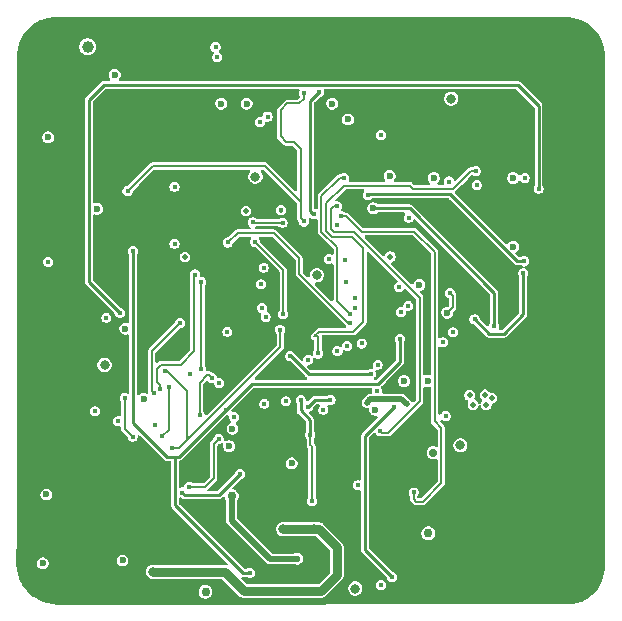
<source format=gbr>
%TF.GenerationSoftware,KiCad,Pcbnew,9.0.0*%
%TF.CreationDate,2025-03-25T10:56:33+03:00*%
%TF.ProjectId,Autopilot DronmarketV2,4175746f-7069-46c6-9f74-2044726f6e6d,rev?*%
%TF.SameCoordinates,Original*%
%TF.FileFunction,Copper,L4,Inr*%
%TF.FilePolarity,Positive*%
%FSLAX46Y46*%
G04 Gerber Fmt 4.6, Leading zero omitted, Abs format (unit mm)*
G04 Created by KiCad (PCBNEW 9.0.0) date 2025-03-25 10:56:33*
%MOMM*%
%LPD*%
G01*
G04 APERTURE LIST*
%TA.AperFunction,ComponentPad*%
%ADD10C,0.800000*%
%TD*%
%TA.AperFunction,ComponentPad*%
%ADD11C,6.400000*%
%TD*%
%TA.AperFunction,ViaPad*%
%ADD12C,0.600000*%
%TD*%
%TA.AperFunction,ViaPad*%
%ADD13C,0.450000*%
%TD*%
%TA.AperFunction,ViaPad*%
%ADD14C,0.762000*%
%TD*%
%TA.AperFunction,ViaPad*%
%ADD15C,0.500000*%
%TD*%
%TA.AperFunction,ViaPad*%
%ADD16C,0.800000*%
%TD*%
%TA.AperFunction,ViaPad*%
%ADD17C,0.700000*%
%TD*%
%TA.AperFunction,ViaPad*%
%ADD18C,1.000000*%
%TD*%
%TA.AperFunction,Conductor*%
%ADD19C,0.200000*%
%TD*%
%TA.AperFunction,Conductor*%
%ADD20C,0.508000*%
%TD*%
%TA.AperFunction,Conductor*%
%ADD21C,0.254000*%
%TD*%
%TA.AperFunction,Conductor*%
%ADD22C,0.762000*%
%TD*%
%TA.AperFunction,Conductor*%
%ADD23C,0.203200*%
%TD*%
G04 APERTURE END LIST*
D10*
%TO.N,GND*%
%TO.C,H1*%
X157325000Y-59675000D03*
X158027944Y-57977944D03*
X158027944Y-61372056D03*
X159725000Y-57275000D03*
D11*
X159725000Y-59675000D03*
D10*
X159725000Y-62075000D03*
X161422056Y-57977944D03*
X161422056Y-61372056D03*
X162125000Y-59675000D03*
%TD*%
%TO.N,GND*%
%TO.C,H4*%
X187825000Y-90175000D03*
X188527944Y-88477944D03*
X188527944Y-91872056D03*
X190225000Y-87775000D03*
D11*
X190225000Y-90175000D03*
D10*
X190225000Y-92575000D03*
X191922056Y-88477944D03*
X191922056Y-91872056D03*
X192625000Y-90175000D03*
%TD*%
%TO.N,GND*%
%TO.C,H3*%
X157325000Y-90175000D03*
X158027944Y-88477944D03*
X158027944Y-91872056D03*
X159725000Y-87775000D03*
D11*
X159725000Y-90175000D03*
D10*
X159725000Y-92575000D03*
X161422056Y-88477944D03*
X161422056Y-91872056D03*
X162125000Y-90175000D03*
%TD*%
%TO.N,GND*%
%TO.C,H2*%
X187825000Y-59675000D03*
X188527944Y-57977944D03*
X188527944Y-61372056D03*
X190225000Y-57275000D03*
D11*
X190225000Y-59675000D03*
D10*
X190225000Y-62075000D03*
X191922056Y-57977944D03*
X191922056Y-61372056D03*
X192625000Y-59675000D03*
%TD*%
D12*
%TO.N,GND*%
X193125000Y-95850000D03*
X196575000Y-54250000D03*
X192200000Y-95850000D03*
X192200000Y-96800000D03*
X195650000Y-91100000D03*
X192250000Y-54275000D03*
X196800000Y-81725000D03*
X191400000Y-95850000D03*
X169703544Y-83745000D03*
D13*
X184450000Y-84775000D03*
D12*
X194900000Y-53250000D03*
X196575000Y-52300000D03*
X189675000Y-96775000D03*
X194900000Y-56125000D03*
X196525000Y-97775000D03*
X155725000Y-97775000D03*
X196575000Y-53250000D03*
D13*
X166100000Y-83275000D03*
D12*
X194900000Y-52300000D03*
X197375000Y-58050000D03*
X153400000Y-92825000D03*
X195650000Y-92050000D03*
D13*
X177200000Y-76000000D03*
D12*
X196450000Y-94000000D03*
X196450000Y-89175000D03*
X190475000Y-94900000D03*
X192250000Y-53275000D03*
X197325000Y-94950000D03*
X168625000Y-60775000D03*
X195650000Y-97775000D03*
X195700000Y-52300000D03*
X191400000Y-97750000D03*
X197325000Y-88225000D03*
D13*
X170425000Y-60925000D03*
D12*
X198125000Y-93050000D03*
X153825000Y-62550000D03*
X195650000Y-96825000D03*
D13*
X163395500Y-74525000D03*
D12*
X153400000Y-93825000D03*
X196150000Y-75875000D03*
X167825000Y-60775000D03*
X196450000Y-92050000D03*
X194850000Y-96825000D03*
X193125000Y-54275000D03*
X194900000Y-61900000D03*
X194900000Y-59000000D03*
X197325000Y-85325000D03*
X153775000Y-97775000D03*
X157925000Y-53725000D03*
D14*
X196125000Y-64125000D03*
D12*
X195650000Y-89175000D03*
X194725000Y-94925000D03*
X157125000Y-51775000D03*
X196450000Y-86275000D03*
X173975000Y-73250000D03*
X197325000Y-87275000D03*
X196450000Y-90175000D03*
D13*
X160800000Y-81625000D03*
D12*
X196575000Y-61900000D03*
X151875000Y-62550000D03*
X157625000Y-98600000D03*
X159600000Y-51775000D03*
X195700000Y-54250000D03*
X191450000Y-52325000D03*
X193125000Y-52325000D03*
X158625000Y-98600000D03*
X197325000Y-91100000D03*
X195650000Y-88225000D03*
X154725000Y-62550000D03*
X155725000Y-98575000D03*
X197325000Y-86275000D03*
X193925000Y-52325000D03*
X189675000Y-95825000D03*
X160550000Y-86250000D03*
X193125000Y-93975000D03*
X191400000Y-96800000D03*
X171175000Y-77953803D03*
X167260000Y-98590000D03*
X195650000Y-95875000D03*
X194850000Y-95875000D03*
X155054400Y-93827600D03*
X176623001Y-79433933D03*
X196575000Y-55175000D03*
D13*
X158625000Y-69900000D03*
X167625000Y-87075000D03*
D12*
X191450000Y-53275000D03*
X161500000Y-98600000D03*
X198125000Y-85325000D03*
D13*
X159150000Y-70400000D03*
D12*
X196450000Y-93050000D03*
X197325000Y-97775000D03*
D13*
X173510000Y-91640000D03*
X156750000Y-82850000D03*
D12*
X153800000Y-61550000D03*
D13*
X166810000Y-82500000D03*
D12*
X194725000Y-93975000D03*
X189675000Y-94900000D03*
X198125000Y-92050000D03*
D13*
X174120000Y-91650000D03*
D12*
X154775000Y-97775000D03*
X197375000Y-59000000D03*
X197375000Y-52300000D03*
X194725000Y-93025000D03*
X172400000Y-96900000D03*
X195700000Y-61900000D03*
X196575000Y-57125000D03*
X195650000Y-90175000D03*
X193925000Y-96800000D03*
X159600000Y-52725000D03*
X160575000Y-98600000D03*
X167825000Y-59775000D03*
X193925000Y-95850000D03*
X193125000Y-96800000D03*
X173850000Y-75750000D03*
X157925000Y-51775000D03*
X153400000Y-91875000D03*
X193125000Y-94925000D03*
X196575000Y-58050000D03*
X196450000Y-94950000D03*
X195700000Y-56125000D03*
X192200000Y-97750000D03*
X195700000Y-60950000D03*
D13*
X181550000Y-69300000D03*
D12*
X198125000Y-94000000D03*
X196800000Y-69950000D03*
X196450000Y-88225000D03*
X197375000Y-55175000D03*
X192250000Y-52325000D03*
X171425000Y-96875000D03*
X193925000Y-93975000D03*
D13*
X168300000Y-66950000D03*
D12*
X190475000Y-96775000D03*
X195700000Y-57125000D03*
X158800000Y-51775000D03*
X196575000Y-60950000D03*
X154675000Y-61550000D03*
X198125000Y-91100000D03*
X190475000Y-95825000D03*
X197325000Y-92050000D03*
X193925000Y-93025000D03*
X197325000Y-93050000D03*
X197375000Y-57125000D03*
X189675000Y-97725000D03*
X197325000Y-90175000D03*
X156650000Y-98575000D03*
X190475000Y-97725000D03*
X194850000Y-97775000D03*
X195650000Y-93050000D03*
X197325000Y-89175000D03*
X192200000Y-94925000D03*
X198125000Y-87275000D03*
D13*
X174700000Y-91640000D03*
D12*
X193125000Y-97750000D03*
X196525000Y-95875000D03*
X191450000Y-54275000D03*
X198125000Y-94950000D03*
X197325000Y-96825000D03*
X193925000Y-97750000D03*
X191275000Y-94900000D03*
D13*
X161025000Y-70225000D03*
D12*
X194900000Y-55175000D03*
X172400000Y-97700000D03*
D13*
X182750000Y-67725000D03*
D12*
X196450000Y-91100000D03*
X194900000Y-60950000D03*
X164025000Y-59925000D03*
X156650000Y-97775000D03*
X171425000Y-97675000D03*
X195700000Y-53250000D03*
X193925000Y-94925000D03*
X198125000Y-90175000D03*
X194900000Y-62900000D03*
X195700000Y-55175000D03*
X197375000Y-56125000D03*
X197375000Y-54250000D03*
D13*
X161775000Y-71600000D03*
D12*
X195650000Y-94000000D03*
X198125000Y-86275000D03*
X170600000Y-83750000D03*
X159080000Y-72625000D03*
X162475000Y-98625000D03*
X195650000Y-94950000D03*
D13*
X165000000Y-71275000D03*
D12*
X159625000Y-98600000D03*
X195700000Y-62900000D03*
X193925000Y-54275000D03*
X153775000Y-98575000D03*
X197375000Y-53250000D03*
X193925000Y-53275000D03*
D13*
X175925000Y-64000000D03*
D12*
X196525000Y-96825000D03*
X195700000Y-60000000D03*
X155050000Y-92825000D03*
X170520000Y-97690000D03*
X196575000Y-56125000D03*
X154200000Y-93825000D03*
X193125000Y-53275000D03*
X157125000Y-53725000D03*
X197325000Y-95875000D03*
X158399795Y-79363493D03*
X196575000Y-62900000D03*
X198125000Y-88225000D03*
X196450000Y-87275000D03*
X154200000Y-91875000D03*
D13*
X182950000Y-90425000D03*
D12*
X194900000Y-60000000D03*
X198125000Y-89175000D03*
X195650000Y-87275000D03*
X151875000Y-61550000D03*
X197325000Y-94000000D03*
X174925000Y-75875000D03*
X155854400Y-93827600D03*
X154200000Y-92825000D03*
D13*
X168125000Y-66475000D03*
D12*
X194900000Y-54250000D03*
D13*
X186325000Y-71182500D03*
D12*
X154775000Y-98575000D03*
X168625000Y-59775000D03*
D13*
%TO.N,VDD_3V3_SENS*%
X164800000Y-80375000D03*
D12*
X169550000Y-57450000D03*
X158375000Y-55000000D03*
D14*
X168300000Y-90672500D03*
D12*
X152600000Y-90525000D03*
X160825000Y-82450000D03*
X176800000Y-57450000D03*
X178137500Y-58787500D03*
X168075000Y-86450000D03*
X180450000Y-83375000D03*
X152300000Y-96375000D03*
X167400000Y-57450000D03*
X182886058Y-80937528D03*
X173825000Y-95975000D03*
X168357000Y-84969177D03*
X156905000Y-66350000D03*
D13*
%TO.N,NRST*%
X194275000Y-64650000D03*
X158825000Y-75150000D03*
D15*
%TO.N,VDD_3V3_MCU*%
X189750000Y-82100000D03*
D13*
X167925000Y-76750603D03*
D15*
X181726620Y-70398380D03*
X188725000Y-82925000D03*
D12*
X159290499Y-76502211D03*
D13*
X179752038Y-82752038D03*
D15*
X189850000Y-82925000D03*
D13*
X183100000Y-82900000D03*
D15*
X164350000Y-70425000D03*
D13*
X171047797Y-82846696D03*
D15*
X190325000Y-82375000D03*
X188450000Y-82150000D03*
X169495000Y-66530000D03*
D13*
%TO.N,/OSD and FRAM/CLKIN*%
X183275000Y-67100000D03*
%TO.N,/OSD and FRAM/XFB*%
X186700000Y-64040000D03*
%TO.N,/OSD and FRAM/SAG*%
X180950000Y-60100000D03*
D12*
%TO.N,Net-(U5-VIN)*%
X181672749Y-63567251D03*
%TO.N,VDD_5V_IN*%
X152750000Y-60300000D03*
D13*
X152750000Y-70840000D03*
D12*
X185402135Y-63752135D03*
X159050000Y-96115000D03*
D13*
X186780000Y-73480000D03*
D12*
X173370998Y-87904002D03*
D14*
X166075000Y-98775000D03*
D12*
X192125000Y-63750000D03*
X192125000Y-69550000D03*
X186540000Y-75140000D03*
X184875000Y-80925000D03*
%TO.N,Net-(U5-VOUT)*%
X184187840Y-72788891D03*
D16*
%TO.N,VCC*%
X172650000Y-93475000D03*
X157525000Y-79575000D03*
X161625000Y-97075000D03*
X175225000Y-93468000D03*
D14*
X184925000Y-93825000D03*
D16*
%TO.N,VDD_9V_OUT*%
X186875000Y-57025000D03*
X178750000Y-98500000D03*
D17*
X185350000Y-87000000D03*
D16*
X187650000Y-86375000D03*
D18*
%TO.N,VDD_3V3_SD*%
X156100000Y-52625000D03*
D16*
X175500000Y-71975000D03*
X170300000Y-63625000D03*
D13*
%TO.N,USART1_RX*%
X183245325Y-74558753D03*
X187024293Y-76799292D03*
%TO.N,USART1_TX*%
X182625000Y-75075000D03*
X186175000Y-77650000D03*
%TO.N,CAN1_TX*%
X170675000Y-59000000D03*
X167075000Y-53525000D03*
%TO.N,CAN1_RX*%
X171327821Y-58537585D03*
X166925000Y-52650000D03*
%TO.N,USART3_RX*%
X181862500Y-97512500D03*
X182059538Y-83119538D03*
%TO.N,USART3_TX*%
X180950000Y-98200000D03*
X177250000Y-78405403D03*
%TO.N,SPI2_MOSI*%
X163450000Y-64475000D03*
X172373401Y-76575000D03*
X163275000Y-86625000D03*
X162640000Y-80125000D03*
%TO.N,SPI2_ext_CS*%
X180650000Y-79550000D03*
X186400000Y-83900000D03*
%TO.N,SPI2_SCK*%
X169850000Y-97160000D03*
X159925000Y-69925000D03*
X182550000Y-77350000D03*
X167840000Y-83400000D03*
%TO.N,SPI2_MISO*%
X172650000Y-75275000D03*
X164675000Y-89890000D03*
X161777038Y-84647962D03*
X166650000Y-80675000D03*
X167180000Y-85840000D03*
X170260000Y-69150000D03*
X165575000Y-83825000D03*
%TO.N,I2C1_SCL*%
X175675000Y-56475000D03*
X175250000Y-66800000D03*
%TO.N,I2C1_SDA*%
X174400000Y-67420000D03*
X159475000Y-64850000D03*
X174425000Y-56525000D03*
%TO.N,TIM2_CH4*%
X167250000Y-81125000D03*
X156725000Y-83500000D03*
%TO.N,SWCLK*%
X193075000Y-70775000D03*
X179800000Y-65200000D03*
%TO.N,SWDIO*%
X188850000Y-75700000D03*
X192975000Y-71825000D03*
X182475000Y-72975000D03*
%TO.N,SDIO_D3*%
X177225000Y-67725000D03*
%TO.N,SDIO_SCK*%
X176511258Y-70611258D03*
%TO.N,SDIO_D1*%
X178287927Y-75236828D03*
X177800000Y-63750000D03*
%TO.N,SDIO_D2*%
X170060000Y-67500000D03*
X177887500Y-70662500D03*
X172600000Y-67525000D03*
%TO.N,SDIO_D0*%
X178320000Y-76030000D03*
X167960000Y-69200000D03*
%TO.N,ADC1_IN4*%
X172859500Y-82648874D03*
X164100000Y-90375000D03*
X168984000Y-88785002D03*
X158679076Y-84350000D03*
%TO.N,ADC1_IN11*%
X171167523Y-75494603D03*
X157675000Y-75575000D03*
%TO.N,USB_D_P*%
X190500000Y-76300000D03*
D12*
X180275000Y-66300000D03*
D13*
%TO.N,USB_D_N*%
X178750000Y-73925000D03*
%TO.N,BMI088_INT3_GYRO*%
X161720000Y-81950000D03*
X163900000Y-76025000D03*
X170780000Y-72750000D03*
%TO.N,BMI088_INT1_ACCEL*%
X162230000Y-81580000D03*
X165188000Y-71913000D03*
%TO.N,BMI088_GYRO_CS*%
X178050000Y-77953803D03*
X168500000Y-83975000D03*
%TO.N,BMI088_ACCEL_CS*%
X179300000Y-77750000D03*
X162400000Y-85600000D03*
X162950000Y-81420000D03*
%TO.N,BMI088_INT2_ACCEL*%
X165720000Y-79940000D03*
X165726711Y-72539999D03*
%TO.N,BMI088_INT4_GYRO*%
X159900000Y-85650000D03*
X159225000Y-82375000D03*
X170875000Y-74750000D03*
%TO.N,ICM42688_INT1_DRDY*%
X183700000Y-90365000D03*
X177575000Y-66975000D03*
%TO.N,ICM42688_INT2_FIFO*%
X177200000Y-66150000D03*
X180875000Y-85175000D03*
%TO.N,ICM42688_CS*%
X176055000Y-83351735D03*
X174752805Y-79127057D03*
%TO.N,SPI1_MOSI*%
X188952984Y-63140999D03*
X175600000Y-78600000D03*
X178950000Y-89760000D03*
X174745000Y-83105000D03*
X176656554Y-82524000D03*
%TO.N,SPI1_MISO*%
X175097400Y-91097400D03*
X180600000Y-81750000D03*
X174930000Y-85480000D03*
X174127000Y-82525000D03*
X193100000Y-63725000D03*
%TO.N,SPI1_SCK*%
X173250000Y-78800000D03*
X180075000Y-80325000D03*
X189034026Y-64349999D03*
%TO.N,SDIO_CMD*%
X172460000Y-66440000D03*
X171000000Y-71325000D03*
%TO.N,OSD_CS*%
X177930000Y-72560000D03*
%TO.N,FRAM_CS*%
X178720679Y-74751824D03*
X163450000Y-69300000D03*
%TD*%
D19*
%TO.N,GND*%
X161775000Y-71525000D02*
X161025000Y-70775000D01*
X161025000Y-70775000D02*
X161025000Y-70250000D01*
X166916903Y-82393097D02*
X166916903Y-82211900D01*
X161775000Y-71600000D02*
X161775000Y-71525000D01*
X166916903Y-82211900D02*
X171175000Y-77953803D01*
X166810000Y-82500000D02*
X166916903Y-82393097D01*
D20*
%TO.N,VDD_3V3_SENS*%
X168300000Y-92775000D02*
X171525000Y-96000000D01*
X173800000Y-96000000D02*
X173825000Y-95975000D01*
X171525000Y-96000000D02*
X173800000Y-96000000D01*
X168300000Y-90672500D02*
X168300000Y-92775000D01*
D21*
%TO.N,NRST*%
X156197000Y-72522000D02*
X158825000Y-75150000D01*
X156197000Y-57128000D02*
X156197000Y-72522000D01*
X194275000Y-64650000D02*
X194275000Y-57625000D01*
X192497000Y-55847000D02*
X157478000Y-55847000D01*
X194275000Y-57625000D02*
X192497000Y-55847000D01*
X157478000Y-55847000D02*
X156197000Y-57128000D01*
D20*
%TO.N,VDD_3V3_MCU*%
X182664538Y-82464538D02*
X183100000Y-82900000D01*
X180039538Y-82464538D02*
X182664538Y-82464538D01*
X179752038Y-82752038D02*
X180039538Y-82464538D01*
D19*
%TO.N,VDD_5V_IN*%
X187000000Y-74680000D02*
X186540000Y-75140000D01*
X186780000Y-73480000D02*
X187000000Y-73700000D01*
X187000000Y-73700000D02*
X187000000Y-74680000D01*
D22*
%TO.N,VCC*%
X167735000Y-97125000D02*
X161675000Y-97125000D01*
X177200000Y-95025000D02*
X177200000Y-97350000D01*
X161675000Y-97125000D02*
X161625000Y-97075000D01*
X175850000Y-98700000D02*
X169310000Y-98700000D01*
X175650000Y-93475000D02*
X177200000Y-95025000D01*
X169310000Y-98700000D02*
X167735000Y-97125000D01*
X177200000Y-97350000D02*
X175850000Y-98700000D01*
X172650000Y-93475000D02*
X175650000Y-93475000D01*
D21*
%TO.N,USART3_RX*%
X179572000Y-95222000D02*
X181862500Y-97512500D01*
X182059538Y-83119538D02*
X179572000Y-85607076D01*
X179572000Y-85607076D02*
X179572000Y-95222000D01*
D23*
%TO.N,SPI2_MOSI*%
X172398401Y-78051599D02*
X172398401Y-76600000D01*
X164675000Y-85775000D02*
X164672400Y-85775000D01*
X164855000Y-85595000D02*
X172398401Y-78051599D01*
X163275000Y-86625000D02*
X163825000Y-86625000D01*
X172398401Y-76600000D02*
X172373401Y-76575000D01*
X164672400Y-85775000D02*
X164497400Y-85600000D01*
X162640000Y-80125000D02*
X162850000Y-80125000D01*
X164497400Y-81772400D02*
X164497400Y-85600000D01*
X164497400Y-85897400D02*
X164525000Y-85925000D01*
X163825000Y-86625000D02*
X164525000Y-85925000D01*
X162850000Y-80125000D02*
X164497400Y-81772400D01*
X164497400Y-85600000D02*
X164497400Y-85897400D01*
X164525000Y-85925000D02*
X164675000Y-85775000D01*
X164675000Y-85775000D02*
X164855000Y-85595000D01*
D21*
%TO.N,SPI2_SCK*%
X182550000Y-79325000D02*
X182550000Y-77350000D01*
X180715000Y-81160000D02*
X182550000Y-79325000D01*
X169850000Y-97160000D02*
X169210000Y-97160000D01*
X162788127Y-87338127D02*
X159925000Y-84475000D01*
X163475000Y-87338127D02*
X162788127Y-87338127D01*
X169990000Y-81160000D02*
X180715000Y-81160000D01*
X159925000Y-84475000D02*
X159925000Y-69925000D01*
X163811873Y-87338127D02*
X169990000Y-81160000D01*
X163475000Y-87338127D02*
X163811873Y-87338127D01*
X163475000Y-91425000D02*
X163475000Y-87338127D01*
X169210000Y-97160000D02*
X163475000Y-91425000D01*
D23*
%TO.N,SPI2_MISO*%
X166780000Y-89110000D02*
X166780000Y-86240000D01*
D19*
X166400000Y-80425000D02*
X166225000Y-80425000D01*
X166650000Y-80675000D02*
X166400000Y-80425000D01*
X166225000Y-80425000D02*
X165575000Y-81075000D01*
D23*
X166780000Y-86240000D02*
X167180000Y-85840000D01*
D19*
X172650000Y-71525000D02*
X172650000Y-75275000D01*
D23*
X164675000Y-89890000D02*
X166000000Y-89890000D01*
D19*
X170275000Y-69150000D02*
X172650000Y-71525000D01*
X165575000Y-81075000D02*
X165575000Y-83825000D01*
D23*
X166000000Y-89890000D02*
X166780000Y-89110000D01*
D21*
%TO.N,I2C1_SCL*%
X175200000Y-66775000D02*
X174935608Y-66510608D01*
X175250000Y-66800000D02*
X175225000Y-66775000D01*
X175225000Y-66775000D02*
X175200000Y-66775000D01*
X174935608Y-57214392D02*
X175675000Y-56475000D01*
X174935608Y-66510608D02*
X174935608Y-57214392D01*
D19*
%TO.N,I2C1_SDA*%
X174425000Y-57025000D02*
X174425000Y-56525000D01*
D23*
X174150000Y-67170000D02*
X174400000Y-67420000D01*
D19*
X174025000Y-57425000D02*
X174425000Y-57025000D01*
D23*
X161600000Y-62725000D02*
X159475000Y-64850000D01*
X171125000Y-62725000D02*
X161600000Y-62725000D01*
D19*
X172425000Y-58000000D02*
X173000000Y-57425000D01*
D23*
X174150000Y-66740000D02*
X174150000Y-67170000D01*
D19*
X173533814Y-60700000D02*
X172900000Y-60700000D01*
X172425000Y-60225000D02*
X172425000Y-58000000D01*
D23*
X174150000Y-65750000D02*
X171125000Y-62725000D01*
D19*
X174150000Y-61316186D02*
X173533814Y-60700000D01*
X172900000Y-60700000D02*
X172425000Y-60225000D01*
D23*
X174150000Y-66740000D02*
X174150000Y-61316186D01*
D19*
X173000000Y-57425000D02*
X174025000Y-57425000D01*
D21*
%TO.N,SWCLK*%
X192461873Y-70775000D02*
X193075000Y-70775000D01*
X179875000Y-65125000D02*
X186811873Y-65125000D01*
X179800000Y-65200000D02*
X179875000Y-65125000D01*
X186811873Y-65125000D02*
X192461873Y-70775000D01*
%TO.N,SWDIO*%
X188850000Y-75700000D02*
X190078000Y-76928000D01*
X192975000Y-75275000D02*
X192975000Y-71825000D01*
X190078000Y-76928000D02*
X191322000Y-76928000D01*
X191322000Y-76928000D02*
X192975000Y-75275000D01*
D23*
%TO.N,SDIO_D1*%
X178287927Y-75236828D02*
X177222400Y-74171301D01*
X177425000Y-63750000D02*
X177800000Y-63750000D01*
X175890200Y-68277893D02*
X175890200Y-65284800D01*
X177222400Y-69610093D02*
X175890200Y-68277893D01*
X175890200Y-65284800D02*
X177300000Y-63875000D01*
X177300000Y-63875000D02*
X177425000Y-63750000D01*
X177222400Y-74171301D02*
X177222400Y-69610093D01*
%TO.N,SDIO_D2*%
X170150000Y-67525000D02*
X170125000Y-67550000D01*
X172600000Y-67525000D02*
X170150000Y-67525000D01*
%TO.N,SDIO_D0*%
X168000000Y-69200000D02*
X167960000Y-69200000D01*
X171875000Y-68400000D02*
X168800000Y-68400000D01*
X174000000Y-71860000D02*
X174000000Y-70525000D01*
X178320000Y-76030000D02*
X178170000Y-76030000D01*
X168800000Y-68400000D02*
X168000000Y-69200000D01*
X178170000Y-76030000D02*
X174000000Y-71860000D01*
X174000000Y-70525000D02*
X171875000Y-68400000D01*
D21*
%TO.N,ADC1_IN4*%
X168984000Y-88841000D02*
X167225000Y-90600000D01*
X168984000Y-88785002D02*
X168984000Y-88841000D01*
X167225000Y-90600000D02*
X164325000Y-90600000D01*
X164325000Y-90600000D02*
X164100000Y-90375000D01*
%TO.N,USB_D_P*%
X190500000Y-76300000D02*
X190500000Y-73436873D01*
X183363127Y-66300000D02*
X180275000Y-66300000D01*
X190500000Y-73436873D02*
X183363127Y-66300000D01*
D23*
%TO.N,BMI088_INT3_GYRO*%
X161525000Y-81755000D02*
X161525000Y-78400000D01*
X161525000Y-78400000D02*
X163900000Y-76025000D01*
X161720000Y-81950000D02*
X161525000Y-81755000D01*
%TO.N,BMI088_INT1_ACCEL*%
X162230000Y-81580000D02*
X162230000Y-81260000D01*
X165100000Y-78425000D02*
X165100000Y-72001000D01*
X165100000Y-72001000D02*
X165188000Y-71913000D01*
X162275000Y-79550000D02*
X163975000Y-79550000D01*
X161950000Y-80980000D02*
X161950000Y-79875000D01*
X161950000Y-79875000D02*
X162275000Y-79550000D01*
X162230000Y-81260000D02*
X161950000Y-80980000D01*
X163975000Y-79550000D02*
X165100000Y-78425000D01*
%TO.N,BMI088_ACCEL_CS*%
X162950000Y-85050000D02*
X162400000Y-85600000D01*
X162950000Y-81420000D02*
X162950000Y-85050000D01*
%TO.N,BMI088_INT2_ACCEL*%
X165726711Y-79925000D02*
X165726711Y-72539999D01*
D19*
%TO.N,BMI088_INT4_GYRO*%
X159225000Y-84975000D02*
X159900000Y-85650000D01*
X159225000Y-82375000D02*
X159225000Y-84975000D01*
D23*
%TO.N,ICM42688_INT1_DRDY*%
X179288306Y-68275000D02*
X183750000Y-68275000D01*
X186052600Y-89547400D02*
X184450000Y-91150000D01*
X184450000Y-91150000D02*
X183925000Y-91150000D01*
X185475000Y-70000000D02*
X185475000Y-84355000D01*
X177575000Y-66975000D02*
X177988306Y-66975000D01*
X183700000Y-90925000D02*
X183700000Y-90365000D01*
X177988306Y-66975000D02*
X179288306Y-68275000D01*
X183750000Y-68275000D02*
X185475000Y-70000000D01*
X183925000Y-91150000D02*
X183700000Y-90925000D01*
X186052600Y-84932600D02*
X186052600Y-89547400D01*
X185475000Y-84355000D02*
X186052600Y-84932600D01*
%TO.N,ICM42688_INT2_FIFO*%
X184225000Y-81852206D02*
X184222400Y-81849606D01*
X184225000Y-81347794D02*
X184225000Y-73872794D01*
X181008998Y-85308998D02*
X181516002Y-85308998D01*
X181516002Y-85308998D02*
X184225000Y-82600000D01*
X184222400Y-81849606D02*
X184222400Y-81350394D01*
X176700000Y-68052206D02*
X176700000Y-66375000D01*
X184222400Y-81350394D02*
X184225000Y-81347794D01*
X176700000Y-66375000D02*
X176925000Y-66150000D01*
X184225000Y-82600000D02*
X184225000Y-81852206D01*
X178679806Y-68327600D02*
X176975394Y-68327600D01*
X184225000Y-73872794D02*
X178679806Y-68327600D01*
X176975394Y-68327600D02*
X176700000Y-68052206D01*
X180875000Y-85175000D02*
X181008998Y-85308998D01*
X176925000Y-66150000D02*
X177200000Y-66150000D01*
D19*
%TO.N,SPI1_MOSI*%
X175600000Y-77150000D02*
X175300000Y-77150000D01*
D21*
X174745000Y-83105000D02*
X175326001Y-82523999D01*
D19*
X176300000Y-68257489D02*
X176300000Y-65886873D01*
X176300000Y-65886873D02*
X177796873Y-64390000D01*
X175600000Y-78600000D02*
X175600000Y-77150000D01*
X176799711Y-68757200D02*
X176300000Y-68257489D01*
X179414938Y-75923189D02*
X179414938Y-69670278D01*
X183400000Y-64390000D02*
X183650000Y-64640000D01*
X183650000Y-64640000D02*
X187035000Y-64640000D01*
X178501860Y-68757200D02*
X176799711Y-68757200D01*
D21*
X176656553Y-82523999D02*
X176656554Y-82524000D01*
D19*
X175300000Y-77150000D02*
X175700000Y-76750000D01*
D21*
X175326001Y-82523999D02*
X176656553Y-82523999D01*
D19*
X179414938Y-69670278D02*
X178501860Y-68757200D01*
X177796873Y-64390000D02*
X183400000Y-64390000D01*
X188534001Y-63140999D02*
X188952984Y-63140999D01*
X187035000Y-64640000D02*
X188534001Y-63140999D01*
X175700000Y-76750000D02*
X178588127Y-76750000D01*
X178588127Y-76750000D02*
X179414938Y-75923189D01*
D23*
%TO.N,SPI1_MISO*%
X174950000Y-86325200D02*
X175097400Y-86472600D01*
D21*
X174930000Y-85430000D02*
X174950000Y-85410000D01*
D23*
X174890000Y-85550000D02*
X174950000Y-85610000D01*
X174890000Y-85520000D02*
X174890000Y-85550000D01*
X174930000Y-85480000D02*
X174890000Y-85520000D01*
D21*
X174950000Y-84250000D02*
X174127000Y-83427000D01*
X174127000Y-83427000D02*
X174127000Y-82525000D01*
D23*
X175097400Y-86472600D02*
X175097400Y-91097400D01*
D21*
X174950000Y-85410000D02*
X174950000Y-84250000D01*
X174930000Y-85480000D02*
X174930000Y-85430000D01*
D23*
X174950000Y-85610000D02*
X174950000Y-86325200D01*
D21*
%TO.N,SPI1_SCK*%
X173275000Y-78800000D02*
X174800000Y-80325000D01*
X173250000Y-78800000D02*
X173275000Y-78800000D01*
X174800000Y-80325000D02*
X180075000Y-80325000D01*
%TO.N,SDIO_CMD*%
X172450000Y-66450000D02*
X172375000Y-66525000D01*
%TD*%
%TA.AperFunction,Conductor*%
%TO.N,GND*%
G36*
X179923841Y-70003840D02*
G01*
X179930317Y-70009870D01*
X181124146Y-71203700D01*
X182313453Y-72393007D01*
X182346938Y-72454330D01*
X182341954Y-72524022D01*
X182300082Y-72579955D01*
X182287773Y-72588074D01*
X182211778Y-72631950D01*
X182211769Y-72631957D01*
X182131957Y-72711769D01*
X182131955Y-72711772D01*
X182075515Y-72809526D01*
X182046300Y-72918561D01*
X182046300Y-73031438D01*
X182075515Y-73140473D01*
X182097586Y-73178700D01*
X182131955Y-73238228D01*
X182211772Y-73318045D01*
X182309528Y-73374485D01*
X182418561Y-73403700D01*
X182418563Y-73403700D01*
X182531437Y-73403700D01*
X182531439Y-73403700D01*
X182640472Y-73374485D01*
X182738228Y-73318045D01*
X182818045Y-73238228D01*
X182861925Y-73162225D01*
X182912493Y-73114011D01*
X182981100Y-73100789D01*
X183045964Y-73126757D01*
X183056993Y-73136546D01*
X183883381Y-73962934D01*
X183916866Y-74024257D01*
X183919700Y-74050615D01*
X183919700Y-81284171D01*
X183917348Y-81302033D01*
X183918161Y-81302140D01*
X183917100Y-81310201D01*
X183917100Y-81889798D01*
X183918161Y-81897856D01*
X183917348Y-81897963D01*
X183919700Y-81915827D01*
X183919700Y-82422177D01*
X183900015Y-82489216D01*
X183883381Y-82509858D01*
X183693263Y-82699975D01*
X183631940Y-82733460D01*
X183562248Y-82728476D01*
X183506315Y-82686604D01*
X183498194Y-82674293D01*
X183466251Y-82618965D01*
X182945573Y-82098287D01*
X182945571Y-82098286D01*
X182945566Y-82098282D01*
X182841210Y-82038033D01*
X182841205Y-82038030D01*
X182802401Y-82027632D01*
X182724796Y-82006838D01*
X182724795Y-82006838D01*
X182724794Y-82006838D01*
X181136603Y-82006838D01*
X181069564Y-81987153D01*
X181023809Y-81934349D01*
X181013865Y-81865191D01*
X181016828Y-81850745D01*
X181028700Y-81806439D01*
X181028700Y-81693561D01*
X180999485Y-81584528D01*
X180958724Y-81513929D01*
X180952159Y-81486869D01*
X180942429Y-81460787D01*
X180944037Y-81453390D01*
X180942252Y-81446031D01*
X180951360Y-81419714D01*
X180957275Y-81392513D01*
X180963784Y-81383817D01*
X180965104Y-81380004D01*
X180978412Y-81364268D01*
X180979626Y-81363055D01*
X180979627Y-81363052D01*
X181338841Y-81003838D01*
X182382357Y-81003838D01*
X182416685Y-81131950D01*
X182416686Y-81131951D01*
X182482995Y-81246803D01*
X182482997Y-81246806D01*
X182482998Y-81246807D01*
X182576779Y-81340588D01*
X182576780Y-81340589D01*
X182576782Y-81340590D01*
X182617773Y-81364256D01*
X182691637Y-81406901D01*
X182819745Y-81441228D01*
X182819748Y-81441228D01*
X182952368Y-81441228D01*
X182952371Y-81441228D01*
X183080479Y-81406901D01*
X183195337Y-81340588D01*
X183289118Y-81246807D01*
X183355431Y-81131949D01*
X183389758Y-81003841D01*
X183389758Y-80871215D01*
X183355431Y-80743107D01*
X183294881Y-80638230D01*
X183289120Y-80628252D01*
X183289116Y-80628247D01*
X183195338Y-80534469D01*
X183195333Y-80534465D01*
X183080481Y-80468156D01*
X183080480Y-80468155D01*
X183048452Y-80459573D01*
X182952371Y-80433828D01*
X182819745Y-80433828D01*
X182751543Y-80452103D01*
X182691635Y-80468155D01*
X182691634Y-80468156D01*
X182576782Y-80534465D01*
X182576777Y-80534469D01*
X182482999Y-80628247D01*
X182482995Y-80628252D01*
X182416686Y-80743104D01*
X182416685Y-80743105D01*
X182406275Y-80781957D01*
X182382358Y-80871215D01*
X182382358Y-80871217D01*
X182382358Y-81003838D01*
X182382357Y-81003838D01*
X181338841Y-81003838D01*
X182742845Y-79599834D01*
X182742850Y-79599830D01*
X182753053Y-79589626D01*
X182753055Y-79589626D01*
X182814626Y-79528055D01*
X182858164Y-79452646D01*
X182880700Y-79368538D01*
X182880700Y-77667835D01*
X182897314Y-77605834D01*
X182909616Y-77584526D01*
X182949485Y-77515472D01*
X182978700Y-77406439D01*
X182978700Y-77293561D01*
X182949485Y-77184528D01*
X182893045Y-77086772D01*
X182813228Y-77006955D01*
X182751964Y-76971584D01*
X182715473Y-76950515D01*
X182660955Y-76935907D01*
X182606439Y-76921300D01*
X182493561Y-76921300D01*
X182384526Y-76950515D01*
X182286772Y-77006955D01*
X182286769Y-77006957D01*
X182206957Y-77086769D01*
X182206955Y-77086772D01*
X182150515Y-77184526D01*
X182136679Y-77236164D01*
X182121300Y-77293561D01*
X182121300Y-77406439D01*
X182142824Y-77486769D01*
X182150516Y-77515474D01*
X182150517Y-77515477D01*
X182202686Y-77605834D01*
X182219300Y-77667835D01*
X182219300Y-79136658D01*
X182199615Y-79203697D01*
X182182981Y-79224339D01*
X180614339Y-80792981D01*
X180587411Y-80807684D01*
X180561593Y-80824277D01*
X180555392Y-80825168D01*
X180553016Y-80826466D01*
X180526658Y-80829300D01*
X180476335Y-80829300D01*
X180409296Y-80809615D01*
X180363541Y-80756811D01*
X180353597Y-80687653D01*
X180382622Y-80624097D01*
X180388654Y-80617619D01*
X180401880Y-80604393D01*
X180418045Y-80588228D01*
X180474485Y-80490472D01*
X180503700Y-80381439D01*
X180503700Y-80268561D01*
X180474485Y-80159528D01*
X180474482Y-80159523D01*
X180471373Y-80152014D01*
X180474095Y-80150886D01*
X180460951Y-80096733D01*
X180483795Y-80030703D01*
X180538711Y-79987506D01*
X180585434Y-79981633D01*
X180585434Y-79978700D01*
X180706437Y-79978700D01*
X180706439Y-79978700D01*
X180815472Y-79949485D01*
X180913228Y-79893045D01*
X180993045Y-79813228D01*
X181049485Y-79715472D01*
X181078700Y-79606439D01*
X181078700Y-79493561D01*
X181049485Y-79384528D01*
X180993045Y-79286772D01*
X180913228Y-79206955D01*
X180859225Y-79175776D01*
X180815473Y-79150515D01*
X180760955Y-79135907D01*
X180706439Y-79121300D01*
X180593561Y-79121300D01*
X180484526Y-79150515D01*
X180386772Y-79206955D01*
X180386769Y-79206957D01*
X180306957Y-79286769D01*
X180306955Y-79286772D01*
X180250515Y-79384526D01*
X180227586Y-79470101D01*
X180221300Y-79493561D01*
X180221300Y-79606439D01*
X180240145Y-79676772D01*
X180250516Y-79715474D01*
X180253627Y-79722986D01*
X180250907Y-79724112D01*
X180264047Y-79778286D01*
X180241193Y-79844312D01*
X180186270Y-79887500D01*
X180139566Y-79893399D01*
X180139566Y-79896300D01*
X180018561Y-79896300D01*
X179909526Y-79925515D01*
X179848647Y-79960665D01*
X179819163Y-79977687D01*
X179757164Y-79994300D01*
X174988342Y-79994300D01*
X174921303Y-79974615D01*
X174900661Y-79957981D01*
X174710118Y-79767438D01*
X174676633Y-79706115D01*
X174681617Y-79636423D01*
X174723489Y-79580490D01*
X174788953Y-79556073D01*
X174797799Y-79555757D01*
X174809242Y-79555757D01*
X174809244Y-79555757D01*
X174918277Y-79526542D01*
X175016033Y-79470102D01*
X175095850Y-79390285D01*
X175152290Y-79292529D01*
X175181505Y-79183496D01*
X175181505Y-79070618D01*
X175181505Y-79068176D01*
X175201190Y-79001137D01*
X175253994Y-78955382D01*
X175323152Y-78945438D01*
X175367504Y-78960788D01*
X175434528Y-78999485D01*
X175543561Y-79028700D01*
X175543563Y-79028700D01*
X175656437Y-79028700D01*
X175656439Y-79028700D01*
X175765472Y-78999485D01*
X175863228Y-78943045D01*
X175943045Y-78863228D01*
X175999485Y-78765472D01*
X176028700Y-78656439D01*
X176028700Y-78543561D01*
X175999485Y-78434528D01*
X175999484Y-78434526D01*
X175999484Y-78434525D01*
X175990594Y-78419129D01*
X175950084Y-78348964D01*
X176821300Y-78348964D01*
X176821300Y-78461841D01*
X176850515Y-78570876D01*
X176854525Y-78577821D01*
X176906955Y-78668631D01*
X176986772Y-78748448D01*
X177084528Y-78804888D01*
X177193561Y-78834103D01*
X177193563Y-78834103D01*
X177306437Y-78834103D01*
X177306439Y-78834103D01*
X177415472Y-78804888D01*
X177513228Y-78748448D01*
X177593045Y-78668631D01*
X177649485Y-78570875D01*
X177678700Y-78461842D01*
X177678700Y-78449227D01*
X177698385Y-78382188D01*
X177751189Y-78336433D01*
X177820347Y-78326489D01*
X177864699Y-78341839D01*
X177884528Y-78353288D01*
X177993561Y-78382503D01*
X177993563Y-78382503D01*
X178106437Y-78382503D01*
X178106439Y-78382503D01*
X178215472Y-78353288D01*
X178313228Y-78296848D01*
X178393045Y-78217031D01*
X178449485Y-78119275D01*
X178478700Y-78010242D01*
X178478700Y-77897364D01*
X178449485Y-77788331D01*
X178394769Y-77693561D01*
X178871300Y-77693561D01*
X178871300Y-77806439D01*
X178873721Y-77815473D01*
X178900515Y-77915473D01*
X178915148Y-77940817D01*
X178956955Y-78013228D01*
X179036772Y-78093045D01*
X179134528Y-78149485D01*
X179243561Y-78178700D01*
X179243563Y-78178700D01*
X179356437Y-78178700D01*
X179356439Y-78178700D01*
X179465472Y-78149485D01*
X179563228Y-78093045D01*
X179643045Y-78013228D01*
X179699485Y-77915472D01*
X179728700Y-77806439D01*
X179728700Y-77693561D01*
X179699485Y-77584528D01*
X179643045Y-77486772D01*
X179563228Y-77406955D01*
X179514350Y-77378735D01*
X179465473Y-77350515D01*
X179410955Y-77335907D01*
X179356439Y-77321300D01*
X179243561Y-77321300D01*
X179134526Y-77350515D01*
X179036772Y-77406955D01*
X179036769Y-77406957D01*
X178956957Y-77486769D01*
X178956955Y-77486772D01*
X178900515Y-77584526D01*
X178893486Y-77610760D01*
X178871300Y-77693561D01*
X178394769Y-77693561D01*
X178393045Y-77690575D01*
X178313228Y-77610758D01*
X178264350Y-77582538D01*
X178215473Y-77554318D01*
X178154594Y-77538006D01*
X178106439Y-77525103D01*
X177993561Y-77525103D01*
X177884526Y-77554318D01*
X177786772Y-77610758D01*
X177786769Y-77610760D01*
X177706957Y-77690572D01*
X177706955Y-77690575D01*
X177650515Y-77788329D01*
X177621300Y-77897364D01*
X177621300Y-77909978D01*
X177601615Y-77977017D01*
X177548811Y-78022772D01*
X177479653Y-78032716D01*
X177435300Y-78017365D01*
X177415475Y-78005919D01*
X177415472Y-78005918D01*
X177306439Y-77976703D01*
X177193561Y-77976703D01*
X177084526Y-78005918D01*
X176986772Y-78062358D01*
X176986769Y-78062360D01*
X176906957Y-78142172D01*
X176906955Y-78142175D01*
X176850515Y-78239929D01*
X176821300Y-78348964D01*
X175950084Y-78348964D01*
X175943045Y-78336772D01*
X175930581Y-78324308D01*
X175923369Y-78313080D01*
X175917139Y-78291844D01*
X175906534Y-78272423D01*
X175903700Y-78246065D01*
X175903700Y-77177700D01*
X175923385Y-77110661D01*
X175976189Y-77064906D01*
X176027700Y-77053700D01*
X178628107Y-77053700D01*
X178628110Y-77053700D01*
X178666730Y-77043352D01*
X178705348Y-77033005D01*
X178705348Y-77033004D01*
X178705351Y-77033004D01*
X178774603Y-76993021D01*
X179591204Y-76176417D01*
X179591209Y-76176414D01*
X179601412Y-76166210D01*
X179601414Y-76166210D01*
X179657959Y-76109665D01*
X179697942Y-76040413D01*
X179709169Y-75998511D01*
X179718638Y-75963173D01*
X179718638Y-75883206D01*
X179718638Y-75018561D01*
X182196300Y-75018561D01*
X182196300Y-75131439D01*
X182202224Y-75153549D01*
X182225515Y-75240473D01*
X182236637Y-75259736D01*
X182281955Y-75338228D01*
X182361772Y-75418045D01*
X182459528Y-75474485D01*
X182568561Y-75503700D01*
X182568563Y-75503700D01*
X182681437Y-75503700D01*
X182681439Y-75503700D01*
X182790472Y-75474485D01*
X182888228Y-75418045D01*
X182968045Y-75338228D01*
X183024485Y-75240472D01*
X183053700Y-75131439D01*
X183053700Y-75111050D01*
X183073385Y-75044011D01*
X183126189Y-74998256D01*
X183180759Y-74990080D01*
X183180759Y-74987453D01*
X183301762Y-74987453D01*
X183301764Y-74987453D01*
X183410797Y-74958238D01*
X183508553Y-74901798D01*
X183588370Y-74821981D01*
X183644810Y-74724225D01*
X183674025Y-74615192D01*
X183674025Y-74502314D01*
X183644810Y-74393281D01*
X183588370Y-74295525D01*
X183508553Y-74215708D01*
X183459675Y-74187488D01*
X183410798Y-74159268D01*
X183337734Y-74139691D01*
X183301764Y-74130053D01*
X183188886Y-74130053D01*
X183079851Y-74159268D01*
X182982097Y-74215708D01*
X182982094Y-74215710D01*
X182902282Y-74295522D01*
X182902280Y-74295525D01*
X182845840Y-74393279D01*
X182816625Y-74502314D01*
X182816625Y-74522702D01*
X182796940Y-74589741D01*
X182744136Y-74635496D01*
X182689566Y-74643680D01*
X182689566Y-74646300D01*
X182568561Y-74646300D01*
X182459526Y-74675515D01*
X182361772Y-74731955D01*
X182361769Y-74731957D01*
X182281957Y-74811769D01*
X182281955Y-74811772D01*
X182225515Y-74909526D01*
X182204635Y-74987453D01*
X182196300Y-75018561D01*
X179718638Y-75018561D01*
X179718638Y-70097553D01*
X179738323Y-70030514D01*
X179791127Y-69984759D01*
X179860285Y-69974815D01*
X179923841Y-70003840D01*
G37*
%TD.AperFunction*%
%TA.AperFunction,Conductor*%
G36*
X183639218Y-68599985D02*
G01*
X183659860Y-68616619D01*
X185133381Y-70090140D01*
X185166866Y-70151463D01*
X185169700Y-70177821D01*
X185169700Y-80320896D01*
X185150015Y-80387935D01*
X185097211Y-80433690D01*
X185028053Y-80443634D01*
X185013607Y-80440671D01*
X184968765Y-80428655D01*
X184941313Y-80421300D01*
X184808687Y-80421300D01*
X184686393Y-80454068D01*
X184616544Y-80452406D01*
X184558681Y-80413244D01*
X184531177Y-80349015D01*
X184530300Y-80334294D01*
X184530300Y-73832603D01*
X184530300Y-73832601D01*
X184509494Y-73754953D01*
X184503769Y-73745037D01*
X184469301Y-73685335D01*
X184265955Y-73481989D01*
X184232470Y-73420666D01*
X184237454Y-73350974D01*
X184279326Y-73295041D01*
X184321537Y-73274534D01*
X184382261Y-73258264D01*
X184497119Y-73191951D01*
X184590900Y-73098170D01*
X184657213Y-72983312D01*
X184691540Y-72855204D01*
X184691540Y-72722578D01*
X184657213Y-72594470D01*
X184593181Y-72483562D01*
X184590902Y-72479615D01*
X184590898Y-72479610D01*
X184497120Y-72385832D01*
X184497115Y-72385828D01*
X184382263Y-72319519D01*
X184382262Y-72319518D01*
X184350234Y-72310936D01*
X184254153Y-72285191D01*
X184121527Y-72285191D01*
X184044662Y-72305787D01*
X183993417Y-72319518D01*
X183993416Y-72319519D01*
X183878564Y-72385828D01*
X183878559Y-72385832D01*
X183784781Y-72479610D01*
X183784777Y-72479615D01*
X183718468Y-72594467D01*
X183718466Y-72594472D01*
X183702196Y-72655190D01*
X183665830Y-72714849D01*
X183602983Y-72745377D01*
X183533607Y-72737081D01*
X183494741Y-72710775D01*
X181819676Y-71035711D01*
X181786191Y-70974388D01*
X181791175Y-70904696D01*
X181833047Y-70848763D01*
X181875262Y-70828256D01*
X181901742Y-70821161D01*
X182005198Y-70761430D01*
X182089670Y-70676958D01*
X182149401Y-70573502D01*
X182180320Y-70458111D01*
X182180320Y-70338649D01*
X182149401Y-70223258D01*
X182089670Y-70119802D01*
X182005198Y-70035330D01*
X181901742Y-69975599D01*
X181786351Y-69944680D01*
X181666889Y-69944680D01*
X181551498Y-69975599D01*
X181551496Y-69975599D01*
X181551496Y-69975600D01*
X181448042Y-70035330D01*
X181448039Y-70035332D01*
X181363572Y-70119799D01*
X181363570Y-70119802D01*
X181303838Y-70223258D01*
X181296743Y-70249738D01*
X181260377Y-70309398D01*
X181197529Y-70339926D01*
X181128154Y-70331629D01*
X181089288Y-70305323D01*
X179575946Y-68791981D01*
X179542461Y-68730658D01*
X179547445Y-68660966D01*
X179589317Y-68605033D01*
X179654781Y-68580616D01*
X179663627Y-68580300D01*
X183572179Y-68580300D01*
X183639218Y-68599985D01*
G37*
%TD.AperFunction*%
%TA.AperFunction,Conductor*%
G36*
X196457723Y-50085087D02*
G01*
X196475583Y-50085096D01*
X196475682Y-50085169D01*
X196497078Y-50085108D01*
X196497404Y-50085109D01*
X196497439Y-50085119D01*
X196503452Y-50085259D01*
X196850620Y-50102410D01*
X196863474Y-50103721D01*
X197203768Y-50156456D01*
X197216406Y-50159095D01*
X197549376Y-50247006D01*
X197561672Y-50250949D01*
X197883662Y-50373072D01*
X197895483Y-50378277D01*
X198013222Y-50437625D01*
X198202973Y-50533272D01*
X198214207Y-50539690D01*
X198503881Y-50725886D01*
X198514384Y-50733440D01*
X198783065Y-50948791D01*
X198792724Y-50957397D01*
X198939402Y-51102514D01*
X199037514Y-51199581D01*
X199046224Y-51209147D01*
X199264455Y-51475527D01*
X199272117Y-51485945D01*
X199461398Y-51773603D01*
X199467929Y-51784756D01*
X199552595Y-51948341D01*
X199626208Y-52090569D01*
X199631548Y-52102354D01*
X199757103Y-52423002D01*
X199761185Y-52435279D01*
X199852644Y-52767251D01*
X199855425Y-52779886D01*
X199911799Y-53119588D01*
X199913247Y-53132443D01*
X199914633Y-53155470D01*
X199934079Y-53478836D01*
X199934303Y-53486308D01*
X199924510Y-96466993D01*
X199924510Y-96466996D01*
X199924505Y-96485351D01*
X199924500Y-96485360D01*
X199924500Y-96506686D01*
X199924499Y-96506689D01*
X199924332Y-96513112D01*
X199906348Y-96858001D01*
X199905005Y-96870845D01*
X199851753Y-97208797D01*
X199849081Y-97221432D01*
X199760969Y-97552005D01*
X199756998Y-97564293D01*
X199634982Y-97883915D01*
X199629754Y-97895724D01*
X199475158Y-98200918D01*
X199468730Y-98212120D01*
X199283224Y-98499587D01*
X199275666Y-98510058D01*
X199061277Y-98776663D01*
X199052671Y-98786292D01*
X198811712Y-99029157D01*
X198802151Y-99037839D01*
X198537238Y-99254327D01*
X198526820Y-99261971D01*
X198516493Y-99268750D01*
X198512243Y-99271418D01*
X198049993Y-99548768D01*
X198043099Y-99552612D01*
X197925719Y-99613238D01*
X197913949Y-99618560D01*
X197868893Y-99636167D01*
X197855710Y-99640485D01*
X197193078Y-99817188D01*
X197167026Y-99821235D01*
X196658169Y-99845466D01*
X196652346Y-99845606D01*
X155530267Y-99870605D01*
X153540325Y-99870605D01*
X153520345Y-99868985D01*
X152326937Y-99674143D01*
X152286126Y-99659838D01*
X151517228Y-99227333D01*
X151495068Y-99211426D01*
X151409050Y-99134010D01*
X151013040Y-98777601D01*
X150998777Y-98762408D01*
X150947806Y-98698023D01*
X165490300Y-98698023D01*
X165490300Y-98851977D01*
X165530085Y-99000455D01*
X165530148Y-99000689D01*
X165565868Y-99062557D01*
X165607124Y-99134014D01*
X165715986Y-99242876D01*
X165809702Y-99296983D01*
X165849310Y-99319851D01*
X165849311Y-99319851D01*
X165849314Y-99319853D01*
X165998023Y-99359700D01*
X165998026Y-99359700D01*
X166151974Y-99359700D01*
X166151977Y-99359700D01*
X166300686Y-99319853D01*
X166434014Y-99242876D01*
X166542876Y-99134014D01*
X166619853Y-99000686D01*
X166659700Y-98851977D01*
X166659700Y-98698023D01*
X166619853Y-98549314D01*
X166603308Y-98520658D01*
X166596983Y-98509702D01*
X166542876Y-98415986D01*
X166434014Y-98307124D01*
X166394402Y-98284254D01*
X166300689Y-98230148D01*
X166300690Y-98230148D01*
X166273390Y-98222833D01*
X166151977Y-98190300D01*
X165998023Y-98190300D01*
X165876610Y-98222833D01*
X165849310Y-98230148D01*
X165715989Y-98307122D01*
X165715983Y-98307126D01*
X165607126Y-98415983D01*
X165607122Y-98415989D01*
X165530148Y-98549310D01*
X165530147Y-98549314D01*
X165490300Y-98698023D01*
X150947806Y-98698023D01*
X150540512Y-98183547D01*
X150523764Y-98155431D01*
X150308034Y-97652063D01*
X150303245Y-97638866D01*
X150083891Y-96907685D01*
X150079151Y-96883050D01*
X150076574Y-96854061D01*
X150076340Y-96850952D01*
X150056380Y-96528388D01*
X150056144Y-96520621D01*
X150056182Y-96478699D01*
X150056216Y-96441310D01*
X151796299Y-96441310D01*
X151830627Y-96569422D01*
X151830628Y-96569423D01*
X151896937Y-96684275D01*
X151896939Y-96684278D01*
X151896940Y-96684279D01*
X151990721Y-96778060D01*
X152105579Y-96844373D01*
X152233687Y-96878700D01*
X152233690Y-96878700D01*
X152366310Y-96878700D01*
X152366313Y-96878700D01*
X152494421Y-96844373D01*
X152609279Y-96778060D01*
X152703060Y-96684279D01*
X152769373Y-96569421D01*
X152803700Y-96441313D01*
X152803700Y-96308687D01*
X152769569Y-96181310D01*
X158546299Y-96181310D01*
X158580627Y-96309422D01*
X158580628Y-96309423D01*
X158646937Y-96424275D01*
X158646939Y-96424278D01*
X158646940Y-96424279D01*
X158740721Y-96518060D01*
X158740722Y-96518061D01*
X158740724Y-96518062D01*
X158779659Y-96540541D01*
X158855579Y-96584373D01*
X158983687Y-96618700D01*
X158983690Y-96618700D01*
X159116310Y-96618700D01*
X159116313Y-96618700D01*
X159244421Y-96584373D01*
X159359279Y-96518060D01*
X159453060Y-96424279D01*
X159519373Y-96309421D01*
X159553700Y-96181313D01*
X159553700Y-96048687D01*
X159519373Y-95920579D01*
X159453060Y-95805721D01*
X159359279Y-95711940D01*
X159359278Y-95711939D01*
X159359275Y-95711937D01*
X159244423Y-95645628D01*
X159244422Y-95645627D01*
X159212394Y-95637045D01*
X159116313Y-95611300D01*
X158983687Y-95611300D01*
X158906822Y-95631896D01*
X158855577Y-95645627D01*
X158855576Y-95645628D01*
X158740724Y-95711937D01*
X158740719Y-95711941D01*
X158646941Y-95805719D01*
X158646937Y-95805724D01*
X158580628Y-95920576D01*
X158580627Y-95920577D01*
X158566865Y-95971937D01*
X158546300Y-96048687D01*
X158546300Y-96048689D01*
X158546300Y-96181310D01*
X158546299Y-96181310D01*
X152769569Y-96181310D01*
X152769373Y-96180579D01*
X152703060Y-96065721D01*
X152609279Y-95971940D01*
X152609278Y-95971939D01*
X152609275Y-95971937D01*
X152494423Y-95905628D01*
X152494422Y-95905627D01*
X152462394Y-95897045D01*
X152366313Y-95871300D01*
X152233687Y-95871300D01*
X152156822Y-95891896D01*
X152105577Y-95905627D01*
X152105576Y-95905628D01*
X151990724Y-95971937D01*
X151990719Y-95971941D01*
X151896941Y-96065719D01*
X151896937Y-96065724D01*
X151830628Y-96180576D01*
X151830627Y-96180577D01*
X151830431Y-96181310D01*
X151796300Y-96308687D01*
X151796300Y-96308689D01*
X151796300Y-96441310D01*
X151796299Y-96441310D01*
X150056216Y-96441310D01*
X150057040Y-95524655D01*
X150057073Y-95522033D01*
X150074646Y-94795605D01*
X150074646Y-90591310D01*
X152096299Y-90591310D01*
X152130627Y-90719422D01*
X152130628Y-90719423D01*
X152196937Y-90834275D01*
X152196939Y-90834278D01*
X152196940Y-90834279D01*
X152290721Y-90928060D01*
X152290722Y-90928061D01*
X152290724Y-90928062D01*
X152348150Y-90961216D01*
X152405579Y-90994373D01*
X152533687Y-91028700D01*
X152533690Y-91028700D01*
X152666310Y-91028700D01*
X152666313Y-91028700D01*
X152794421Y-90994373D01*
X152909279Y-90928060D01*
X153003060Y-90834279D01*
X153069373Y-90719421D01*
X153103700Y-90591313D01*
X153103700Y-90458687D01*
X153069373Y-90330579D01*
X153003060Y-90215721D01*
X152909279Y-90121940D01*
X152909278Y-90121939D01*
X152909275Y-90121937D01*
X152794423Y-90055628D01*
X152794422Y-90055627D01*
X152762394Y-90047045D01*
X152666313Y-90021300D01*
X152533687Y-90021300D01*
X152456822Y-90041896D01*
X152405577Y-90055627D01*
X152405576Y-90055628D01*
X152290724Y-90121937D01*
X152290719Y-90121941D01*
X152196941Y-90215719D01*
X152196937Y-90215724D01*
X152130628Y-90330576D01*
X152130627Y-90330577D01*
X152113463Y-90394633D01*
X152096300Y-90458687D01*
X152096300Y-90458689D01*
X152096300Y-90591310D01*
X152096299Y-90591310D01*
X150074646Y-90591310D01*
X150074646Y-83443561D01*
X156296300Y-83443561D01*
X156296300Y-83556439D01*
X156301505Y-83575864D01*
X156325515Y-83665473D01*
X156342436Y-83694780D01*
X156381955Y-83763228D01*
X156461772Y-83843045D01*
X156559528Y-83899485D01*
X156668561Y-83928700D01*
X156668563Y-83928700D01*
X156781437Y-83928700D01*
X156781439Y-83928700D01*
X156890472Y-83899485D01*
X156988228Y-83843045D01*
X157068045Y-83763228D01*
X157124485Y-83665472D01*
X157153700Y-83556439D01*
X157153700Y-83443561D01*
X157124485Y-83334528D01*
X157068045Y-83236772D01*
X156988228Y-83156955D01*
X156921264Y-83118293D01*
X156890473Y-83100515D01*
X156835955Y-83085907D01*
X156781439Y-83071300D01*
X156668561Y-83071300D01*
X156559526Y-83100515D01*
X156461772Y-83156955D01*
X156461769Y-83156957D01*
X156381957Y-83236769D01*
X156381955Y-83236772D01*
X156325515Y-83334526D01*
X156302933Y-83418807D01*
X156296300Y-83443561D01*
X150074646Y-83443561D01*
X150074646Y-79495521D01*
X156921300Y-79495521D01*
X156921300Y-79654479D01*
X156962441Y-79808019D01*
X157041920Y-79945680D01*
X157154320Y-80058080D01*
X157291981Y-80137559D01*
X157445521Y-80178700D01*
X157445523Y-80178700D01*
X157604476Y-80178700D01*
X157604479Y-80178700D01*
X157758019Y-80137559D01*
X157895680Y-80058080D01*
X158008080Y-79945680D01*
X158087559Y-79808019D01*
X158128700Y-79654479D01*
X158128700Y-79495521D01*
X158087559Y-79341981D01*
X158008080Y-79204320D01*
X157895680Y-79091920D01*
X157758019Y-79012441D01*
X157604479Y-78971300D01*
X157445521Y-78971300D01*
X157291981Y-79012441D01*
X157291979Y-79012441D01*
X157291979Y-79012442D01*
X157154320Y-79091920D01*
X157154317Y-79091922D01*
X157041922Y-79204317D01*
X157041920Y-79204320D01*
X156964804Y-79337889D01*
X156962441Y-79341981D01*
X156921300Y-79495521D01*
X150074646Y-79495521D01*
X150074646Y-75966446D01*
X150075050Y-75518561D01*
X157246300Y-75518561D01*
X157246300Y-75631438D01*
X157275515Y-75740473D01*
X157290699Y-75766772D01*
X157331955Y-75838228D01*
X157411772Y-75918045D01*
X157490034Y-75963230D01*
X157507927Y-75973561D01*
X157509528Y-75974485D01*
X157618561Y-76003700D01*
X157618563Y-76003700D01*
X157731437Y-76003700D01*
X157731439Y-76003700D01*
X157840472Y-75974485D01*
X157938228Y-75918045D01*
X158018045Y-75838228D01*
X158074485Y-75740472D01*
X158103700Y-75631439D01*
X158103700Y-75518561D01*
X158074485Y-75409528D01*
X158070312Y-75402301D01*
X158066922Y-75396428D01*
X158018045Y-75311772D01*
X157938228Y-75231955D01*
X157889350Y-75203735D01*
X157840473Y-75175515D01*
X157759045Y-75153697D01*
X157731439Y-75146300D01*
X157618561Y-75146300D01*
X157509526Y-75175515D01*
X157411772Y-75231955D01*
X157411769Y-75231957D01*
X157331957Y-75311769D01*
X157331955Y-75311772D01*
X157275515Y-75409526D01*
X157246300Y-75518561D01*
X150075050Y-75518561D01*
X150075057Y-75510322D01*
X150079312Y-70783561D01*
X152321300Y-70783561D01*
X152321300Y-70896439D01*
X152333099Y-70940473D01*
X152350515Y-71005473D01*
X152369426Y-71038227D01*
X152406955Y-71103228D01*
X152486772Y-71183045D01*
X152565547Y-71228526D01*
X152581957Y-71238001D01*
X152584528Y-71239485D01*
X152693561Y-71268700D01*
X152693563Y-71268700D01*
X152806437Y-71268700D01*
X152806439Y-71268700D01*
X152915472Y-71239485D01*
X153013228Y-71183045D01*
X153093045Y-71103228D01*
X153149485Y-71005472D01*
X153178700Y-70896439D01*
X153178700Y-70783561D01*
X153149485Y-70674528D01*
X153093045Y-70576772D01*
X153013228Y-70496955D01*
X152924602Y-70445786D01*
X152915473Y-70440515D01*
X152856132Y-70424615D01*
X152806439Y-70411300D01*
X152693561Y-70411300D01*
X152584526Y-70440515D01*
X152486772Y-70496955D01*
X152486769Y-70496957D01*
X152406957Y-70576769D01*
X152406955Y-70576772D01*
X152350515Y-70674526D01*
X152338615Y-70718939D01*
X152321300Y-70783561D01*
X150079312Y-70783561D01*
X150079319Y-70775322D01*
X150083361Y-66284667D01*
X150088688Y-60366310D01*
X152246299Y-60366310D01*
X152280627Y-60494422D01*
X152280628Y-60494423D01*
X152346937Y-60609275D01*
X152346939Y-60609278D01*
X152346940Y-60609279D01*
X152440721Y-60703060D01*
X152555579Y-60769373D01*
X152683687Y-60803700D01*
X152683690Y-60803700D01*
X152816310Y-60803700D01*
X152816313Y-60803700D01*
X152944421Y-60769373D01*
X153059279Y-60703060D01*
X153153060Y-60609279D01*
X153219373Y-60494421D01*
X153253700Y-60366313D01*
X153253700Y-60233687D01*
X153219373Y-60105579D01*
X153153060Y-59990721D01*
X153059279Y-59896940D01*
X153059278Y-59896939D01*
X153059275Y-59896937D01*
X152944423Y-59830628D01*
X152944422Y-59830627D01*
X152912394Y-59822045D01*
X152816313Y-59796300D01*
X152683687Y-59796300D01*
X152606822Y-59816896D01*
X152555577Y-59830627D01*
X152555576Y-59830628D01*
X152440724Y-59896937D01*
X152440719Y-59896941D01*
X152346941Y-59990719D01*
X152346937Y-59990724D01*
X152280628Y-60105576D01*
X152280627Y-60105577D01*
X152266999Y-60156437D01*
X152246300Y-60233687D01*
X152246300Y-60233689D01*
X152246300Y-60366310D01*
X152246299Y-60366310D01*
X150088688Y-60366310D01*
X150091642Y-57084460D01*
X155866300Y-57084460D01*
X155866300Y-72565539D01*
X155884096Y-72631955D01*
X155888836Y-72649646D01*
X155932374Y-72725055D01*
X155932376Y-72725057D01*
X156001010Y-72793691D01*
X156001016Y-72793696D01*
X158366415Y-75159095D01*
X158398508Y-75214680D01*
X158425515Y-75315472D01*
X158481955Y-75413228D01*
X158561772Y-75493045D01*
X158659528Y-75549485D01*
X158768561Y-75578700D01*
X158768563Y-75578700D01*
X158881437Y-75578700D01*
X158881439Y-75578700D01*
X158990472Y-75549485D01*
X159088228Y-75493045D01*
X159168045Y-75413228D01*
X159224485Y-75315472D01*
X159253700Y-75206439D01*
X159253700Y-75093561D01*
X159224485Y-74984528D01*
X159168045Y-74886772D01*
X159088228Y-74806955D01*
X158990472Y-74750515D01*
X158889680Y-74723508D01*
X158834095Y-74691415D01*
X156564019Y-72421339D01*
X156530534Y-72360016D01*
X156527700Y-72333658D01*
X156527700Y-69243561D01*
X163021300Y-69243561D01*
X163021300Y-69356439D01*
X163023721Y-69365473D01*
X163050515Y-69465473D01*
X163066434Y-69493044D01*
X163106955Y-69563228D01*
X163186772Y-69643045D01*
X163284528Y-69699485D01*
X163393561Y-69728700D01*
X163393563Y-69728700D01*
X163506437Y-69728700D01*
X163506439Y-69728700D01*
X163615472Y-69699485D01*
X163713228Y-69643045D01*
X163793045Y-69563228D01*
X163849485Y-69465472D01*
X163878700Y-69356439D01*
X163878700Y-69243561D01*
X163849485Y-69134528D01*
X163849297Y-69134203D01*
X163821255Y-69085633D01*
X163793045Y-69036772D01*
X163713228Y-68956955D01*
X163664350Y-68928735D01*
X163615473Y-68900515D01*
X163560955Y-68885907D01*
X163506439Y-68871300D01*
X163393561Y-68871300D01*
X163284526Y-68900515D01*
X163186772Y-68956955D01*
X163186769Y-68956957D01*
X163106957Y-69036769D01*
X163106955Y-69036772D01*
X163050515Y-69134526D01*
X163022061Y-69240721D01*
X163021300Y-69243561D01*
X156527700Y-69243561D01*
X156527700Y-66928561D01*
X156547385Y-66861522D01*
X156600189Y-66815767D01*
X156669347Y-66805823D01*
X156702621Y-66817342D01*
X156703069Y-66816262D01*
X156710577Y-66819372D01*
X156710579Y-66819373D01*
X156838687Y-66853700D01*
X156838690Y-66853700D01*
X156971310Y-66853700D01*
X156971313Y-66853700D01*
X157099421Y-66819373D01*
X157214279Y-66753060D01*
X157308060Y-66659279D01*
X157374373Y-66544421D01*
X157394242Y-66470269D01*
X169041300Y-66470269D01*
X169041300Y-66589731D01*
X169072219Y-66705122D01*
X169131950Y-66808578D01*
X169216422Y-66893050D01*
X169319878Y-66952781D01*
X169435269Y-66983700D01*
X169435271Y-66983700D01*
X169554728Y-66983700D01*
X169554731Y-66983700D01*
X169670122Y-66952781D01*
X169773578Y-66893050D01*
X169858050Y-66808578D01*
X169917781Y-66705122D01*
X169948700Y-66589731D01*
X169948700Y-66470269D01*
X169925467Y-66383561D01*
X172031300Y-66383561D01*
X172031300Y-66496438D01*
X172040075Y-66529187D01*
X172044300Y-66561280D01*
X172044300Y-66568540D01*
X172066834Y-66652644D01*
X172110375Y-66728056D01*
X172171943Y-66789624D01*
X172247355Y-66833165D01*
X172331459Y-66855699D01*
X172331463Y-66855700D01*
X172338719Y-66855700D01*
X172370811Y-66859925D01*
X172376772Y-66861522D01*
X172403561Y-66868700D01*
X172403563Y-66868700D01*
X172443117Y-66868700D01*
X172516439Y-66868700D01*
X172625472Y-66839485D01*
X172723228Y-66783045D01*
X172803045Y-66703228D01*
X172859485Y-66605472D01*
X172888700Y-66496439D01*
X172888700Y-66383561D01*
X172859485Y-66274528D01*
X172803045Y-66176772D01*
X172723228Y-66096955D01*
X172674350Y-66068735D01*
X172625473Y-66040515D01*
X172570955Y-66025907D01*
X172516439Y-66011300D01*
X172403561Y-66011300D01*
X172294526Y-66040515D01*
X172196772Y-66096955D01*
X172196769Y-66096957D01*
X172116957Y-66176769D01*
X172116955Y-66176772D01*
X172060515Y-66274526D01*
X172031300Y-66383561D01*
X169925467Y-66383561D01*
X169917781Y-66354878D01*
X169858050Y-66251422D01*
X169773578Y-66166950D01*
X169670122Y-66107219D01*
X169554731Y-66076300D01*
X169435269Y-66076300D01*
X169319878Y-66107219D01*
X169319876Y-66107219D01*
X169319876Y-66107220D01*
X169216422Y-66166950D01*
X169216419Y-66166952D01*
X169131952Y-66251419D01*
X169131950Y-66251422D01*
X169072219Y-66354878D01*
X169041300Y-66470269D01*
X157394242Y-66470269D01*
X157408700Y-66416313D01*
X157408700Y-66283687D01*
X157374373Y-66155579D01*
X157338567Y-66093561D01*
X157308062Y-66040724D01*
X157308058Y-66040719D01*
X157214280Y-65946941D01*
X157214275Y-65946937D01*
X157099423Y-65880628D01*
X157099422Y-65880627D01*
X157067394Y-65872045D01*
X156971313Y-65846300D01*
X156838687Y-65846300D01*
X156761822Y-65866896D01*
X156710577Y-65880627D01*
X156703069Y-65883738D01*
X156702190Y-65881617D01*
X156645798Y-65895297D01*
X156579772Y-65872445D01*
X156536582Y-65817523D01*
X156527700Y-65771438D01*
X156527700Y-58943561D01*
X170246300Y-58943561D01*
X170246300Y-59056438D01*
X170275515Y-59165473D01*
X170290001Y-59190562D01*
X170331955Y-59263228D01*
X170411772Y-59343045D01*
X170509528Y-59399485D01*
X170618561Y-59428700D01*
X170618563Y-59428700D01*
X170731437Y-59428700D01*
X170731439Y-59428700D01*
X170840472Y-59399485D01*
X170938228Y-59343045D01*
X171018045Y-59263228D01*
X171074485Y-59165472D01*
X171103700Y-59056439D01*
X171103700Y-59056436D01*
X171105377Y-59050178D01*
X171141742Y-58990517D01*
X171204589Y-58959988D01*
X171257243Y-58962496D01*
X171271382Y-58966285D01*
X171271385Y-58966285D01*
X171384258Y-58966285D01*
X171384260Y-58966285D01*
X171493293Y-58937070D01*
X171591049Y-58880630D01*
X171670866Y-58800813D01*
X171727306Y-58703057D01*
X171756521Y-58594024D01*
X171756521Y-58481146D01*
X171727306Y-58372113D01*
X171670866Y-58274357D01*
X171591049Y-58194540D01*
X171542171Y-58166320D01*
X171493294Y-58138100D01*
X171438776Y-58123492D01*
X171384260Y-58108885D01*
X171271382Y-58108885D01*
X171162347Y-58138100D01*
X171064593Y-58194540D01*
X171064590Y-58194542D01*
X170984778Y-58274354D01*
X170984776Y-58274357D01*
X170928337Y-58372111D01*
X170897443Y-58487407D01*
X170861077Y-58547067D01*
X170798230Y-58577596D01*
X170745576Y-58575088D01*
X170731439Y-58571300D01*
X170618561Y-58571300D01*
X170509526Y-58600515D01*
X170411772Y-58656955D01*
X170411769Y-58656957D01*
X170331957Y-58736769D01*
X170331955Y-58736772D01*
X170275515Y-58834526D01*
X170246300Y-58943561D01*
X156527700Y-58943561D01*
X156527700Y-57516310D01*
X166896299Y-57516310D01*
X166930627Y-57644422D01*
X166930628Y-57644423D01*
X166996937Y-57759275D01*
X166996939Y-57759278D01*
X166996940Y-57759279D01*
X167090721Y-57853060D01*
X167205579Y-57919373D01*
X167333687Y-57953700D01*
X167333690Y-57953700D01*
X167466310Y-57953700D01*
X167466313Y-57953700D01*
X167594421Y-57919373D01*
X167709279Y-57853060D01*
X167803060Y-57759279D01*
X167869373Y-57644421D01*
X167903700Y-57516313D01*
X167903700Y-57516310D01*
X169046299Y-57516310D01*
X169080627Y-57644422D01*
X169080628Y-57644423D01*
X169146937Y-57759275D01*
X169146939Y-57759278D01*
X169146940Y-57759279D01*
X169240721Y-57853060D01*
X169355579Y-57919373D01*
X169483687Y-57953700D01*
X169483690Y-57953700D01*
X169616310Y-57953700D01*
X169616313Y-57953700D01*
X169744421Y-57919373D01*
X169859279Y-57853060D01*
X169953060Y-57759279D01*
X170019373Y-57644421D01*
X170053700Y-57516313D01*
X170053700Y-57383687D01*
X170019373Y-57255579D01*
X169953060Y-57140721D01*
X169859279Y-57046940D01*
X169859278Y-57046939D01*
X169859275Y-57046937D01*
X169744423Y-56980628D01*
X169744422Y-56980627D01*
X169712394Y-56972045D01*
X169616313Y-56946300D01*
X169483687Y-56946300D01*
X169406822Y-56966896D01*
X169355577Y-56980627D01*
X169355576Y-56980628D01*
X169240724Y-57046937D01*
X169240719Y-57046941D01*
X169146941Y-57140719D01*
X169146937Y-57140724D01*
X169080628Y-57255576D01*
X169080627Y-57255577D01*
X169078108Y-57264980D01*
X169046300Y-57383687D01*
X169046300Y-57383689D01*
X169046300Y-57516310D01*
X169046299Y-57516310D01*
X167903700Y-57516310D01*
X167903700Y-57383687D01*
X167869373Y-57255579D01*
X167803060Y-57140721D01*
X167709279Y-57046940D01*
X167709278Y-57046939D01*
X167709275Y-57046937D01*
X167594423Y-56980628D01*
X167594422Y-56980627D01*
X167562394Y-56972045D01*
X167466313Y-56946300D01*
X167333687Y-56946300D01*
X167256822Y-56966896D01*
X167205577Y-56980627D01*
X167205576Y-56980628D01*
X167090724Y-57046937D01*
X167090719Y-57046941D01*
X166996941Y-57140719D01*
X166996937Y-57140724D01*
X166930628Y-57255576D01*
X166930627Y-57255577D01*
X166928108Y-57264980D01*
X166896300Y-57383687D01*
X166896300Y-57383689D01*
X166896300Y-57516310D01*
X166896299Y-57516310D01*
X156527700Y-57516310D01*
X156527700Y-57316342D01*
X156547385Y-57249303D01*
X156564019Y-57228661D01*
X157578662Y-56214019D01*
X157639985Y-56180534D01*
X157666343Y-56177700D01*
X173915719Y-56177700D01*
X173982758Y-56197385D01*
X174028513Y-56250189D01*
X174038457Y-56319347D01*
X174027334Y-56351478D01*
X174028627Y-56352014D01*
X174025516Y-56359525D01*
X174025515Y-56359527D01*
X174025515Y-56359528D01*
X174005019Y-56436020D01*
X173996300Y-56468561D01*
X173996300Y-56581438D01*
X174025515Y-56690473D01*
X174086019Y-56795266D01*
X174084812Y-56795962D01*
X174093886Y-56820292D01*
X174106214Y-56852184D01*
X174106060Y-56852931D01*
X174106328Y-56853649D01*
X174099051Y-56887099D01*
X174092173Y-56920628D01*
X174091584Y-56921424D01*
X174091476Y-56921922D01*
X174070326Y-56950177D01*
X173935520Y-57084982D01*
X173874200Y-57118466D01*
X173847841Y-57121300D01*
X172960013Y-57121300D01*
X172882778Y-57141994D01*
X172813524Y-57181979D01*
X172813521Y-57181981D01*
X172181981Y-57813521D01*
X172181979Y-57813524D01*
X172141994Y-57882778D01*
X172121300Y-57960013D01*
X172121300Y-60264986D01*
X172141994Y-60342221D01*
X172141996Y-60342224D01*
X172181979Y-60411476D01*
X172181980Y-60411477D01*
X172181981Y-60411478D01*
X172652638Y-60882134D01*
X172652648Y-60882145D01*
X172656979Y-60886476D01*
X172713524Y-60943021D01*
X172782776Y-60983004D01*
X172860016Y-61003700D01*
X172860017Y-61003700D01*
X173356655Y-61003700D01*
X173423694Y-61023385D01*
X173444336Y-61040019D01*
X173808381Y-61404064D01*
X173841866Y-61465387D01*
X173844700Y-61491745D01*
X173844700Y-64713579D01*
X173825015Y-64780618D01*
X173772211Y-64826373D01*
X173703053Y-64836317D01*
X173639497Y-64807292D01*
X173633019Y-64801260D01*
X171312461Y-62480702D01*
X171312459Y-62480700D01*
X171242841Y-62440506D01*
X171165193Y-62419700D01*
X161559807Y-62419700D01*
X161501571Y-62435304D01*
X161482158Y-62440506D01*
X161412541Y-62480698D01*
X161412539Y-62480700D01*
X159508260Y-64384981D01*
X159446937Y-64418466D01*
X159420579Y-64421300D01*
X159418561Y-64421300D01*
X159309526Y-64450515D01*
X159211772Y-64506955D01*
X159211769Y-64506957D01*
X159131957Y-64586769D01*
X159131955Y-64586772D01*
X159075515Y-64684526D01*
X159046300Y-64793561D01*
X159046300Y-64906438D01*
X159075515Y-65015473D01*
X159102755Y-65062652D01*
X159131955Y-65113228D01*
X159211772Y-65193045D01*
X159309528Y-65249485D01*
X159418561Y-65278700D01*
X159418563Y-65278700D01*
X159531437Y-65278700D01*
X159531439Y-65278700D01*
X159640472Y-65249485D01*
X159738228Y-65193045D01*
X159818045Y-65113228D01*
X159874485Y-65015472D01*
X159903700Y-64906439D01*
X159903700Y-64904421D01*
X159904181Y-64902782D01*
X159904761Y-64898379D01*
X159905447Y-64898469D01*
X159923385Y-64837382D01*
X159940019Y-64816740D01*
X160338198Y-64418561D01*
X163021300Y-64418561D01*
X163021300Y-64531438D01*
X163050515Y-64640473D01*
X163075950Y-64684526D01*
X163106955Y-64738228D01*
X163186772Y-64818045D01*
X163284528Y-64874485D01*
X163393561Y-64903700D01*
X163393563Y-64903700D01*
X163506437Y-64903700D01*
X163506439Y-64903700D01*
X163615472Y-64874485D01*
X163713228Y-64818045D01*
X163793045Y-64738228D01*
X163849485Y-64640472D01*
X163878700Y-64531439D01*
X163878700Y-64418561D01*
X163849485Y-64309528D01*
X163793045Y-64211772D01*
X163713228Y-64131955D01*
X163634963Y-64086768D01*
X163615473Y-64075515D01*
X163560955Y-64060907D01*
X163506439Y-64046300D01*
X163393561Y-64046300D01*
X163284526Y-64075515D01*
X163186772Y-64131955D01*
X163186769Y-64131957D01*
X163106957Y-64211769D01*
X163106955Y-64211772D01*
X163050515Y-64309526D01*
X163021300Y-64418561D01*
X160338198Y-64418561D01*
X160434006Y-64322753D01*
X160819984Y-63936776D01*
X161690141Y-63066619D01*
X161751464Y-63033134D01*
X161777822Y-63030300D01*
X169741578Y-63030300D01*
X169808617Y-63049985D01*
X169854372Y-63102789D01*
X169864316Y-63171947D01*
X169835291Y-63235503D01*
X169829259Y-63241981D01*
X169816922Y-63254317D01*
X169816920Y-63254320D01*
X169743230Y-63381955D01*
X169737441Y-63391981D01*
X169696300Y-63545521D01*
X169696300Y-63704479D01*
X169737441Y-63858019D01*
X169816920Y-63995680D01*
X169929320Y-64108080D01*
X170066981Y-64187559D01*
X170220521Y-64228700D01*
X170220523Y-64228700D01*
X170379476Y-64228700D01*
X170379479Y-64228700D01*
X170533019Y-64187559D01*
X170670680Y-64108080D01*
X170783080Y-63995680D01*
X170862559Y-63858019D01*
X170903700Y-63704479D01*
X170903700Y-63545521D01*
X170862559Y-63391981D01*
X170783080Y-63254320D01*
X170770741Y-63241981D01*
X170760128Y-63222544D01*
X170745628Y-63205811D01*
X170743711Y-63192479D01*
X170737256Y-63180658D01*
X170738835Y-63158571D01*
X170735684Y-63136653D01*
X170741279Y-63124401D01*
X170742240Y-63110966D01*
X170755510Y-63093239D01*
X170764709Y-63073097D01*
X170776040Y-63065814D01*
X170784112Y-63055033D01*
X170804857Y-63047295D01*
X170823487Y-63035323D01*
X170845405Y-63032171D01*
X170849576Y-63030616D01*
X170858422Y-63030300D01*
X170947179Y-63030300D01*
X171014218Y-63049985D01*
X171034860Y-63066619D01*
X173808381Y-65840140D01*
X173841866Y-65901463D01*
X173844700Y-65927821D01*
X173844700Y-67210194D01*
X173859511Y-67265470D01*
X173865505Y-67287839D01*
X173865505Y-67287840D01*
X173865506Y-67287841D01*
X173905700Y-67357459D01*
X173905702Y-67357461D01*
X173934981Y-67386740D01*
X173968466Y-67448063D01*
X173971300Y-67474421D01*
X173971300Y-67476438D01*
X174000515Y-67585473D01*
X174028735Y-67634350D01*
X174056955Y-67683228D01*
X174136772Y-67763045D01*
X174234528Y-67819485D01*
X174343561Y-67848700D01*
X174343563Y-67848700D01*
X174456437Y-67848700D01*
X174456439Y-67848700D01*
X174565472Y-67819485D01*
X174663228Y-67763045D01*
X174743045Y-67683228D01*
X174799485Y-67585472D01*
X174828700Y-67476439D01*
X174828700Y-67363561D01*
X174807350Y-67283881D01*
X174809013Y-67214034D01*
X174848175Y-67156171D01*
X174912404Y-67128667D01*
X174981306Y-67140253D01*
X174989126Y-67144404D01*
X175084522Y-67199482D01*
X175084523Y-67199482D01*
X175084528Y-67199485D01*
X175193561Y-67228700D01*
X175193563Y-67228700D01*
X175306437Y-67228700D01*
X175306439Y-67228700D01*
X175415472Y-67199485D01*
X175415473Y-67199484D01*
X175423323Y-67197381D01*
X175423813Y-67199210D01*
X175482908Y-67192853D01*
X175545389Y-67224123D01*
X175581046Y-67284210D01*
X175584900Y-67314884D01*
X175584900Y-68318086D01*
X175604929Y-68392833D01*
X175604929Y-68392836D01*
X175605705Y-68395733D01*
X175645897Y-68465348D01*
X175645902Y-68465354D01*
X176880781Y-69700233D01*
X176914266Y-69761556D01*
X176917100Y-69787914D01*
X176917100Y-70135776D01*
X176897415Y-70202815D01*
X176844611Y-70248570D01*
X176775453Y-70258514D01*
X176731100Y-70243163D01*
X176676733Y-70211774D01*
X176676730Y-70211773D01*
X176567697Y-70182558D01*
X176454819Y-70182558D01*
X176345784Y-70211773D01*
X176248030Y-70268213D01*
X176248027Y-70268215D01*
X176168215Y-70348027D01*
X176168213Y-70348030D01*
X176111773Y-70445784D01*
X176101317Y-70484807D01*
X176082558Y-70554819D01*
X176082558Y-70667697D01*
X176085040Y-70676960D01*
X176111773Y-70776731D01*
X176137425Y-70821160D01*
X176168213Y-70874486D01*
X176248030Y-70954303D01*
X176332686Y-71003180D01*
X176345782Y-71010741D01*
X176345786Y-71010743D01*
X176454819Y-71039958D01*
X176454821Y-71039958D01*
X176567695Y-71039958D01*
X176567697Y-71039958D01*
X176676730Y-71010743D01*
X176720052Y-70985731D01*
X176731099Y-70979353D01*
X176798999Y-70962879D01*
X176865026Y-70985731D01*
X176908217Y-71040651D01*
X176917100Y-71086739D01*
X176917100Y-74045978D01*
X176897415Y-74113017D01*
X176844611Y-74158772D01*
X176775453Y-74168716D01*
X176711897Y-74139691D01*
X176705419Y-74133659D01*
X175362141Y-72790381D01*
X175328656Y-72729058D01*
X175333640Y-72659366D01*
X175375512Y-72603433D01*
X175440976Y-72579016D01*
X175449822Y-72578700D01*
X175579476Y-72578700D01*
X175579479Y-72578700D01*
X175733019Y-72537559D01*
X175870680Y-72458080D01*
X175983080Y-72345680D01*
X176062559Y-72208019D01*
X176103700Y-72054479D01*
X176103700Y-71895521D01*
X176062559Y-71741981D01*
X175983080Y-71604320D01*
X175870680Y-71491920D01*
X175733019Y-71412441D01*
X175579479Y-71371300D01*
X175420521Y-71371300D01*
X175266981Y-71412441D01*
X175266979Y-71412441D01*
X175266979Y-71412442D01*
X175129320Y-71491920D01*
X175129317Y-71491922D01*
X175016922Y-71604317D01*
X175016920Y-71604320D01*
X174956751Y-71708536D01*
X174937441Y-71741981D01*
X174896300Y-71895521D01*
X174896300Y-71895523D01*
X174896300Y-72025178D01*
X174876615Y-72092217D01*
X174823811Y-72137972D01*
X174754653Y-72147916D01*
X174691097Y-72118891D01*
X174684619Y-72112859D01*
X174341619Y-71769859D01*
X174308134Y-71708536D01*
X174305300Y-71682178D01*
X174305300Y-70484809D01*
X174305300Y-70484807D01*
X174284494Y-70407159D01*
X174281396Y-70401793D01*
X174244301Y-70337541D01*
X172062459Y-68155700D01*
X171992841Y-68115506D01*
X171915193Y-68094700D01*
X170350124Y-68094700D01*
X170347194Y-68093839D01*
X170344225Y-68094560D01*
X170313878Y-68084057D01*
X170283085Y-68075015D01*
X170281085Y-68072707D01*
X170278198Y-68071708D01*
X170258347Y-68046466D01*
X170237330Y-68022211D01*
X170236895Y-68019188D01*
X170235007Y-68016787D01*
X170231955Y-67984832D01*
X170227386Y-67953053D01*
X170228655Y-67950273D01*
X170228365Y-67947234D01*
X170243072Y-67918703D01*
X170256411Y-67889497D01*
X170259402Y-67887026D01*
X170260380Y-67885131D01*
X170288123Y-67863313D01*
X170316528Y-67846912D01*
X170378529Y-67830300D01*
X172247665Y-67830300D01*
X172314704Y-67849985D01*
X172335346Y-67866619D01*
X172336772Y-67868045D01*
X172434528Y-67924485D01*
X172543561Y-67953700D01*
X172543563Y-67953700D01*
X172656437Y-67953700D01*
X172656439Y-67953700D01*
X172765472Y-67924485D01*
X172863228Y-67868045D01*
X172943045Y-67788228D01*
X172999485Y-67690472D01*
X173028700Y-67581439D01*
X173028700Y-67468561D01*
X172999485Y-67359528D01*
X172998290Y-67357459D01*
X172981807Y-67328909D01*
X172943045Y-67261772D01*
X172863228Y-67181955D01*
X172814350Y-67153735D01*
X172765473Y-67125515D01*
X172710955Y-67110907D01*
X172656439Y-67096300D01*
X172543561Y-67096300D01*
X172475205Y-67114615D01*
X172475202Y-67114616D01*
X172434526Y-67125515D01*
X172336772Y-67181955D01*
X172336769Y-67181957D01*
X172335346Y-67183381D01*
X172333849Y-67184197D01*
X172330326Y-67186902D01*
X172329904Y-67186352D01*
X172274023Y-67216866D01*
X172247665Y-67219700D01*
X170437335Y-67219700D01*
X170370296Y-67200015D01*
X170349654Y-67183381D01*
X170323230Y-67156957D01*
X170323228Y-67156955D01*
X170268773Y-67125515D01*
X170225473Y-67100515D01*
X170170955Y-67085907D01*
X170116439Y-67071300D01*
X170003561Y-67071300D01*
X169909070Y-67096618D01*
X169909068Y-67096618D01*
X169894528Y-67100515D01*
X169796772Y-67156955D01*
X169783555Y-67170171D01*
X169783553Y-67170173D01*
X169716954Y-67236772D01*
X169660515Y-67334526D01*
X169636793Y-67423059D01*
X169631300Y-67443561D01*
X169631300Y-67556439D01*
X169637999Y-67581439D01*
X169660515Y-67665473D01*
X169674949Y-67690472D01*
X169716955Y-67763228D01*
X169796772Y-67843045D01*
X169796775Y-67843046D01*
X169796778Y-67843049D01*
X169831877Y-67863314D01*
X169880092Y-67913881D01*
X169893314Y-67982489D01*
X169867346Y-68047353D01*
X169810431Y-68087881D01*
X169769876Y-68094700D01*
X168759807Y-68094700D01*
X168701571Y-68110304D01*
X168682158Y-68115506D01*
X168612541Y-68155698D01*
X168612539Y-68155700D01*
X168033260Y-68734981D01*
X167971937Y-68768466D01*
X167945579Y-68771300D01*
X167903561Y-68771300D01*
X167794526Y-68800515D01*
X167696772Y-68856955D01*
X167696769Y-68856957D01*
X167616957Y-68936769D01*
X167616955Y-68936772D01*
X167560515Y-69034526D01*
X167531300Y-69143561D01*
X167531300Y-69256438D01*
X167560515Y-69365473D01*
X167562729Y-69369307D01*
X167616955Y-69463228D01*
X167696772Y-69543045D01*
X167794528Y-69599485D01*
X167903561Y-69628700D01*
X167903563Y-69628700D01*
X168016437Y-69628700D01*
X168016439Y-69628700D01*
X168125472Y-69599485D01*
X168223228Y-69543045D01*
X168303045Y-69463228D01*
X168359485Y-69365472D01*
X168384998Y-69270253D01*
X168417089Y-69214669D01*
X168890141Y-68741619D01*
X168951464Y-68708134D01*
X168977822Y-68705300D01*
X169806954Y-68705300D01*
X169873993Y-68724985D01*
X169919748Y-68777789D01*
X169929692Y-68846947D01*
X169914342Y-68891297D01*
X169888089Y-68936769D01*
X169860515Y-68984527D01*
X169831300Y-69093561D01*
X169831300Y-69206438D01*
X169860515Y-69315473D01*
X169888735Y-69364350D01*
X169916955Y-69413228D01*
X169996772Y-69493045D01*
X170081428Y-69541922D01*
X170083368Y-69543042D01*
X170094528Y-69549485D01*
X170203561Y-69578700D01*
X170222841Y-69578700D01*
X170289880Y-69598385D01*
X170310522Y-69615019D01*
X172309981Y-71614477D01*
X172343466Y-71675800D01*
X172346300Y-71702158D01*
X172346300Y-74921065D01*
X172326615Y-74988104D01*
X172309981Y-75008746D01*
X172306957Y-75011769D01*
X172306955Y-75011772D01*
X172250515Y-75109526D01*
X172228125Y-75193089D01*
X172221300Y-75218561D01*
X172221300Y-75331439D01*
X172235907Y-75385955D01*
X172250515Y-75440473D01*
X172272213Y-75478054D01*
X172306955Y-75538228D01*
X172386772Y-75618045D01*
X172484528Y-75674485D01*
X172593561Y-75703700D01*
X172593563Y-75703700D01*
X172706437Y-75703700D01*
X172706439Y-75703700D01*
X172815472Y-75674485D01*
X172913228Y-75618045D01*
X172993045Y-75538228D01*
X173049485Y-75440472D01*
X173078700Y-75331439D01*
X173078700Y-75218561D01*
X173049485Y-75109528D01*
X172993045Y-75011772D01*
X172990019Y-75008746D01*
X172988283Y-75005567D01*
X172988098Y-75005326D01*
X172988135Y-75005297D01*
X172956534Y-74947423D01*
X172953700Y-74921065D01*
X172953700Y-71485020D01*
X172953699Y-71485013D01*
X172933005Y-71407778D01*
X172893021Y-71338524D01*
X172832145Y-71277648D01*
X172832134Y-71277638D01*
X170724625Y-69170128D01*
X170691140Y-69108805D01*
X170689366Y-69098628D01*
X170688700Y-69093572D01*
X170688700Y-69093561D01*
X170659485Y-68984528D01*
X170605658Y-68891298D01*
X170589186Y-68823401D01*
X170612038Y-68757374D01*
X170666959Y-68714183D01*
X170713046Y-68705300D01*
X171697179Y-68705300D01*
X171764218Y-68724985D01*
X171784860Y-68741619D01*
X173658381Y-70615140D01*
X173691866Y-70676463D01*
X173694700Y-70702821D01*
X173694700Y-71900193D01*
X173710942Y-71960809D01*
X173715504Y-71977839D01*
X173722801Y-71990477D01*
X173755700Y-72047459D01*
X173755702Y-72047461D01*
X177931923Y-76223683D01*
X177951629Y-76249363D01*
X177957943Y-76260299D01*
X177974416Y-76328199D01*
X177951564Y-76394226D01*
X177896643Y-76437417D01*
X177850556Y-76446300D01*
X175660014Y-76446300D01*
X175622893Y-76456246D01*
X175622893Y-76456247D01*
X175582776Y-76466996D01*
X175582775Y-76466996D01*
X175582773Y-76466997D01*
X175513524Y-76506979D01*
X175513521Y-76506981D01*
X175056981Y-76963521D01*
X175056979Y-76963524D01*
X175016994Y-77032778D01*
X174996300Y-77110013D01*
X174996300Y-77189986D01*
X175016994Y-77267221D01*
X175016996Y-77267224D01*
X175056979Y-77336476D01*
X175113524Y-77393021D01*
X175182776Y-77433004D01*
X175182778Y-77433005D01*
X175204391Y-77438796D01*
X175264052Y-77475159D01*
X175294583Y-77538006D01*
X175296300Y-77558571D01*
X175296300Y-78246065D01*
X175276615Y-78313104D01*
X175259981Y-78333746D01*
X175256957Y-78336769D01*
X175256955Y-78336772D01*
X175200515Y-78434526D01*
X175171300Y-78543561D01*
X175171300Y-78658880D01*
X175151615Y-78725919D01*
X175098811Y-78771674D01*
X175029653Y-78781618D01*
X174985300Y-78766267D01*
X174918280Y-78727573D01*
X174918277Y-78727572D01*
X174809244Y-78698357D01*
X174696366Y-78698357D01*
X174587331Y-78727572D01*
X174489577Y-78784012D01*
X174489574Y-78784014D01*
X174409762Y-78863826D01*
X174409760Y-78863829D01*
X174353320Y-78961583D01*
X174324105Y-79070618D01*
X174324105Y-79082063D01*
X174304420Y-79149102D01*
X174251616Y-79194857D01*
X174182458Y-79204801D01*
X174118902Y-79175776D01*
X174112424Y-79169744D01*
X173699434Y-78756754D01*
X173667340Y-78701165D01*
X173649486Y-78634529D01*
X173632718Y-78605487D01*
X173593045Y-78536772D01*
X173513228Y-78456955D01*
X173423897Y-78405379D01*
X173415473Y-78400515D01*
X173360955Y-78385907D01*
X173306439Y-78371300D01*
X173193561Y-78371300D01*
X173084526Y-78400515D01*
X172986772Y-78456955D01*
X172986769Y-78456957D01*
X172906957Y-78536769D01*
X172906955Y-78536772D01*
X172850515Y-78634526D01*
X172826027Y-78725919D01*
X172821300Y-78743561D01*
X172821300Y-78856439D01*
X172823280Y-78863829D01*
X172850515Y-78965473D01*
X172871106Y-79001137D01*
X172906955Y-79063228D01*
X172986772Y-79143045D01*
X173084528Y-79199485D01*
X173193561Y-79228700D01*
X173193562Y-79228700D01*
X173200725Y-79229643D01*
X173264622Y-79257909D01*
X173272221Y-79264901D01*
X174535372Y-80528052D01*
X174535374Y-80528055D01*
X174596945Y-80589626D01*
X174622160Y-80604184D01*
X174631548Y-80612505D01*
X174643712Y-80631908D01*
X174659514Y-80648481D01*
X174661916Y-80660945D01*
X174668660Y-80671703D01*
X174668402Y-80694603D01*
X174672736Y-80717088D01*
X174668017Y-80728873D01*
X174667875Y-80741568D01*
X174655280Y-80760690D01*
X174646768Y-80781953D01*
X174636425Y-80789317D01*
X174629443Y-80799919D01*
X174608508Y-80809196D01*
X174589853Y-80822481D01*
X174571613Y-80825547D01*
X174565566Y-80828228D01*
X174560422Y-80827429D01*
X174549298Y-80829300D01*
X170351821Y-80829300D01*
X170284782Y-80809615D01*
X170239027Y-80756811D01*
X170229083Y-80687653D01*
X170258108Y-80624097D01*
X170264140Y-80617619D01*
X171429113Y-79452646D01*
X172642701Y-78239058D01*
X172682895Y-78169440D01*
X172682896Y-78169437D01*
X172685561Y-78159492D01*
X172685561Y-78159490D01*
X172688242Y-78149484D01*
X172703701Y-78091792D01*
X172703701Y-76893528D01*
X172720315Y-76831527D01*
X172772883Y-76740477D01*
X172772882Y-76740477D01*
X172772886Y-76740472D01*
X172802101Y-76631439D01*
X172802101Y-76518561D01*
X172772886Y-76409528D01*
X172716446Y-76311772D01*
X172636629Y-76231955D01*
X172569040Y-76192932D01*
X172538874Y-76175515D01*
X172475685Y-76158584D01*
X172429840Y-76146300D01*
X172316962Y-76146300D01*
X172207927Y-76175515D01*
X172110173Y-76231955D01*
X172110170Y-76231957D01*
X172030358Y-76311769D01*
X172030356Y-76311772D01*
X171973916Y-76409526D01*
X171947804Y-76506979D01*
X171944701Y-76518561D01*
X171944701Y-76631439D01*
X171945339Y-76633820D01*
X171973916Y-76740473D01*
X172002136Y-76789350D01*
X172030356Y-76838228D01*
X172030358Y-76838230D01*
X172056782Y-76864654D01*
X172090267Y-76925977D01*
X172093101Y-76952335D01*
X172093101Y-77873778D01*
X172073416Y-77940817D01*
X172056782Y-77961459D01*
X166207549Y-83810691D01*
X166146226Y-83844176D01*
X166076534Y-83839192D01*
X166020601Y-83797320D01*
X166000095Y-83755107D01*
X165974485Y-83659528D01*
X165918045Y-83561772D01*
X165915019Y-83558746D01*
X165913283Y-83555567D01*
X165913098Y-83555326D01*
X165913135Y-83555297D01*
X165881534Y-83497423D01*
X165878700Y-83471065D01*
X165878700Y-81252158D01*
X165898385Y-81185119D01*
X165915015Y-81164481D01*
X166136432Y-80943063D01*
X166197753Y-80909580D01*
X166267444Y-80914564D01*
X166311792Y-80943065D01*
X166386772Y-81018045D01*
X166484528Y-81074485D01*
X166593561Y-81103700D01*
X166593563Y-81103700D01*
X166705322Y-81103700D01*
X166772361Y-81123385D01*
X166818116Y-81176189D01*
X166825094Y-81195598D01*
X166840249Y-81252158D01*
X166850515Y-81290473D01*
X166872217Y-81328060D01*
X166906955Y-81388228D01*
X166986772Y-81468045D01*
X167084528Y-81524485D01*
X167193561Y-81553700D01*
X167193563Y-81553700D01*
X167306437Y-81553700D01*
X167306439Y-81553700D01*
X167415472Y-81524485D01*
X167513228Y-81468045D01*
X167593045Y-81388228D01*
X167649485Y-81290472D01*
X167678700Y-81181439D01*
X167678700Y-81068561D01*
X167649485Y-80959528D01*
X167648473Y-80957776D01*
X167637187Y-80938228D01*
X167593045Y-80861772D01*
X167513228Y-80781955D01*
X167445942Y-80743107D01*
X167415473Y-80725515D01*
X167360955Y-80710907D01*
X167306439Y-80696300D01*
X167194678Y-80696300D01*
X167127639Y-80676615D01*
X167081884Y-80623811D01*
X167074905Y-80604401D01*
X167049485Y-80509528D01*
X166993045Y-80411772D01*
X166913228Y-80331955D01*
X166864350Y-80303735D01*
X166815473Y-80275515D01*
X166760955Y-80260907D01*
X166706439Y-80246300D01*
X166706438Y-80246300D01*
X166702159Y-80246300D01*
X166698681Y-80245278D01*
X166698379Y-80245239D01*
X166698385Y-80245191D01*
X166635120Y-80226615D01*
X166614478Y-80209981D01*
X166586478Y-80181981D01*
X166586476Y-80181979D01*
X166517224Y-80141996D01*
X166517221Y-80141994D01*
X166439986Y-80121300D01*
X166439983Y-80121300D01*
X166272700Y-80121300D01*
X166205661Y-80101615D01*
X166159906Y-80048811D01*
X166148700Y-79997300D01*
X166148700Y-79883563D01*
X166148700Y-79883561D01*
X166119485Y-79774528D01*
X166063045Y-79676772D01*
X166063040Y-79676767D01*
X166058098Y-79670326D01*
X166060794Y-79668256D01*
X166034845Y-79620734D01*
X166032011Y-79594376D01*
X166032011Y-76694164D01*
X167496300Y-76694164D01*
X167496300Y-76807041D01*
X167525515Y-76916076D01*
X167531232Y-76925977D01*
X167581955Y-77013831D01*
X167661772Y-77093648D01*
X167759528Y-77150088D01*
X167868561Y-77179303D01*
X167868563Y-77179303D01*
X167981437Y-77179303D01*
X167981439Y-77179303D01*
X168090472Y-77150088D01*
X168188228Y-77093648D01*
X168268045Y-77013831D01*
X168324485Y-76916075D01*
X168353700Y-76807042D01*
X168353700Y-76694164D01*
X168324485Y-76585131D01*
X168268045Y-76487375D01*
X168188228Y-76407558D01*
X168139350Y-76379338D01*
X168090473Y-76351118D01*
X168004936Y-76328199D01*
X167981439Y-76321903D01*
X167868561Y-76321903D01*
X167759526Y-76351118D01*
X167661772Y-76407558D01*
X167661769Y-76407560D01*
X167581957Y-76487372D01*
X167581955Y-76487375D01*
X167525515Y-76585129D01*
X167496300Y-76694164D01*
X166032011Y-76694164D01*
X166032011Y-74693561D01*
X170446300Y-74693561D01*
X170446300Y-74806439D01*
X170450465Y-74821983D01*
X170475515Y-74915473D01*
X170492896Y-74945577D01*
X170531955Y-75013228D01*
X170611772Y-75093045D01*
X170709528Y-75149485D01*
X170709530Y-75149486D01*
X170709812Y-75149603D01*
X170710013Y-75149765D01*
X170716567Y-75153549D01*
X170715977Y-75154570D01*
X170764217Y-75193443D01*
X170786283Y-75259736D01*
X170770908Y-75321516D01*
X170771150Y-75321617D01*
X170770481Y-75323231D01*
X170769753Y-75326158D01*
X170768040Y-75329123D01*
X170768039Y-75329128D01*
X170768039Y-75329129D01*
X170768038Y-75329131D01*
X170746496Y-75409528D01*
X170738823Y-75438164D01*
X170738823Y-75551041D01*
X170768038Y-75660076D01*
X170783557Y-75686955D01*
X170824478Y-75757831D01*
X170904295Y-75837648D01*
X171002051Y-75894088D01*
X171111084Y-75923303D01*
X171111086Y-75923303D01*
X171223960Y-75923303D01*
X171223962Y-75923303D01*
X171332995Y-75894088D01*
X171430751Y-75837648D01*
X171510568Y-75757831D01*
X171567008Y-75660075D01*
X171596223Y-75551042D01*
X171596223Y-75438164D01*
X171567008Y-75329131D01*
X171567003Y-75329123D01*
X171550486Y-75300515D01*
X171510568Y-75231375D01*
X171430751Y-75151558D01*
X171332995Y-75095118D01*
X171332994Y-75095117D01*
X171332988Y-75095114D01*
X171332703Y-75094996D01*
X171332499Y-75094831D01*
X171325956Y-75091054D01*
X171326545Y-75090033D01*
X171278301Y-75051153D01*
X171256239Y-74984858D01*
X171271616Y-74923087D01*
X171271373Y-74922986D01*
X171272047Y-74921357D01*
X171272775Y-74918432D01*
X171274485Y-74915472D01*
X171303700Y-74806439D01*
X171303700Y-74693561D01*
X171274485Y-74584528D01*
X171218045Y-74486772D01*
X171138228Y-74406955D01*
X171054753Y-74358760D01*
X171040473Y-74350515D01*
X170980639Y-74334483D01*
X170931439Y-74321300D01*
X170818561Y-74321300D01*
X170709526Y-74350515D01*
X170611772Y-74406955D01*
X170611769Y-74406957D01*
X170531957Y-74486769D01*
X170531955Y-74486772D01*
X170475515Y-74584526D01*
X170464974Y-74623867D01*
X170446300Y-74693561D01*
X166032011Y-74693561D01*
X166032011Y-72892334D01*
X166045205Y-72836675D01*
X166054184Y-72818798D01*
X166069756Y-72803227D01*
X166126196Y-72705471D01*
X166129387Y-72693561D01*
X170351300Y-72693561D01*
X170351300Y-72806438D01*
X170380515Y-72915473D01*
X170405924Y-72959482D01*
X170436955Y-73013228D01*
X170516772Y-73093045D01*
X170614528Y-73149485D01*
X170723561Y-73178700D01*
X170723563Y-73178700D01*
X170836437Y-73178700D01*
X170836439Y-73178700D01*
X170945472Y-73149485D01*
X171043228Y-73093045D01*
X171123045Y-73013228D01*
X171179485Y-72915472D01*
X171208700Y-72806439D01*
X171208700Y-72693561D01*
X171179485Y-72584528D01*
X171123045Y-72486772D01*
X171043228Y-72406955D01*
X170987058Y-72374525D01*
X170945473Y-72350515D01*
X170882560Y-72333658D01*
X170836439Y-72321300D01*
X170723561Y-72321300D01*
X170614526Y-72350515D01*
X170516772Y-72406955D01*
X170516769Y-72406957D01*
X170436957Y-72486769D01*
X170436955Y-72486772D01*
X170380515Y-72584526D01*
X170351300Y-72693561D01*
X166129387Y-72693561D01*
X166155411Y-72596438D01*
X166155411Y-72483560D01*
X166126196Y-72374527D01*
X166069756Y-72276771D01*
X165989939Y-72196954D01*
X165926827Y-72160516D01*
X165892184Y-72140514D01*
X165807707Y-72117879D01*
X165783150Y-72111299D01*
X165739418Y-72111299D01*
X165672379Y-72091614D01*
X165626624Y-72038810D01*
X165617448Y-71977566D01*
X165616700Y-71977566D01*
X165616700Y-71972574D01*
X165616480Y-71971106D01*
X165616698Y-71969442D01*
X165616700Y-71969439D01*
X165616700Y-71856561D01*
X165587485Y-71747528D01*
X165531045Y-71649772D01*
X165451228Y-71569955D01*
X165402350Y-71541735D01*
X165353473Y-71513515D01*
X165272885Y-71491922D01*
X165244439Y-71484300D01*
X165131561Y-71484300D01*
X165022526Y-71513515D01*
X164924772Y-71569955D01*
X164924769Y-71569957D01*
X164844957Y-71649769D01*
X164844955Y-71649772D01*
X164788515Y-71747526D01*
X164782531Y-71769859D01*
X164759300Y-71856561D01*
X164759300Y-71969439D01*
X164782086Y-72054479D01*
X164790475Y-72085786D01*
X164794700Y-72117879D01*
X164794700Y-78247179D01*
X164775015Y-78314218D01*
X164758381Y-78334860D01*
X163884860Y-79208381D01*
X163823537Y-79241866D01*
X163797179Y-79244700D01*
X162234805Y-79244700D01*
X162177965Y-79259929D01*
X162177966Y-79259930D01*
X162157157Y-79265506D01*
X162157152Y-79265508D01*
X162087547Y-79305696D01*
X162087538Y-79305702D01*
X162041981Y-79351260D01*
X161980658Y-79384745D01*
X161910966Y-79379761D01*
X161855033Y-79337889D01*
X161830616Y-79272425D01*
X161830300Y-79263579D01*
X161830300Y-78577821D01*
X161849985Y-78510782D01*
X161866619Y-78490140D01*
X163866740Y-76490019D01*
X163928063Y-76456534D01*
X163954421Y-76453700D01*
X163956437Y-76453700D01*
X163956439Y-76453700D01*
X164065472Y-76424485D01*
X164163228Y-76368045D01*
X164243045Y-76288228D01*
X164299485Y-76190472D01*
X164328700Y-76081439D01*
X164328700Y-75968561D01*
X164299485Y-75859528D01*
X164243045Y-75761772D01*
X164163228Y-75681955D01*
X164096969Y-75643700D01*
X164065473Y-75625515D01*
X164005221Y-75609371D01*
X163956439Y-75596300D01*
X163843561Y-75596300D01*
X163734526Y-75625515D01*
X163636772Y-75681955D01*
X163636769Y-75681957D01*
X163556957Y-75761769D01*
X163556955Y-75761772D01*
X163500515Y-75859526D01*
X163471300Y-75968561D01*
X163471300Y-75970579D01*
X163470818Y-75972217D01*
X163470239Y-75976621D01*
X163469552Y-75976530D01*
X163451615Y-76037618D01*
X163434981Y-76058260D01*
X161280701Y-78212539D01*
X161280699Y-78212542D01*
X161269651Y-78231678D01*
X161264887Y-78239931D01*
X161258603Y-78250815D01*
X161258601Y-78250818D01*
X161240507Y-78282156D01*
X161240506Y-78282158D01*
X161240506Y-78282159D01*
X161219700Y-78359807D01*
X161219700Y-78359809D01*
X161219700Y-81795193D01*
X161237653Y-81862195D01*
X161235990Y-81932045D01*
X161196827Y-81989907D01*
X161132599Y-82017411D01*
X161063697Y-82005824D01*
X161055879Y-82001676D01*
X161035494Y-81989907D01*
X161019421Y-81980627D01*
X161019422Y-81980627D01*
X160987394Y-81972045D01*
X160891313Y-81946300D01*
X160758687Y-81946300D01*
X160681822Y-81966896D01*
X160630577Y-81980627D01*
X160630576Y-81980628D01*
X160515724Y-82046937D01*
X160515719Y-82046941D01*
X160467381Y-82095280D01*
X160406058Y-82128765D01*
X160336366Y-82123781D01*
X160280433Y-82081909D01*
X160256016Y-82016445D01*
X160255700Y-82007599D01*
X160255700Y-71268561D01*
X170571300Y-71268561D01*
X170571300Y-71381439D01*
X170579607Y-71412441D01*
X170600515Y-71490473D01*
X170601352Y-71491922D01*
X170656955Y-71588228D01*
X170736772Y-71668045D01*
X170834528Y-71724485D01*
X170943561Y-71753700D01*
X170943563Y-71753700D01*
X171056437Y-71753700D01*
X171056439Y-71753700D01*
X171165472Y-71724485D01*
X171263228Y-71668045D01*
X171343045Y-71588228D01*
X171399485Y-71490472D01*
X171428700Y-71381439D01*
X171428700Y-71268561D01*
X171399485Y-71159528D01*
X171343045Y-71061772D01*
X171263228Y-70981955D01*
X171191380Y-70940473D01*
X171165473Y-70925515D01*
X171110955Y-70910907D01*
X171056439Y-70896300D01*
X170943561Y-70896300D01*
X170834526Y-70925515D01*
X170736772Y-70981955D01*
X170736769Y-70981957D01*
X170656957Y-71061769D01*
X170656955Y-71061772D01*
X170600515Y-71159526D01*
X170588679Y-71203700D01*
X170571300Y-71268561D01*
X160255700Y-71268561D01*
X160255700Y-70365269D01*
X163896300Y-70365269D01*
X163896300Y-70484731D01*
X163927219Y-70600122D01*
X163986950Y-70703578D01*
X164071422Y-70788050D01*
X164174878Y-70847781D01*
X164290269Y-70878700D01*
X164290271Y-70878700D01*
X164409728Y-70878700D01*
X164409731Y-70878700D01*
X164525122Y-70847781D01*
X164628578Y-70788050D01*
X164713050Y-70703578D01*
X164772781Y-70600122D01*
X164803700Y-70484731D01*
X164803700Y-70365269D01*
X164772781Y-70249878D01*
X164713050Y-70146422D01*
X164628578Y-70061950D01*
X164525122Y-70002219D01*
X164409731Y-69971300D01*
X164290269Y-69971300D01*
X164174878Y-70002219D01*
X164174876Y-70002219D01*
X164174876Y-70002220D01*
X164071422Y-70061950D01*
X164071419Y-70061952D01*
X163986952Y-70146419D01*
X163986950Y-70146422D01*
X163949219Y-70211774D01*
X163927219Y-70249878D01*
X163896300Y-70365269D01*
X160255700Y-70365269D01*
X160255700Y-70242835D01*
X160272314Y-70180834D01*
X160324482Y-70090477D01*
X160324481Y-70090477D01*
X160324485Y-70090472D01*
X160353700Y-69981439D01*
X160353700Y-69868561D01*
X160324485Y-69759528D01*
X160268045Y-69661772D01*
X160188228Y-69581955D01*
X160120833Y-69543044D01*
X160090473Y-69525515D01*
X160035955Y-69510907D01*
X159981439Y-69496300D01*
X159868561Y-69496300D01*
X159759526Y-69525515D01*
X159661772Y-69581955D01*
X159661769Y-69581957D01*
X159581957Y-69661769D01*
X159581955Y-69661772D01*
X159525515Y-69759526D01*
X159515155Y-69798191D01*
X159496300Y-69868561D01*
X159496300Y-69981439D01*
X159525426Y-70090140D01*
X159525516Y-70090474D01*
X159525517Y-70090477D01*
X159577686Y-70180834D01*
X159594300Y-70242835D01*
X159594300Y-75900546D01*
X159574615Y-75967585D01*
X159521811Y-76013340D01*
X159452653Y-76023284D01*
X159438207Y-76020321D01*
X159376177Y-76003700D01*
X159356812Y-75998511D01*
X159224186Y-75998511D01*
X159147321Y-76019107D01*
X159096076Y-76032838D01*
X159096075Y-76032839D01*
X158981223Y-76099148D01*
X158981218Y-76099152D01*
X158887440Y-76192930D01*
X158887436Y-76192935D01*
X158821127Y-76307787D01*
X158821126Y-76307788D01*
X158820059Y-76311772D01*
X158786799Y-76435898D01*
X158786799Y-76435900D01*
X158786799Y-76568521D01*
X158786798Y-76568521D01*
X158821126Y-76696633D01*
X158821127Y-76696634D01*
X158887436Y-76811486D01*
X158887438Y-76811489D01*
X158887439Y-76811490D01*
X158981220Y-76905271D01*
X158981221Y-76905272D01*
X158981223Y-76905273D01*
X158999933Y-76916075D01*
X159096078Y-76971584D01*
X159224186Y-77005911D01*
X159224189Y-77005911D01*
X159356808Y-77005911D01*
X159356812Y-77005911D01*
X159438209Y-76984100D01*
X159508055Y-76985763D01*
X159565918Y-77024925D01*
X159593423Y-77089153D01*
X159594300Y-77103875D01*
X159594300Y-81878420D01*
X159574615Y-81945459D01*
X159521811Y-81991214D01*
X159452653Y-82001158D01*
X159408301Y-81985808D01*
X159390474Y-81975515D01*
X159303529Y-81952219D01*
X159281439Y-81946300D01*
X159168561Y-81946300D01*
X159059526Y-81975515D01*
X158961772Y-82031955D01*
X158961769Y-82031957D01*
X158881957Y-82111769D01*
X158881955Y-82111772D01*
X158825515Y-82209526D01*
X158811785Y-82260769D01*
X158796300Y-82318561D01*
X158796300Y-82431439D01*
X158806901Y-82471003D01*
X158825515Y-82540473D01*
X158850337Y-82583465D01*
X158881955Y-82638228D01*
X158881957Y-82638230D01*
X158884981Y-82641254D01*
X158886716Y-82644432D01*
X158886902Y-82644674D01*
X158886864Y-82644702D01*
X158918466Y-82702577D01*
X158921300Y-82728935D01*
X158921300Y-83809481D01*
X158901615Y-83876520D01*
X158848811Y-83922275D01*
X158779653Y-83932219D01*
X158765209Y-83929256D01*
X158735515Y-83921300D01*
X158622637Y-83921300D01*
X158513602Y-83950515D01*
X158415848Y-84006955D01*
X158415845Y-84006957D01*
X158336033Y-84086769D01*
X158336031Y-84086772D01*
X158279591Y-84184526D01*
X158250376Y-84293561D01*
X158250376Y-84406438D01*
X158279591Y-84515473D01*
X158281361Y-84518538D01*
X158336031Y-84613228D01*
X158415848Y-84693045D01*
X158496528Y-84739626D01*
X158506076Y-84745139D01*
X158513604Y-84749485D01*
X158622637Y-84778700D01*
X158622639Y-84778700D01*
X158735513Y-84778700D01*
X158735515Y-84778700D01*
X158765207Y-84770744D01*
X158835054Y-84772405D01*
X158892918Y-84811567D01*
X158920423Y-84875795D01*
X158921300Y-84890518D01*
X158921300Y-85014986D01*
X158941994Y-85092221D01*
X158941996Y-85092224D01*
X158981979Y-85161476D01*
X159224524Y-85404021D01*
X159434981Y-85614477D01*
X159468466Y-85675800D01*
X159471300Y-85702158D01*
X159471300Y-85706439D01*
X159481158Y-85743230D01*
X159500515Y-85815473D01*
X159512910Y-85836941D01*
X159556955Y-85913228D01*
X159636772Y-85993045D01*
X159734528Y-86049485D01*
X159843561Y-86078700D01*
X159843563Y-86078700D01*
X159956437Y-86078700D01*
X159956439Y-86078700D01*
X160065472Y-86049485D01*
X160163228Y-85993045D01*
X160243045Y-85913228D01*
X160299485Y-85815472D01*
X160328700Y-85706439D01*
X160328700Y-85645742D01*
X160348385Y-85578703D01*
X160401189Y-85532948D01*
X160470347Y-85523004D01*
X160533903Y-85552029D01*
X160540381Y-85558061D01*
X162519160Y-87536840D01*
X162519170Y-87536851D01*
X162523501Y-87541182D01*
X162585072Y-87602753D01*
X162660481Y-87646291D01*
X162744589Y-87668827D01*
X162744590Y-87668827D01*
X162831664Y-87668827D01*
X163020300Y-87668827D01*
X163087339Y-87688512D01*
X163133094Y-87741316D01*
X163144300Y-87792827D01*
X163144300Y-91468538D01*
X163166836Y-91552646D01*
X163210374Y-91628055D01*
X163210376Y-91628057D01*
X163279010Y-91696691D01*
X163279016Y-91696696D01*
X167911417Y-96329097D01*
X167944902Y-96390420D01*
X167939918Y-96460112D01*
X167898046Y-96516045D01*
X167832582Y-96540462D01*
X167820104Y-96540091D01*
X167820104Y-96540300D01*
X161939498Y-96540300D01*
X161877497Y-96523686D01*
X161858024Y-96512443D01*
X161858023Y-96512442D01*
X161836541Y-96506686D01*
X161704479Y-96471300D01*
X161545521Y-96471300D01*
X161391981Y-96512441D01*
X161391979Y-96512441D01*
X161391979Y-96512442D01*
X161254320Y-96591920D01*
X161254317Y-96591922D01*
X161141922Y-96704317D01*
X161141920Y-96704320D01*
X161081128Y-96809615D01*
X161062441Y-96841981D01*
X161021300Y-96995521D01*
X161021300Y-97154479D01*
X161062441Y-97308019D01*
X161141920Y-97445680D01*
X161254320Y-97558080D01*
X161391981Y-97637559D01*
X161394392Y-97638951D01*
X161403960Y-97643668D01*
X161449315Y-97669854D01*
X161598023Y-97709700D01*
X161751977Y-97709700D01*
X167441448Y-97709700D01*
X167508487Y-97729385D01*
X167529128Y-97746018D01*
X168950985Y-99167876D01*
X168950986Y-99167877D01*
X168950988Y-99167878D01*
X169017647Y-99206362D01*
X169017649Y-99206364D01*
X169017650Y-99206364D01*
X169084314Y-99244853D01*
X169233023Y-99284700D01*
X169233026Y-99284700D01*
X175926974Y-99284700D01*
X175926977Y-99284700D01*
X176075686Y-99244853D01*
X176209014Y-99167876D01*
X176317876Y-99059014D01*
X176376435Y-99000455D01*
X176376447Y-99000441D01*
X176956368Y-98420521D01*
X178146300Y-98420521D01*
X178146300Y-98579479D01*
X178187441Y-98733019D01*
X178266920Y-98870680D01*
X178379320Y-98983080D01*
X178516981Y-99062559D01*
X178670521Y-99103700D01*
X178670523Y-99103700D01*
X178829476Y-99103700D01*
X178829479Y-99103700D01*
X178983019Y-99062559D01*
X179120680Y-98983080D01*
X179233080Y-98870680D01*
X179312559Y-98733019D01*
X179353700Y-98579479D01*
X179353700Y-98420521D01*
X179312559Y-98266981D01*
X179241302Y-98143561D01*
X180521300Y-98143561D01*
X180521300Y-98256438D01*
X180550515Y-98365473D01*
X180578735Y-98414350D01*
X180606955Y-98463228D01*
X180686772Y-98543045D01*
X180784528Y-98599485D01*
X180893561Y-98628700D01*
X180893563Y-98628700D01*
X181006437Y-98628700D01*
X181006439Y-98628700D01*
X181115472Y-98599485D01*
X181213228Y-98543045D01*
X181293045Y-98463228D01*
X181349485Y-98365472D01*
X181378700Y-98256439D01*
X181378700Y-98143561D01*
X181349485Y-98034528D01*
X181293045Y-97936772D01*
X181213228Y-97856955D01*
X181164350Y-97828735D01*
X181115473Y-97800515D01*
X181060955Y-97785907D01*
X181006439Y-97771300D01*
X180893561Y-97771300D01*
X180784526Y-97800515D01*
X180686772Y-97856955D01*
X180686769Y-97856957D01*
X180606957Y-97936769D01*
X180606955Y-97936772D01*
X180550515Y-98034526D01*
X180521300Y-98143561D01*
X179241302Y-98143561D01*
X179233080Y-98129320D01*
X179120680Y-98016920D01*
X178983019Y-97937441D01*
X178829479Y-97896300D01*
X178670521Y-97896300D01*
X178516981Y-97937441D01*
X178516979Y-97937441D01*
X178516979Y-97937442D01*
X178379320Y-98016920D01*
X178379317Y-98016922D01*
X178266922Y-98129317D01*
X178266920Y-98129320D01*
X178193529Y-98256437D01*
X178187441Y-98266981D01*
X178146300Y-98420521D01*
X176956368Y-98420521D01*
X177667876Y-97709015D01*
X177700285Y-97652881D01*
X177709131Y-97637560D01*
X177709131Y-97637559D01*
X177744853Y-97575686D01*
X177784700Y-97426977D01*
X177784700Y-94948023D01*
X177744853Y-94799314D01*
X177667876Y-94665986D01*
X177559014Y-94557124D01*
X176009014Y-93007124D01*
X175982680Y-92991920D01*
X175875689Y-92930148D01*
X175875690Y-92930148D01*
X175863494Y-92926880D01*
X175726977Y-92890300D01*
X175726974Y-92890300D01*
X175417838Y-92890300D01*
X175385745Y-92886075D01*
X175330603Y-92871300D01*
X175304479Y-92864300D01*
X175145521Y-92864300D01*
X175064255Y-92886075D01*
X175032162Y-92890300D01*
X172816714Y-92890300D01*
X172784622Y-92886075D01*
X172729480Y-92871300D01*
X172729479Y-92871300D01*
X172570521Y-92871300D01*
X172416981Y-92912441D01*
X172416979Y-92912441D01*
X172416979Y-92912442D01*
X172279320Y-92991920D01*
X172279317Y-92991922D01*
X172166922Y-93104317D01*
X172166920Y-93104320D01*
X172088412Y-93240300D01*
X172087441Y-93241981D01*
X172046300Y-93395521D01*
X172046300Y-93554479D01*
X172087441Y-93708019D01*
X172166920Y-93845680D01*
X172279320Y-93958080D01*
X172416981Y-94037559D01*
X172570521Y-94078700D01*
X172570523Y-94078700D01*
X172729477Y-94078700D01*
X172729479Y-94078700D01*
X172761847Y-94070026D01*
X172784622Y-94063925D01*
X172816714Y-94059700D01*
X175084411Y-94059700D01*
X175116503Y-94063925D01*
X175123714Y-94065857D01*
X175145521Y-94071700D01*
X175145523Y-94071700D01*
X175304477Y-94071700D01*
X175304479Y-94071700D01*
X175326285Y-94065857D01*
X175396134Y-94067518D01*
X175446060Y-94097950D01*
X176578981Y-95230871D01*
X176612466Y-95292194D01*
X176615300Y-95318552D01*
X176615300Y-97056447D01*
X176595615Y-97123486D01*
X176578981Y-97144128D01*
X175644129Y-98078981D01*
X175582806Y-98112466D01*
X175556448Y-98115300D01*
X169603553Y-98115300D01*
X169536514Y-98095615D01*
X169515872Y-98078981D01*
X169139273Y-97702382D01*
X169128662Y-97682949D01*
X169114161Y-97666216D01*
X169112243Y-97652881D01*
X169105788Y-97641059D01*
X169107367Y-97618973D01*
X169104216Y-97597058D01*
X169109810Y-97584805D01*
X169110772Y-97571367D01*
X169124042Y-97553639D01*
X169133239Y-97533501D01*
X169144571Y-97526217D01*
X169152644Y-97515434D01*
X169173389Y-97507696D01*
X169192016Y-97495725D01*
X169213936Y-97492572D01*
X169218108Y-97491017D01*
X169226950Y-97490701D01*
X169253537Y-97490701D01*
X169253540Y-97490700D01*
X169261145Y-97490700D01*
X169532164Y-97490700D01*
X169594163Y-97507312D01*
X169626907Y-97526217D01*
X169682397Y-97558255D01*
X169684528Y-97559485D01*
X169793561Y-97588700D01*
X169793563Y-97588700D01*
X169906437Y-97588700D01*
X169906439Y-97588700D01*
X170015472Y-97559485D01*
X170113228Y-97503045D01*
X170193045Y-97423228D01*
X170249485Y-97325472D01*
X170278700Y-97216439D01*
X170278700Y-97103561D01*
X170249485Y-96994528D01*
X170193045Y-96896772D01*
X170113228Y-96816955D01*
X170045857Y-96778058D01*
X170015473Y-96760515D01*
X169960955Y-96745907D01*
X169906439Y-96731300D01*
X169793561Y-96731300D01*
X169684526Y-96760515D01*
X169617062Y-96799466D01*
X169594163Y-96812687D01*
X169578675Y-96816837D01*
X169567099Y-96824277D01*
X169532164Y-96829300D01*
X169398342Y-96829300D01*
X169331303Y-96809615D01*
X169310661Y-96792981D01*
X163842019Y-91324339D01*
X163808534Y-91263016D01*
X163805700Y-91236658D01*
X163805700Y-90901565D01*
X163825385Y-90834526D01*
X163878189Y-90788771D01*
X163947347Y-90778827D01*
X163961784Y-90781788D01*
X164035316Y-90801490D01*
X164090903Y-90833584D01*
X164121945Y-90864626D01*
X164197354Y-90908164D01*
X164281462Y-90930700D01*
X164281463Y-90930700D01*
X164281465Y-90930700D01*
X167268535Y-90930700D01*
X167268537Y-90930700D01*
X167268538Y-90930700D01*
X167352646Y-90908164D01*
X167428055Y-90864626D01*
X167489626Y-90803055D01*
X167489626Y-90803053D01*
X167499829Y-90792851D01*
X167499833Y-90792845D01*
X167527065Y-90765613D01*
X167588386Y-90732130D01*
X167658078Y-90737114D01*
X167714011Y-90778986D01*
X167734518Y-90821199D01*
X167755147Y-90898186D01*
X167825687Y-91020366D01*
X167842300Y-91082364D01*
X167842300Y-92714742D01*
X167842300Y-92835258D01*
X167850082Y-92864300D01*
X167873492Y-92951667D01*
X167873495Y-92951672D01*
X167933744Y-93056028D01*
X167933748Y-93056033D01*
X167933749Y-93056035D01*
X171158749Y-96281034D01*
X171243966Y-96366251D01*
X171243968Y-96366252D01*
X171243972Y-96366255D01*
X171264423Y-96378062D01*
X171348335Y-96426508D01*
X171464743Y-96457700D01*
X173663989Y-96457700D01*
X173696082Y-96461925D01*
X173705969Y-96464574D01*
X173758687Y-96478700D01*
X173758689Y-96478700D01*
X173891310Y-96478700D01*
X173891313Y-96478700D01*
X174019421Y-96444373D01*
X174134279Y-96378060D01*
X174228060Y-96284279D01*
X174294373Y-96169421D01*
X174328700Y-96041313D01*
X174328700Y-95908687D01*
X174294373Y-95780579D01*
X174228060Y-95665721D01*
X174134279Y-95571940D01*
X174134278Y-95571939D01*
X174134275Y-95571937D01*
X174019423Y-95505628D01*
X174019422Y-95505627D01*
X173987394Y-95497045D01*
X173891313Y-95471300D01*
X173758687Y-95471300D01*
X173681822Y-95491896D01*
X173630577Y-95505627D01*
X173630576Y-95505628D01*
X173595834Y-95525687D01*
X173533834Y-95542300D01*
X171765947Y-95542300D01*
X171698908Y-95522615D01*
X171678266Y-95505981D01*
X168794019Y-92621733D01*
X168760534Y-92560410D01*
X168757700Y-92534052D01*
X168757700Y-91082364D01*
X168774312Y-91020366D01*
X168844853Y-90898186D01*
X168884700Y-90749477D01*
X168884700Y-90595523D01*
X168844853Y-90446814D01*
X168767876Y-90313486D01*
X168659014Y-90204624D01*
X168631431Y-90188699D01*
X168525690Y-90127648D01*
X168504376Y-90121937D01*
X168448699Y-90107018D01*
X168389041Y-90070653D01*
X168358513Y-90007806D01*
X168366808Y-89938430D01*
X168393112Y-89899566D01*
X169069590Y-89223088D01*
X169125180Y-89190995D01*
X169149472Y-89184487D01*
X169247228Y-89128047D01*
X169327045Y-89048230D01*
X169383485Y-88950474D01*
X169412700Y-88841441D01*
X169412700Y-88728563D01*
X169383485Y-88619530D01*
X169327045Y-88521774D01*
X169247228Y-88441957D01*
X169187897Y-88407702D01*
X169149473Y-88385517D01*
X169094955Y-88370909D01*
X169040439Y-88356302D01*
X168927561Y-88356302D01*
X168818526Y-88385517D01*
X168720772Y-88441957D01*
X168720769Y-88441959D01*
X168640957Y-88521771D01*
X168640955Y-88521774D01*
X168584515Y-88619528D01*
X168555300Y-88728563D01*
X168555300Y-88750658D01*
X168535615Y-88817697D01*
X168518981Y-88838339D01*
X167124339Y-90232981D01*
X167063016Y-90266466D01*
X167036658Y-90269300D01*
X166351821Y-90269300D01*
X166284782Y-90249615D01*
X166239027Y-90196811D01*
X166229083Y-90127653D01*
X166258108Y-90064097D01*
X166264140Y-90057619D01*
X166597233Y-89724526D01*
X167024301Y-89297459D01*
X167064494Y-89227841D01*
X167085300Y-89150193D01*
X167085300Y-87970312D01*
X172867297Y-87970312D01*
X172901625Y-88098424D01*
X172901626Y-88098425D01*
X172967935Y-88213277D01*
X172967937Y-88213280D01*
X172967938Y-88213281D01*
X173061719Y-88307062D01*
X173176577Y-88373375D01*
X173304685Y-88407702D01*
X173304688Y-88407702D01*
X173437308Y-88407702D01*
X173437311Y-88407702D01*
X173565419Y-88373375D01*
X173680277Y-88307062D01*
X173774058Y-88213281D01*
X173840371Y-88098423D01*
X173874698Y-87970315D01*
X173874698Y-87837689D01*
X173840371Y-87709581D01*
X173778694Y-87602752D01*
X173774060Y-87594726D01*
X173774056Y-87594721D01*
X173680278Y-87500943D01*
X173680273Y-87500939D01*
X173565421Y-87434630D01*
X173565420Y-87434629D01*
X173533392Y-87426047D01*
X173437311Y-87400302D01*
X173304685Y-87400302D01*
X173227820Y-87420898D01*
X173176575Y-87434629D01*
X173176574Y-87434630D01*
X173061722Y-87500939D01*
X173061717Y-87500943D01*
X172967939Y-87594721D01*
X172967935Y-87594726D01*
X172901626Y-87709578D01*
X172901625Y-87709579D01*
X172901444Y-87710256D01*
X172867298Y-87837689D01*
X172867298Y-87837691D01*
X172867298Y-87970312D01*
X172867297Y-87970312D01*
X167085300Y-87970312D01*
X167085300Y-86417821D01*
X167093944Y-86388380D01*
X167100468Y-86358394D01*
X167104222Y-86353378D01*
X167104985Y-86350782D01*
X167121619Y-86330140D01*
X167146740Y-86305019D01*
X167208063Y-86271534D01*
X167234421Y-86268700D01*
X167236437Y-86268700D01*
X167236439Y-86268700D01*
X167345472Y-86239485D01*
X167399084Y-86208531D01*
X167466982Y-86192058D01*
X167533009Y-86214909D01*
X167576201Y-86269829D01*
X167582844Y-86339383D01*
X167580859Y-86348010D01*
X167571300Y-86383684D01*
X167571300Y-86516310D01*
X167571299Y-86516310D01*
X167605627Y-86644422D01*
X167605628Y-86644423D01*
X167671937Y-86759275D01*
X167671939Y-86759278D01*
X167671940Y-86759279D01*
X167765721Y-86853060D01*
X167765722Y-86853061D01*
X167765724Y-86853062D01*
X167774414Y-86858079D01*
X167880579Y-86919373D01*
X168008687Y-86953700D01*
X168008690Y-86953700D01*
X168141310Y-86953700D01*
X168141313Y-86953700D01*
X168269421Y-86919373D01*
X168384279Y-86853060D01*
X168478060Y-86759279D01*
X168544373Y-86644421D01*
X168578700Y-86516313D01*
X168578700Y-86383687D01*
X168544373Y-86255579D01*
X168481904Y-86147379D01*
X168478062Y-86140724D01*
X168478058Y-86140719D01*
X168384280Y-86046941D01*
X168384275Y-86046937D01*
X168269423Y-85980628D01*
X168269422Y-85980627D01*
X168232549Y-85970747D01*
X168141313Y-85946300D01*
X168008687Y-85946300D01*
X167917451Y-85970747D01*
X167880578Y-85980627D01*
X167791510Y-86032050D01*
X167723609Y-86048521D01*
X167657583Y-86025669D01*
X167614393Y-85970747D01*
X167608072Y-85904552D01*
X167607639Y-85904495D01*
X167607887Y-85902609D01*
X167607752Y-85901194D01*
X167608504Y-85897925D01*
X167608700Y-85896437D01*
X167608700Y-85783563D01*
X167608700Y-85783561D01*
X167579485Y-85674528D01*
X167523045Y-85576772D01*
X167443228Y-85496955D01*
X167394350Y-85468735D01*
X167345473Y-85440515D01*
X167290955Y-85425907D01*
X167236439Y-85411300D01*
X167123561Y-85411300D01*
X167014526Y-85440515D01*
X166916772Y-85496955D01*
X166916769Y-85496957D01*
X166836957Y-85576769D01*
X166836955Y-85576772D01*
X166780515Y-85674526D01*
X166751300Y-85783561D01*
X166751300Y-85785579D01*
X166750818Y-85787217D01*
X166750239Y-85791621D01*
X166749552Y-85791530D01*
X166731615Y-85852618D01*
X166714981Y-85873260D01*
X166535701Y-86052539D01*
X166535699Y-86052541D01*
X166519328Y-86080899D01*
X166519326Y-86080901D01*
X166495508Y-86122153D01*
X166495507Y-86122154D01*
X166488096Y-86149814D01*
X166474700Y-86199807D01*
X166474700Y-86199809D01*
X166474700Y-88932178D01*
X166455015Y-88999217D01*
X166438381Y-89019859D01*
X165909860Y-89548381D01*
X165848537Y-89581866D01*
X165822179Y-89584700D01*
X165027335Y-89584700D01*
X164960296Y-89565015D01*
X164939654Y-89548381D01*
X164938230Y-89546957D01*
X164938228Y-89546955D01*
X164889350Y-89518735D01*
X164840473Y-89490515D01*
X164785955Y-89475907D01*
X164731439Y-89461300D01*
X164618561Y-89461300D01*
X164509526Y-89490515D01*
X164411772Y-89546955D01*
X164411769Y-89546957D01*
X164331957Y-89626769D01*
X164331955Y-89626772D01*
X164275515Y-89724526D01*
X164246299Y-89833563D01*
X164245652Y-89838484D01*
X164234476Y-89863747D01*
X164226474Y-89890194D01*
X164220540Y-89895251D01*
X164217386Y-89902381D01*
X164194323Y-89917593D01*
X164173296Y-89935514D01*
X164164223Y-89937448D01*
X164159062Y-89940853D01*
X164139351Y-89945179D01*
X164131072Y-89946300D01*
X164043561Y-89946300D01*
X163954165Y-89970253D01*
X163946338Y-89971313D01*
X163919292Y-89967197D01*
X163891942Y-89966546D01*
X163885249Y-89962016D01*
X163877263Y-89960801D01*
X163856738Y-89942719D01*
X163834080Y-89927383D01*
X163830899Y-89919954D01*
X163824837Y-89914614D01*
X163817345Y-89888301D01*
X163806577Y-89863154D01*
X163805700Y-89848434D01*
X163805700Y-87777295D01*
X163825385Y-87710256D01*
X163878189Y-87664501D01*
X163897604Y-87657521D01*
X163939519Y-87646291D01*
X164014928Y-87602753D01*
X164076499Y-87541182D01*
X164076499Y-87541180D01*
X164086703Y-87530977D01*
X164086706Y-87530972D01*
X167752661Y-83865019D01*
X167775068Y-83852783D01*
X167795281Y-83837177D01*
X167808048Y-83834775D01*
X167813984Y-83831534D01*
X167829652Y-83829162D01*
X167834991Y-83828700D01*
X167896439Y-83828700D01*
X167925747Y-83820846D01*
X167936610Y-83819907D01*
X167960590Y-83824750D01*
X167985053Y-83825332D01*
X167994233Y-83831544D01*
X168005097Y-83833739D01*
X168022652Y-83850778D01*
X168042917Y-83864493D01*
X168047280Y-83874682D01*
X168055234Y-83882402D01*
X168060790Y-83906228D01*
X168070423Y-83928721D01*
X168071300Y-83943445D01*
X168071300Y-84031439D01*
X168085907Y-84085955D01*
X168100515Y-84140473D01*
X168116434Y-84168044D01*
X168156955Y-84238228D01*
X168156957Y-84238230D01*
X168212573Y-84293846D01*
X168246058Y-84355169D01*
X168241074Y-84424861D01*
X168199202Y-84480794D01*
X168169483Y-84495239D01*
X168170086Y-84496695D01*
X168162576Y-84499805D01*
X168047724Y-84566114D01*
X168047719Y-84566118D01*
X167953941Y-84659896D01*
X167953937Y-84659901D01*
X167887628Y-84774753D01*
X167887627Y-84774754D01*
X167876908Y-84814759D01*
X167853300Y-84902864D01*
X167853300Y-84902866D01*
X167853300Y-85035487D01*
X167853299Y-85035487D01*
X167887627Y-85163599D01*
X167887628Y-85163600D01*
X167953937Y-85278452D01*
X167953939Y-85278455D01*
X167953940Y-85278456D01*
X168047721Y-85372237D01*
X168162579Y-85438550D01*
X168290687Y-85472877D01*
X168290690Y-85472877D01*
X168423310Y-85472877D01*
X168423313Y-85472877D01*
X168551421Y-85438550D01*
X168666279Y-85372237D01*
X168760060Y-85278456D01*
X168826373Y-85163598D01*
X168860700Y-85035490D01*
X168860700Y-84902864D01*
X168826373Y-84774756D01*
X168760060Y-84659898D01*
X168666279Y-84566117D01*
X168660532Y-84560370D01*
X168662539Y-84558362D01*
X168629447Y-84513043D01*
X168625293Y-84443297D01*
X168659506Y-84382377D01*
X168684136Y-84363709D01*
X168763228Y-84318045D01*
X168843045Y-84238228D01*
X168899485Y-84140472D01*
X168928700Y-84031439D01*
X168928700Y-83918561D01*
X168899485Y-83809528D01*
X168843045Y-83711772D01*
X168763228Y-83631955D01*
X168714350Y-83603735D01*
X168665473Y-83575515D01*
X168610955Y-83560907D01*
X168556439Y-83546300D01*
X168443561Y-83546300D01*
X168443559Y-83546300D01*
X168424792Y-83551329D01*
X168399798Y-83550733D01*
X168375053Y-83554292D01*
X168365472Y-83549916D01*
X168354943Y-83549666D01*
X168334238Y-83535652D01*
X168311497Y-83525267D01*
X168305803Y-83516406D01*
X168297080Y-83510503D01*
X168287238Y-83487519D01*
X168273723Y-83466489D01*
X168271443Y-83450631D01*
X168269577Y-83446274D01*
X168268700Y-83431554D01*
X168268700Y-83400342D01*
X168288385Y-83333303D01*
X168305019Y-83312661D01*
X168827423Y-82790257D01*
X170619097Y-82790257D01*
X170619097Y-82903135D01*
X170632378Y-82952700D01*
X170648312Y-83012169D01*
X170676532Y-83061046D01*
X170704752Y-83109924D01*
X170784569Y-83189741D01*
X170882325Y-83246181D01*
X170991358Y-83275396D01*
X170991360Y-83275396D01*
X171104234Y-83275396D01*
X171104236Y-83275396D01*
X171213269Y-83246181D01*
X171311025Y-83189741D01*
X171390842Y-83109924D01*
X171447282Y-83012168D01*
X171476497Y-82903135D01*
X171476497Y-82790257D01*
X171447282Y-82681224D01*
X171447281Y-82681222D01*
X171447281Y-82681221D01*
X171427124Y-82646310D01*
X171427123Y-82646308D01*
X171424205Y-82641254D01*
X171396019Y-82592435D01*
X172430800Y-82592435D01*
X172430800Y-82705313D01*
X172442741Y-82749878D01*
X172460015Y-82814347D01*
X172482367Y-82853060D01*
X172516455Y-82912102D01*
X172596272Y-82991919D01*
X172694028Y-83048359D01*
X172803061Y-83077574D01*
X172803063Y-83077574D01*
X172915937Y-83077574D01*
X172915939Y-83077574D01*
X173024972Y-83048359D01*
X173122728Y-82991919D01*
X173202545Y-82912102D01*
X173258985Y-82814346D01*
X173288200Y-82705313D01*
X173288200Y-82592435D01*
X173258985Y-82483402D01*
X173250416Y-82468561D01*
X173698300Y-82468561D01*
X173698300Y-82581439D01*
X173727247Y-82689473D01*
X173727516Y-82690474D01*
X173727517Y-82690477D01*
X173779686Y-82780834D01*
X173796300Y-82842835D01*
X173796300Y-83470539D01*
X173808805Y-83517208D01*
X173818836Y-83554646D01*
X173862374Y-83630055D01*
X173862376Y-83630057D01*
X173931010Y-83698691D01*
X173931016Y-83698696D01*
X174582981Y-84350661D01*
X174616466Y-84411984D01*
X174619300Y-84438342D01*
X174619300Y-85133065D01*
X174599615Y-85200104D01*
X174591578Y-85210077D01*
X174591902Y-85210326D01*
X174586955Y-85216772D01*
X174530515Y-85314526D01*
X174511157Y-85386772D01*
X174501300Y-85423561D01*
X174501300Y-85536439D01*
X174514950Y-85587382D01*
X174530515Y-85645473D01*
X174548025Y-85675800D01*
X174586955Y-85743228D01*
X174586957Y-85743230D01*
X174608381Y-85764654D01*
X174641866Y-85825977D01*
X174644700Y-85852335D01*
X174644700Y-86365393D01*
X174647341Y-86375249D01*
X174656091Y-86407906D01*
X174656092Y-86407907D01*
X174661331Y-86427459D01*
X174665506Y-86443041D01*
X174705700Y-86512659D01*
X174764575Y-86571534D01*
X174771449Y-86581902D01*
X174778242Y-86603875D01*
X174789266Y-86624063D01*
X174791815Y-86647776D01*
X174792087Y-86648654D01*
X174791959Y-86649112D01*
X174792100Y-86650421D01*
X174792100Y-90745065D01*
X174772415Y-90812104D01*
X174755781Y-90832746D01*
X174754357Y-90834169D01*
X174754355Y-90834172D01*
X174697915Y-90931926D01*
X174668700Y-91040961D01*
X174668700Y-91153838D01*
X174697915Y-91262873D01*
X174697998Y-91263016D01*
X174754355Y-91360628D01*
X174834172Y-91440445D01*
X174931928Y-91496885D01*
X175040961Y-91526100D01*
X175040963Y-91526100D01*
X175153837Y-91526100D01*
X175153839Y-91526100D01*
X175262872Y-91496885D01*
X175360628Y-91440445D01*
X175440445Y-91360628D01*
X175496885Y-91262872D01*
X175526100Y-91153839D01*
X175526100Y-91040961D01*
X175496885Y-90931928D01*
X175496175Y-90930699D01*
X175477404Y-90898186D01*
X175440445Y-90834172D01*
X175439019Y-90832746D01*
X175438202Y-90831249D01*
X175435498Y-90827726D01*
X175436047Y-90827304D01*
X175405534Y-90771423D01*
X175402700Y-90745065D01*
X175402700Y-86432408D01*
X175402699Y-86432404D01*
X175398791Y-86417821D01*
X175386290Y-86371167D01*
X175381894Y-86354758D01*
X175341700Y-86285141D01*
X175282771Y-86226212D01*
X175275870Y-86215776D01*
X175269123Y-86193861D01*
X175258134Y-86173737D01*
X175255561Y-86149814D01*
X175255311Y-86149000D01*
X175255428Y-86148578D01*
X175255300Y-86147379D01*
X175255300Y-85807188D01*
X175271914Y-85745187D01*
X175312709Y-85674528D01*
X175329485Y-85645472D01*
X175358700Y-85536439D01*
X175358700Y-85423561D01*
X175329485Y-85314528D01*
X175308659Y-85278456D01*
X175297313Y-85258804D01*
X175280700Y-85196804D01*
X175280700Y-84303539D01*
X175280701Y-84303526D01*
X175280701Y-84206465D01*
X175280701Y-84206463D01*
X175258164Y-84122355D01*
X175258164Y-84122354D01*
X175214626Y-84046945D01*
X175153055Y-83985374D01*
X175153054Y-83985373D01*
X175148724Y-83981043D01*
X175148713Y-83981033D01*
X174873187Y-83705507D01*
X174839702Y-83644184D01*
X174844686Y-83574492D01*
X174886558Y-83518559D01*
X174903608Y-83508852D01*
X174903433Y-83508549D01*
X174917348Y-83500515D01*
X175008228Y-83448045D01*
X175088045Y-83368228D01*
X175144485Y-83270472D01*
X175171491Y-83169679D01*
X175203581Y-83114098D01*
X175426664Y-82891015D01*
X175453596Y-82876310D01*
X175479409Y-82859722D01*
X175485609Y-82858830D01*
X175487986Y-82857533D01*
X175514344Y-82854699D01*
X175646401Y-82854699D01*
X175713440Y-82874384D01*
X175759195Y-82927188D01*
X175769139Y-82996346D01*
X175740114Y-83059902D01*
X175734082Y-83066380D01*
X175711957Y-83088504D01*
X175711955Y-83088507D01*
X175655515Y-83186261D01*
X175632951Y-83270473D01*
X175626300Y-83295296D01*
X175626300Y-83408174D01*
X175636983Y-83448044D01*
X175655515Y-83517208D01*
X175677506Y-83555297D01*
X175711955Y-83614963D01*
X175791772Y-83694780D01*
X175889528Y-83751220D01*
X175998561Y-83780435D01*
X175998563Y-83780435D01*
X176111437Y-83780435D01*
X176111439Y-83780435D01*
X176220472Y-83751220D01*
X176318228Y-83694780D01*
X176398045Y-83614963D01*
X176454485Y-83517207D01*
X176483700Y-83408174D01*
X176483700Y-83295296D01*
X176454485Y-83186263D01*
X176417986Y-83123046D01*
X176401514Y-83055148D01*
X176424366Y-82989121D01*
X176479287Y-82945930D01*
X176548840Y-82939288D01*
X176557444Y-82941266D01*
X176600115Y-82952700D01*
X176600118Y-82952700D01*
X176712991Y-82952700D01*
X176712993Y-82952700D01*
X176822026Y-82923485D01*
X176919782Y-82867045D01*
X176999599Y-82787228D01*
X177056039Y-82689472D01*
X177085254Y-82580439D01*
X177085254Y-82467561D01*
X177056039Y-82358528D01*
X176999599Y-82260772D01*
X176919782Y-82180955D01*
X176870904Y-82152735D01*
X176822027Y-82124515D01*
X176767509Y-82109907D01*
X176712993Y-82095300D01*
X176600115Y-82095300D01*
X176491081Y-82124515D01*
X176444665Y-82151313D01*
X176400719Y-82176686D01*
X176338720Y-82193299D01*
X175282461Y-82193299D01*
X175198354Y-82215835D01*
X175122942Y-82259375D01*
X174767381Y-82614938D01*
X174706058Y-82648423D01*
X174636367Y-82643439D01*
X174580433Y-82601568D01*
X174556016Y-82536103D01*
X174555700Y-82527257D01*
X174555700Y-82468563D01*
X174555700Y-82468561D01*
X174526485Y-82359528D01*
X174525906Y-82358526D01*
X174506620Y-82325122D01*
X174470045Y-82261772D01*
X174390228Y-82181955D01*
X174341350Y-82153735D01*
X174292473Y-82125515D01*
X174237955Y-82110907D01*
X174183439Y-82096300D01*
X174070561Y-82096300D01*
X173961526Y-82125515D01*
X173863772Y-82181955D01*
X173863769Y-82181957D01*
X173783957Y-82261769D01*
X173783955Y-82261772D01*
X173727515Y-82359526D01*
X173704021Y-82447211D01*
X173698300Y-82468561D01*
X173250416Y-82468561D01*
X173202545Y-82385646D01*
X173122728Y-82305829D01*
X173069544Y-82275123D01*
X173024973Y-82249389D01*
X172970455Y-82234781D01*
X172915939Y-82220174D01*
X172803061Y-82220174D01*
X172694026Y-82249389D01*
X172596272Y-82305829D01*
X172596269Y-82305831D01*
X172516457Y-82385643D01*
X172516455Y-82385646D01*
X172460015Y-82483400D01*
X172434014Y-82580439D01*
X172430800Y-82592435D01*
X171396019Y-82592435D01*
X171390842Y-82583468D01*
X171311025Y-82503651D01*
X171250657Y-82468797D01*
X171213270Y-82447211D01*
X171143725Y-82428577D01*
X171104236Y-82417996D01*
X170991358Y-82417996D01*
X170882323Y-82447211D01*
X170784569Y-82503651D01*
X170784566Y-82503653D01*
X170704754Y-82583465D01*
X170704752Y-82583468D01*
X170648312Y-82681222D01*
X170627397Y-82759279D01*
X170619097Y-82790257D01*
X168827423Y-82790257D01*
X170090661Y-81527019D01*
X170151984Y-81493534D01*
X170178342Y-81490700D01*
X180064057Y-81490700D01*
X180131096Y-81510385D01*
X180176851Y-81563189D01*
X180186795Y-81632347D01*
X180183835Y-81646778D01*
X180171300Y-81693561D01*
X180171300Y-81806439D01*
X180181157Y-81843228D01*
X180183172Y-81850745D01*
X180181509Y-81920595D01*
X180142346Y-81978457D01*
X180078118Y-82005961D01*
X180063397Y-82006838D01*
X179979281Y-82006838D01*
X179901675Y-82027632D01*
X179862872Y-82038030D01*
X179824300Y-82060300D01*
X179758503Y-82098286D01*
X179385788Y-82471001D01*
X179385782Y-82471009D01*
X179325533Y-82575365D01*
X179325530Y-82575370D01*
X179307025Y-82644432D01*
X179294338Y-82691780D01*
X179294338Y-82812296D01*
X179309008Y-82867044D01*
X179325530Y-82928705D01*
X179325533Y-82928710D01*
X179385782Y-83033066D01*
X179385786Y-83033071D01*
X179385787Y-83033073D01*
X179471003Y-83118289D01*
X179471005Y-83118290D01*
X179471009Y-83118293D01*
X179560021Y-83169683D01*
X179575372Y-83178546D01*
X179691780Y-83209738D01*
X179691782Y-83209738D01*
X179820424Y-83209738D01*
X179820424Y-83212793D01*
X179875090Y-83221288D01*
X179927371Y-83267640D01*
X179946300Y-83333490D01*
X179946300Y-83441310D01*
X179946299Y-83441310D01*
X179980627Y-83569422D01*
X179980628Y-83569423D01*
X180046937Y-83684275D01*
X180046939Y-83684278D01*
X180046940Y-83684279D01*
X180140721Y-83778060D01*
X180140722Y-83778061D01*
X180140724Y-83778062D01*
X180174080Y-83797320D01*
X180255579Y-83844373D01*
X180383687Y-83878700D01*
X180383690Y-83878700D01*
X180516309Y-83878700D01*
X180516313Y-83878700D01*
X180516316Y-83878698D01*
X180518488Y-83878413D01*
X180520329Y-83878700D01*
X180524441Y-83878700D01*
X180524441Y-83879340D01*
X180587524Y-83889174D01*
X180639783Y-83935550D01*
X180658673Y-84002818D01*
X180638197Y-84069620D01*
X180622363Y-84089032D01*
X179307376Y-85404018D01*
X179307374Y-85404021D01*
X179263836Y-85479429D01*
X179241300Y-85563536D01*
X179241300Y-89232630D01*
X179221615Y-89299669D01*
X179168811Y-89345424D01*
X179099653Y-89355368D01*
X179085208Y-89352405D01*
X179006440Y-89331300D01*
X179006439Y-89331300D01*
X178893561Y-89331300D01*
X178784526Y-89360515D01*
X178686772Y-89416955D01*
X178686769Y-89416957D01*
X178606957Y-89496769D01*
X178606955Y-89496772D01*
X178550515Y-89594526D01*
X178521300Y-89703561D01*
X178521300Y-89816438D01*
X178550515Y-89925473D01*
X178561893Y-89945179D01*
X178606955Y-90023228D01*
X178686772Y-90103045D01*
X178784528Y-90159485D01*
X178893561Y-90188700D01*
X178893563Y-90188700D01*
X179006437Y-90188700D01*
X179006439Y-90188700D01*
X179085208Y-90167594D01*
X179155057Y-90169257D01*
X179212919Y-90208420D01*
X179240423Y-90272648D01*
X179241300Y-90287369D01*
X179241300Y-95265539D01*
X179248442Y-95292194D01*
X179263836Y-95349646D01*
X179307374Y-95425055D01*
X179307376Y-95425057D01*
X179376010Y-95493691D01*
X179376016Y-95493696D01*
X181403915Y-97521595D01*
X181436008Y-97577180D01*
X181463015Y-97677972D01*
X181519455Y-97775728D01*
X181599272Y-97855545D01*
X181697028Y-97911985D01*
X181806061Y-97941200D01*
X181806063Y-97941200D01*
X181918937Y-97941200D01*
X181918939Y-97941200D01*
X182027972Y-97911985D01*
X182125728Y-97855545D01*
X182205545Y-97775728D01*
X182261985Y-97677972D01*
X182291200Y-97568939D01*
X182291200Y-97456061D01*
X182261985Y-97347028D01*
X182205545Y-97249272D01*
X182125728Y-97169455D01*
X182027972Y-97113015D01*
X181927180Y-97086008D01*
X181871595Y-97053915D01*
X179939019Y-95121339D01*
X179905534Y-95060016D01*
X179902700Y-95033658D01*
X179902700Y-93748023D01*
X184340300Y-93748023D01*
X184340300Y-93901977D01*
X184376629Y-94037557D01*
X184380148Y-94050689D01*
X184407435Y-94097950D01*
X184457124Y-94184014D01*
X184565986Y-94292876D01*
X184659702Y-94346983D01*
X184699310Y-94369851D01*
X184699311Y-94369851D01*
X184699314Y-94369853D01*
X184848023Y-94409700D01*
X184848026Y-94409700D01*
X185001974Y-94409700D01*
X185001977Y-94409700D01*
X185150686Y-94369853D01*
X185284014Y-94292876D01*
X185392876Y-94184014D01*
X185469853Y-94050686D01*
X185509700Y-93901977D01*
X185509700Y-93748023D01*
X185469853Y-93599314D01*
X185392876Y-93465986D01*
X185284014Y-93357124D01*
X185244402Y-93334254D01*
X185150689Y-93280148D01*
X185150690Y-93280148D01*
X185138494Y-93276880D01*
X185001977Y-93240300D01*
X184848023Y-93240300D01*
X184711505Y-93276880D01*
X184699310Y-93280148D01*
X184565989Y-93357122D01*
X184565983Y-93357126D01*
X184457126Y-93465983D01*
X184457122Y-93465989D01*
X184380148Y-93599310D01*
X184380147Y-93599314D01*
X184340300Y-93748023D01*
X179902700Y-93748023D01*
X179902700Y-85795418D01*
X179922385Y-85728379D01*
X179939019Y-85707737D01*
X180113808Y-85532948D01*
X180299305Y-85347450D01*
X180360626Y-85313967D01*
X180430317Y-85318951D01*
X180486251Y-85360822D01*
X180494370Y-85373131D01*
X180512205Y-85404021D01*
X180531955Y-85438228D01*
X180611772Y-85518045D01*
X180709528Y-85574485D01*
X180818561Y-85603700D01*
X180912928Y-85603700D01*
X180945020Y-85607925D01*
X180952567Y-85609947D01*
X180968805Y-85614298D01*
X180968807Y-85614298D01*
X181556193Y-85614298D01*
X181556195Y-85614298D01*
X181633843Y-85593492D01*
X181644150Y-85587541D01*
X181703461Y-85553298D01*
X184469301Y-82787459D01*
X184509494Y-82717841D01*
X184513069Y-82704500D01*
X184530300Y-82640193D01*
X184530300Y-81812013D01*
X184529239Y-81803952D01*
X184530051Y-81803845D01*
X184527700Y-81785983D01*
X184527700Y-81515008D01*
X184547385Y-81447969D01*
X184600189Y-81402214D01*
X184669347Y-81392270D01*
X184683783Y-81395231D01*
X184808687Y-81428700D01*
X184808689Y-81428700D01*
X184941310Y-81428700D01*
X184941313Y-81428700D01*
X185013608Y-81409328D01*
X185083456Y-81410991D01*
X185141318Y-81450153D01*
X185168823Y-81514381D01*
X185169700Y-81529103D01*
X185169700Y-84395195D01*
X185179418Y-84431460D01*
X185179418Y-84431462D01*
X185179419Y-84431462D01*
X185190506Y-84472842D01*
X185190507Y-84472843D01*
X185203904Y-84496047D01*
X185230700Y-84542459D01*
X185230702Y-84542461D01*
X185710981Y-85022740D01*
X185744466Y-85084063D01*
X185747300Y-85110421D01*
X185747300Y-86375249D01*
X185727615Y-86442288D01*
X185674811Y-86488043D01*
X185605653Y-86497987D01*
X185571617Y-86486209D01*
X185571230Y-86487145D01*
X185563721Y-86484034D01*
X185528514Y-86474600D01*
X185422896Y-86446300D01*
X185277104Y-86446300D01*
X185192609Y-86468940D01*
X185136278Y-86484034D01*
X185136277Y-86484035D01*
X185010023Y-86556927D01*
X185010018Y-86556931D01*
X184906931Y-86660018D01*
X184906927Y-86660023D01*
X184834035Y-86786277D01*
X184834034Y-86786278D01*
X184816141Y-86853058D01*
X184796300Y-86927104D01*
X184796300Y-87072896D01*
X184824600Y-87178514D01*
X184834034Y-87213721D01*
X184834035Y-87213722D01*
X184906927Y-87339976D01*
X184906929Y-87339979D01*
X184906930Y-87339980D01*
X185010020Y-87443070D01*
X185136280Y-87515966D01*
X185277104Y-87553700D01*
X185277107Y-87553700D01*
X185422893Y-87553700D01*
X185422896Y-87553700D01*
X185563720Y-87515966D01*
X185563723Y-87515963D01*
X185571230Y-87512855D01*
X185572020Y-87514762D01*
X185629196Y-87500890D01*
X185695223Y-87523740D01*
X185738416Y-87578660D01*
X185747300Y-87624750D01*
X185747300Y-89369578D01*
X185727615Y-89436617D01*
X185710981Y-89457259D01*
X184359860Y-90808381D01*
X184332932Y-90823084D01*
X184307114Y-90839677D01*
X184300913Y-90840568D01*
X184298537Y-90841866D01*
X184272179Y-90844700D01*
X184129300Y-90844700D01*
X184062261Y-90825015D01*
X184016506Y-90772211D01*
X184005300Y-90720700D01*
X184005300Y-90717335D01*
X184007525Y-90709755D01*
X184006562Y-90703053D01*
X184014773Y-90685072D01*
X184024985Y-90650296D01*
X184041619Y-90629654D01*
X184043045Y-90628228D01*
X184099485Y-90530472D01*
X184128700Y-90421439D01*
X184128700Y-90308561D01*
X184099485Y-90199528D01*
X184043045Y-90101772D01*
X183963228Y-90021955D01*
X183914350Y-89993735D01*
X183865473Y-89965515D01*
X183810955Y-89950907D01*
X183756439Y-89936300D01*
X183643561Y-89936300D01*
X183534526Y-89965515D01*
X183436772Y-90021955D01*
X183436769Y-90021957D01*
X183356957Y-90101769D01*
X183356955Y-90101772D01*
X183300515Y-90199526D01*
X183296176Y-90215721D01*
X183271300Y-90308561D01*
X183271300Y-90421439D01*
X183281281Y-90458689D01*
X183300515Y-90530473D01*
X183323763Y-90570739D01*
X183356955Y-90628228D01*
X183356957Y-90628230D01*
X183358381Y-90629654D01*
X183359197Y-90631150D01*
X183361902Y-90634674D01*
X183361352Y-90635095D01*
X183391866Y-90690977D01*
X183394700Y-90717335D01*
X183394700Y-90965193D01*
X183412644Y-91032159D01*
X183412643Y-91032159D01*
X183412644Y-91032161D01*
X183415505Y-91042839D01*
X183415506Y-91042841D01*
X183455700Y-91112459D01*
X183737541Y-91394300D01*
X183807158Y-91434494D01*
X183823567Y-91438890D01*
X183884807Y-91455300D01*
X183884808Y-91455300D01*
X184490190Y-91455300D01*
X184490193Y-91455300D01*
X184567841Y-91434494D01*
X184596617Y-91417880D01*
X184637459Y-91394300D01*
X186296901Y-89734859D01*
X186337094Y-89665241D01*
X186342760Y-89644091D01*
X186342762Y-89644089D01*
X186348043Y-89624376D01*
X186357900Y-89587593D01*
X186357900Y-86295521D01*
X187046300Y-86295521D01*
X187046300Y-86454479D01*
X187087441Y-86608019D01*
X187166920Y-86745680D01*
X187279320Y-86858080D01*
X187416981Y-86937559D01*
X187570521Y-86978700D01*
X187570523Y-86978700D01*
X187729476Y-86978700D01*
X187729479Y-86978700D01*
X187883019Y-86937559D01*
X188020680Y-86858080D01*
X188133080Y-86745680D01*
X188212559Y-86608019D01*
X188253700Y-86454479D01*
X188253700Y-86295521D01*
X188212559Y-86141981D01*
X188133080Y-86004320D01*
X188020680Y-85891920D01*
X187883019Y-85812441D01*
X187729479Y-85771300D01*
X187570521Y-85771300D01*
X187416981Y-85812441D01*
X187416979Y-85812441D01*
X187416979Y-85812442D01*
X187279320Y-85891920D01*
X187279317Y-85891922D01*
X187166922Y-86004317D01*
X187166920Y-86004320D01*
X187088170Y-86140719D01*
X187087441Y-86141981D01*
X187046300Y-86295521D01*
X186357900Y-86295521D01*
X186357900Y-84892407D01*
X186337094Y-84814759D01*
X186331864Y-84805700D01*
X186296901Y-84745141D01*
X185993673Y-84441913D01*
X185960188Y-84380590D01*
X185965172Y-84310898D01*
X186007044Y-84254965D01*
X186072508Y-84230548D01*
X186140781Y-84245400D01*
X186143309Y-84246819D01*
X186234528Y-84299485D01*
X186343561Y-84328700D01*
X186343563Y-84328700D01*
X186456437Y-84328700D01*
X186456439Y-84328700D01*
X186565472Y-84299485D01*
X186663228Y-84243045D01*
X186743045Y-84163228D01*
X186799485Y-84065472D01*
X186828700Y-83956439D01*
X186828700Y-83843561D01*
X186799485Y-83734528D01*
X186743045Y-83636772D01*
X186663228Y-83556955D01*
X186608343Y-83525267D01*
X186565473Y-83500515D01*
X186497238Y-83482232D01*
X186456439Y-83471300D01*
X186343561Y-83471300D01*
X186234526Y-83500515D01*
X186136772Y-83556955D01*
X186136769Y-83556957D01*
X186056957Y-83636769D01*
X186056950Y-83636778D01*
X186011686Y-83715177D01*
X185961119Y-83763392D01*
X185892511Y-83776614D01*
X185827647Y-83750646D01*
X185787119Y-83693731D01*
X185780300Y-83653176D01*
X185780300Y-82090269D01*
X187996300Y-82090269D01*
X187996300Y-82209731D01*
X188027219Y-82325122D01*
X188086950Y-82428578D01*
X188171422Y-82513050D01*
X188256122Y-82561952D01*
X188264682Y-82566894D01*
X188312897Y-82617462D01*
X188326119Y-82686069D01*
X188310070Y-82736279D01*
X188309048Y-82738050D01*
X188302219Y-82749878D01*
X188271300Y-82865269D01*
X188271300Y-82984731D01*
X188302219Y-83100122D01*
X188361950Y-83203578D01*
X188446422Y-83288050D01*
X188549878Y-83347781D01*
X188665269Y-83378700D01*
X188665271Y-83378700D01*
X188784728Y-83378700D01*
X188784731Y-83378700D01*
X188900122Y-83347781D01*
X189003578Y-83288050D01*
X189088050Y-83203578D01*
X189147781Y-83100122D01*
X189167726Y-83025686D01*
X189204090Y-82966027D01*
X189266937Y-82935498D01*
X189336312Y-82943793D01*
X189390190Y-82988278D01*
X189407273Y-83025684D01*
X189427219Y-83100122D01*
X189486950Y-83203578D01*
X189571422Y-83288050D01*
X189674878Y-83347781D01*
X189790269Y-83378700D01*
X189790271Y-83378700D01*
X189909728Y-83378700D01*
X189909731Y-83378700D01*
X190025122Y-83347781D01*
X190128578Y-83288050D01*
X190213050Y-83203578D01*
X190272781Y-83100122D01*
X190303700Y-82984731D01*
X190303700Y-82945560D01*
X190323385Y-82878521D01*
X190376189Y-82832766D01*
X190395598Y-82825788D01*
X190500122Y-82797781D01*
X190603578Y-82738050D01*
X190688050Y-82653578D01*
X190747781Y-82550122D01*
X190778700Y-82434731D01*
X190778700Y-82315269D01*
X190747781Y-82199878D01*
X190688050Y-82096422D01*
X190603578Y-82011950D01*
X190500122Y-81952219D01*
X190384731Y-81921300D01*
X190265269Y-81921300D01*
X190265265Y-81921300D01*
X190259537Y-81922054D01*
X190190502Y-81911288D01*
X190138247Y-81864907D01*
X190135967Y-81861115D01*
X190113052Y-81821425D01*
X190113047Y-81821419D01*
X190028580Y-81736952D01*
X190028578Y-81736950D01*
X189925122Y-81677219D01*
X189809731Y-81646300D01*
X189690269Y-81646300D01*
X189574878Y-81677219D01*
X189574876Y-81677219D01*
X189574876Y-81677220D01*
X189471422Y-81736950D01*
X189471419Y-81736952D01*
X189386952Y-81821419D01*
X189386950Y-81821422D01*
X189332650Y-81915472D01*
X189327219Y-81924878D01*
X189296300Y-82040269D01*
X189296300Y-82159731D01*
X189327219Y-82275122D01*
X189386950Y-82378578D01*
X189386952Y-82378580D01*
X189471422Y-82463050D01*
X189471792Y-82463334D01*
X189472024Y-82463652D01*
X189477169Y-82468797D01*
X189476366Y-82469599D01*
X189512993Y-82519764D01*
X189517145Y-82589510D01*
X189490005Y-82638524D01*
X189491897Y-82639976D01*
X189486950Y-82646422D01*
X189434049Y-82738049D01*
X189427219Y-82749878D01*
X189407273Y-82824313D01*
X189370910Y-82883972D01*
X189308063Y-82914501D01*
X189238687Y-82906206D01*
X189184809Y-82861721D01*
X189167726Y-82824315D01*
X189147781Y-82749878D01*
X189088050Y-82646422D01*
X189003578Y-82561950D01*
X188918880Y-82513049D01*
X188910317Y-82508105D01*
X188862102Y-82457537D01*
X188848880Y-82388930D01*
X188864932Y-82338716D01*
X188872781Y-82325122D01*
X188903700Y-82209731D01*
X188903700Y-82090269D01*
X188872781Y-81974878D01*
X188813050Y-81871422D01*
X188728578Y-81786950D01*
X188625122Y-81727219D01*
X188509731Y-81696300D01*
X188390269Y-81696300D01*
X188274878Y-81727219D01*
X188274876Y-81727219D01*
X188274876Y-81727220D01*
X188171422Y-81786950D01*
X188171419Y-81786952D01*
X188086952Y-81871419D01*
X188086950Y-81871422D01*
X188041953Y-81949359D01*
X188027219Y-81974878D01*
X187996300Y-82090269D01*
X185780300Y-82090269D01*
X185780300Y-78131914D01*
X185799985Y-78064875D01*
X185852789Y-78019120D01*
X185921947Y-78009176D01*
X185966301Y-78024528D01*
X186009522Y-78049482D01*
X186009523Y-78049482D01*
X186009528Y-78049485D01*
X186118561Y-78078700D01*
X186118563Y-78078700D01*
X186231437Y-78078700D01*
X186231439Y-78078700D01*
X186340472Y-78049485D01*
X186438228Y-77993045D01*
X186518045Y-77913228D01*
X186574485Y-77815472D01*
X186603700Y-77706439D01*
X186603700Y-77593561D01*
X186574485Y-77484528D01*
X186518045Y-77386772D01*
X186438228Y-77306955D01*
X186369413Y-77267224D01*
X186340473Y-77250515D01*
X186256410Y-77227991D01*
X186231439Y-77221300D01*
X186118561Y-77221300D01*
X186009528Y-77250515D01*
X186009527Y-77250515D01*
X186009525Y-77250516D01*
X186009524Y-77250516D01*
X185966300Y-77275472D01*
X185898400Y-77291945D01*
X185832373Y-77269092D01*
X185789182Y-77214171D01*
X185780300Y-77168085D01*
X185780300Y-76742853D01*
X186595593Y-76742853D01*
X186595593Y-76855730D01*
X186624808Y-76964765D01*
X186641122Y-76993020D01*
X186681248Y-77062520D01*
X186761065Y-77142337D01*
X186843595Y-77189986D01*
X186848165Y-77192625D01*
X186858821Y-77198777D01*
X186967854Y-77227992D01*
X186967856Y-77227992D01*
X187080730Y-77227992D01*
X187080732Y-77227992D01*
X187189765Y-77198777D01*
X187287521Y-77142337D01*
X187367338Y-77062520D01*
X187423778Y-76964764D01*
X187452993Y-76855731D01*
X187452993Y-76742853D01*
X187423778Y-76633820D01*
X187367338Y-76536064D01*
X187287521Y-76456247D01*
X187232508Y-76424485D01*
X187189766Y-76399807D01*
X187135248Y-76385199D01*
X187080732Y-76370592D01*
X186967854Y-76370592D01*
X186858819Y-76399807D01*
X186761065Y-76456247D01*
X186761062Y-76456249D01*
X186681250Y-76536061D01*
X186681248Y-76536064D01*
X186624808Y-76633818D01*
X186595593Y-76742853D01*
X185780300Y-76742853D01*
X185780300Y-75206310D01*
X186036299Y-75206310D01*
X186070627Y-75334422D01*
X186070628Y-75334423D01*
X186136937Y-75449275D01*
X186136939Y-75449278D01*
X186136940Y-75449279D01*
X186230721Y-75543060D01*
X186230722Y-75543061D01*
X186230724Y-75543062D01*
X186244546Y-75551042D01*
X186345579Y-75609373D01*
X186473687Y-75643700D01*
X186473690Y-75643700D01*
X186606310Y-75643700D01*
X186606313Y-75643700D01*
X186734421Y-75609373D01*
X186849279Y-75543060D01*
X186943060Y-75449279D01*
X187009373Y-75334421D01*
X187043700Y-75206313D01*
X187043700Y-75117157D01*
X187052343Y-75087720D01*
X187058867Y-75057731D01*
X187062622Y-75052713D01*
X187063385Y-75050118D01*
X187080013Y-75029481D01*
X187176269Y-74933225D01*
X187176274Y-74933222D01*
X187186474Y-74923021D01*
X187186476Y-74923021D01*
X187243021Y-74866476D01*
X187283004Y-74797224D01*
X187299156Y-74736941D01*
X187300491Y-74731960D01*
X187300492Y-74731954D01*
X187303700Y-74719983D01*
X187303700Y-73660020D01*
X187303699Y-73660013D01*
X187283005Y-73582778D01*
X187277852Y-73573853D01*
X187243021Y-73513524D01*
X187243016Y-73513519D01*
X187238074Y-73507078D01*
X187239718Y-73505815D01*
X187211534Y-73454199D01*
X187208700Y-73427841D01*
X187208700Y-73423563D01*
X187208700Y-73423561D01*
X187179485Y-73314528D01*
X187176424Y-73309227D01*
X187168234Y-73295041D01*
X187123045Y-73216772D01*
X187043228Y-73136955D01*
X186994350Y-73108735D01*
X186945473Y-73080515D01*
X186890955Y-73065907D01*
X186836439Y-73051300D01*
X186723561Y-73051300D01*
X186614526Y-73080515D01*
X186516772Y-73136955D01*
X186516769Y-73136957D01*
X186436957Y-73216769D01*
X186436955Y-73216772D01*
X186380515Y-73314526D01*
X186359399Y-73393336D01*
X186351300Y-73423561D01*
X186351300Y-73536439D01*
X186353997Y-73546503D01*
X186380515Y-73645473D01*
X186388914Y-73660020D01*
X186436955Y-73743228D01*
X186516772Y-73823045D01*
X186614528Y-73879485D01*
X186619748Y-73881647D01*
X186674153Y-73925486D01*
X186696221Y-73991779D01*
X186696300Y-73996210D01*
X186696300Y-74502841D01*
X186687655Y-74532281D01*
X186681132Y-74562268D01*
X186677377Y-74567283D01*
X186676615Y-74569880D01*
X186659981Y-74590522D01*
X186650522Y-74599981D01*
X186589199Y-74633466D01*
X186562841Y-74636300D01*
X186473687Y-74636300D01*
X186414110Y-74652264D01*
X186345577Y-74670627D01*
X186345576Y-74670628D01*
X186230724Y-74736937D01*
X186230719Y-74736941D01*
X186136941Y-74830719D01*
X186136937Y-74830724D01*
X186070628Y-74945576D01*
X186070627Y-74945577D01*
X186067235Y-74958237D01*
X186036300Y-75073687D01*
X186036300Y-75073689D01*
X186036300Y-75206310D01*
X186036299Y-75206310D01*
X185780300Y-75206310D01*
X185780300Y-69959809D01*
X185780300Y-69959807D01*
X185759494Y-69882159D01*
X185759494Y-69882158D01*
X185719300Y-69812541D01*
X183937459Y-68030700D01*
X183867841Y-67990506D01*
X183790193Y-67969700D01*
X183790190Y-67969700D01*
X179466128Y-67969700D01*
X179399089Y-67950015D01*
X179378447Y-67933381D01*
X178175767Y-66730702D01*
X178175765Y-66730700D01*
X178106147Y-66690506D01*
X178028499Y-66669700D01*
X178028496Y-66669700D01*
X177927335Y-66669700D01*
X177860296Y-66650015D01*
X177839654Y-66633381D01*
X177838230Y-66631957D01*
X177838228Y-66631955D01*
X177740472Y-66575515D01*
X177644442Y-66549784D01*
X177584784Y-66513420D01*
X177554255Y-66450573D01*
X177562550Y-66381197D01*
X177569145Y-66368021D01*
X177599485Y-66315472D01*
X177628700Y-66206439D01*
X177628700Y-66093561D01*
X177599485Y-65984528D01*
X177543045Y-65886772D01*
X177463228Y-65806955D01*
X177414350Y-65778735D01*
X177365473Y-65750515D01*
X177310955Y-65735907D01*
X177256439Y-65721300D01*
X177194432Y-65721300D01*
X177127393Y-65701615D01*
X177081638Y-65648811D01*
X177071694Y-65579653D01*
X177100719Y-65516097D01*
X177106751Y-65509619D01*
X177886351Y-64730019D01*
X177947674Y-64696534D01*
X177974032Y-64693700D01*
X179400665Y-64693700D01*
X179467704Y-64713385D01*
X179513459Y-64766189D01*
X179523403Y-64835347D01*
X179494378Y-64898903D01*
X179488346Y-64905381D01*
X179456957Y-64936769D01*
X179456955Y-64936772D01*
X179400515Y-65034526D01*
X179379427Y-65113230D01*
X179371300Y-65143561D01*
X179371300Y-65256439D01*
X179377265Y-65278700D01*
X179400515Y-65365473D01*
X179426950Y-65411259D01*
X179456955Y-65463228D01*
X179536772Y-65543045D01*
X179634528Y-65599485D01*
X179743561Y-65628700D01*
X179743563Y-65628700D01*
X179856437Y-65628700D01*
X179856439Y-65628700D01*
X179965472Y-65599485D01*
X180063228Y-65543045D01*
X180096654Y-65509619D01*
X180114256Y-65492018D01*
X180175579Y-65458534D01*
X180201936Y-65455700D01*
X186623531Y-65455700D01*
X186690570Y-65475385D01*
X186711212Y-65492019D01*
X192192906Y-70973713D01*
X192192916Y-70973724D01*
X192197247Y-70978055D01*
X192258818Y-71039626D01*
X192334227Y-71083164D01*
X192344487Y-71085913D01*
X192418336Y-71105701D01*
X192505411Y-71105701D01*
X192505415Y-71105700D01*
X192757164Y-71105700D01*
X192819164Y-71122313D01*
X192915545Y-71177959D01*
X192963761Y-71228526D01*
X192976983Y-71297133D01*
X192951015Y-71361998D01*
X192894101Y-71402526D01*
X192885640Y-71405121D01*
X192875724Y-71407778D01*
X192809528Y-71425515D01*
X192809527Y-71425515D01*
X192809525Y-71425516D01*
X192711772Y-71481955D01*
X192711769Y-71481957D01*
X192631957Y-71561769D01*
X192631955Y-71561772D01*
X192575515Y-71659526D01*
X192553422Y-71741981D01*
X192546300Y-71768561D01*
X192546300Y-71881439D01*
X192570719Y-71972574D01*
X192575516Y-71990474D01*
X192575517Y-71990477D01*
X192627686Y-72080834D01*
X192644300Y-72142835D01*
X192644300Y-75086658D01*
X192624615Y-75153697D01*
X192607981Y-75174339D01*
X191221339Y-76560981D01*
X191194411Y-76575684D01*
X191168593Y-76592277D01*
X191162392Y-76593168D01*
X191160016Y-76594466D01*
X191133658Y-76597300D01*
X191025761Y-76597300D01*
X190958722Y-76577615D01*
X190912967Y-76524811D01*
X190903023Y-76455653D01*
X190905982Y-76441221D01*
X190928700Y-76356439D01*
X190928700Y-76243561D01*
X190899485Y-76134528D01*
X190847312Y-76044163D01*
X190830700Y-75982164D01*
X190830700Y-73490413D01*
X190830701Y-73490400D01*
X190830701Y-73393338D01*
X190830701Y-73393336D01*
X190808164Y-73309228D01*
X190808164Y-73309227D01*
X190788133Y-73274533D01*
X190778740Y-73258263D01*
X190764629Y-73233822D01*
X190764625Y-73233817D01*
X183634823Y-66104016D01*
X183634821Y-66104013D01*
X183566184Y-66035376D01*
X183566182Y-66035374D01*
X183490773Y-65991836D01*
X183486604Y-65990719D01*
X183406666Y-65969300D01*
X183406665Y-65969300D01*
X180708001Y-65969300D01*
X180640962Y-65949615D01*
X180620320Y-65932981D01*
X180584280Y-65896941D01*
X180584275Y-65896937D01*
X180469423Y-65830628D01*
X180469422Y-65830627D01*
X180437394Y-65822045D01*
X180341313Y-65796300D01*
X180208687Y-65796300D01*
X180131822Y-65816896D01*
X180080577Y-65830627D01*
X180080576Y-65830628D01*
X179965724Y-65896937D01*
X179965719Y-65896941D01*
X179871941Y-65990719D01*
X179871937Y-65990724D01*
X179805628Y-66105576D01*
X179805627Y-66105577D01*
X179805187Y-66107220D01*
X179771300Y-66233687D01*
X179771300Y-66233689D01*
X179771300Y-66366310D01*
X179771299Y-66366310D01*
X179805627Y-66494422D01*
X179805628Y-66494423D01*
X179871937Y-66609275D01*
X179871939Y-66609278D01*
X179871940Y-66609279D01*
X179965721Y-66703060D01*
X179965722Y-66703061D01*
X179965724Y-66703062D01*
X180023150Y-66736216D01*
X180080579Y-66769373D01*
X180208687Y-66803700D01*
X180208690Y-66803700D01*
X180341310Y-66803700D01*
X180341313Y-66803700D01*
X180469421Y-66769373D01*
X180584279Y-66703060D01*
X180620320Y-66667019D01*
X180681643Y-66633534D01*
X180708001Y-66630700D01*
X182838665Y-66630700D01*
X182905704Y-66650385D01*
X182951459Y-66703189D01*
X182961403Y-66772347D01*
X182935437Y-66829202D01*
X182936902Y-66830326D01*
X182931955Y-66836772D01*
X182875515Y-66934526D01*
X182860303Y-66991300D01*
X182846300Y-67043561D01*
X182846300Y-67156439D01*
X182857834Y-67199485D01*
X182875515Y-67265473D01*
X182888429Y-67287840D01*
X182931955Y-67363228D01*
X183011772Y-67443045D01*
X183109528Y-67499485D01*
X183218561Y-67528700D01*
X183218563Y-67528700D01*
X183331437Y-67528700D01*
X183331439Y-67528700D01*
X183440472Y-67499485D01*
X183538228Y-67443045D01*
X183618045Y-67363228D01*
X183661925Y-67287225D01*
X183712493Y-67239011D01*
X183781100Y-67225789D01*
X183845964Y-67251757D01*
X183856993Y-67261546D01*
X190132981Y-73537534D01*
X190166466Y-73598857D01*
X190169300Y-73625215D01*
X190169300Y-75982164D01*
X190167268Y-75991816D01*
X190168266Y-75998143D01*
X190162111Y-76016325D01*
X190158783Y-76032140D01*
X190156062Y-76038318D01*
X190100515Y-76134528D01*
X190080036Y-76210955D01*
X190076205Y-76219656D01*
X190059567Y-76239391D01*
X190046132Y-76261434D01*
X190037416Y-76265667D01*
X190031171Y-76273076D01*
X190006502Y-76280684D01*
X189983285Y-76291963D01*
X189973665Y-76290812D01*
X189964405Y-76293669D01*
X189939537Y-76286732D01*
X189913909Y-76283668D01*
X189903643Y-76276719D01*
X189897105Y-76274896D01*
X189891272Y-76268347D01*
X189875041Y-76257361D01*
X189308584Y-75690904D01*
X189276491Y-75635318D01*
X189249485Y-75534528D01*
X189193045Y-75436772D01*
X189113228Y-75356955D01*
X189054817Y-75323231D01*
X189015473Y-75300515D01*
X188958341Y-75285207D01*
X188906439Y-75271300D01*
X188793561Y-75271300D01*
X188684526Y-75300515D01*
X188586772Y-75356955D01*
X188586769Y-75356957D01*
X188506957Y-75436769D01*
X188506955Y-75436772D01*
X188450515Y-75534526D01*
X188421300Y-75643561D01*
X188421300Y-75756438D01*
X188450515Y-75865473D01*
X188470765Y-75900546D01*
X188506955Y-75963228D01*
X188586772Y-76043045D01*
X188653270Y-76081438D01*
X188683949Y-76099151D01*
X188684528Y-76099485D01*
X188785318Y-76126491D01*
X188840904Y-76158584D01*
X189809033Y-77126713D01*
X189809043Y-77126724D01*
X189813374Y-77131055D01*
X189874945Y-77192626D01*
X189950354Y-77236164D01*
X190034462Y-77258700D01*
X190034463Y-77258700D01*
X190034465Y-77258700D01*
X191365535Y-77258700D01*
X191365537Y-77258700D01*
X191365538Y-77258700D01*
X191449646Y-77236164D01*
X191525055Y-77192626D01*
X191586626Y-77131055D01*
X191586626Y-77131053D01*
X191596830Y-77120850D01*
X191596834Y-77120845D01*
X193167845Y-75549834D01*
X193167850Y-75549830D01*
X193178053Y-75539626D01*
X193178055Y-75539626D01*
X193239626Y-75478055D01*
X193283164Y-75402646D01*
X193305700Y-75318538D01*
X193305700Y-72142835D01*
X193322314Y-72080834D01*
X193374482Y-71990477D01*
X193374481Y-71990477D01*
X193374485Y-71990472D01*
X193403700Y-71881439D01*
X193403700Y-71768561D01*
X193374485Y-71659528D01*
X193318045Y-71561772D01*
X193238228Y-71481955D01*
X193140472Y-71425515D01*
X193140471Y-71425514D01*
X193134453Y-71422040D01*
X193086238Y-71371472D01*
X193073016Y-71302865D01*
X193098984Y-71238001D01*
X193155898Y-71197473D01*
X193164343Y-71194883D01*
X193240472Y-71174485D01*
X193338228Y-71118045D01*
X193418045Y-71038228D01*
X193474485Y-70940472D01*
X193503700Y-70831439D01*
X193503700Y-70718561D01*
X193474485Y-70609528D01*
X193472484Y-70606063D01*
X193455571Y-70576769D01*
X193418045Y-70511772D01*
X193338228Y-70431955D01*
X193281615Y-70399269D01*
X193240473Y-70375515D01*
X193185955Y-70360907D01*
X193131439Y-70346300D01*
X193018561Y-70346300D01*
X192909526Y-70375515D01*
X192847547Y-70411300D01*
X192819163Y-70427687D01*
X192803675Y-70431837D01*
X192792099Y-70439277D01*
X192757164Y-70444300D01*
X192650215Y-70444300D01*
X192583176Y-70424615D01*
X192562534Y-70407981D01*
X192341449Y-70186896D01*
X192307964Y-70125573D01*
X192312948Y-70055881D01*
X192354820Y-69999948D01*
X192367121Y-69991832D01*
X192434279Y-69953060D01*
X192528060Y-69859279D01*
X192594373Y-69744421D01*
X192628700Y-69616313D01*
X192628700Y-69483687D01*
X192594373Y-69355579D01*
X192528060Y-69240721D01*
X192434279Y-69146940D01*
X192434278Y-69146939D01*
X192434275Y-69146937D01*
X192319423Y-69080628D01*
X192319422Y-69080627D01*
X192287394Y-69072045D01*
X192191313Y-69046300D01*
X192058687Y-69046300D01*
X192003021Y-69061216D01*
X191930577Y-69080627D01*
X191930576Y-69080628D01*
X191815724Y-69146937D01*
X191815719Y-69146941D01*
X191721939Y-69240721D01*
X191683171Y-69307870D01*
X191632603Y-69356085D01*
X191563996Y-69369307D01*
X191499132Y-69343339D01*
X191488103Y-69333550D01*
X187217205Y-65062652D01*
X187183720Y-65001329D01*
X187188704Y-64931637D01*
X187217205Y-64887290D01*
X187221471Y-64883023D01*
X187221476Y-64883021D01*
X187810936Y-64293560D01*
X188605326Y-64293560D01*
X188605326Y-64406438D01*
X188608575Y-64418563D01*
X188634541Y-64515472D01*
X188643760Y-64531439D01*
X188690981Y-64613227D01*
X188770798Y-64693044D01*
X188868554Y-64749484D01*
X188977587Y-64778699D01*
X188977589Y-64778699D01*
X189090463Y-64778699D01*
X189090465Y-64778699D01*
X189199498Y-64749484D01*
X189297254Y-64693044D01*
X189377071Y-64613227D01*
X189433511Y-64515471D01*
X189462726Y-64406438D01*
X189462726Y-64293560D01*
X189433511Y-64184527D01*
X189377071Y-64086771D01*
X189297254Y-64006954D01*
X189233787Y-63970311D01*
X189199499Y-63950514D01*
X189144981Y-63935906D01*
X189090465Y-63921299D01*
X188977587Y-63921299D01*
X188868552Y-63950514D01*
X188770798Y-64006954D01*
X188770795Y-64006956D01*
X188690983Y-64086768D01*
X188690981Y-64086771D01*
X188634541Y-64184525D01*
X188625204Y-64219372D01*
X188605326Y-64293560D01*
X187810936Y-64293560D01*
X188288185Y-63816310D01*
X191621299Y-63816310D01*
X191655627Y-63944422D01*
X191655628Y-63944423D01*
X191721937Y-64059275D01*
X191721939Y-64059277D01*
X191721940Y-64059279D01*
X191815721Y-64153060D01*
X191815722Y-64153061D01*
X191815724Y-64153062D01*
X191819419Y-64155195D01*
X191930579Y-64219373D01*
X192058687Y-64253700D01*
X192058690Y-64253700D01*
X192191310Y-64253700D01*
X192191313Y-64253700D01*
X192319421Y-64219373D01*
X192434279Y-64153060D01*
X192528060Y-64059279D01*
X192557048Y-64009069D01*
X192607614Y-63960855D01*
X192676221Y-63947631D01*
X192741086Y-63973599D01*
X192752116Y-63983389D01*
X192756954Y-63988227D01*
X192756955Y-63988228D01*
X192836772Y-64068045D01*
X192934528Y-64124485D01*
X193043561Y-64153700D01*
X193043563Y-64153700D01*
X193156437Y-64153700D01*
X193156439Y-64153700D01*
X193265472Y-64124485D01*
X193363228Y-64068045D01*
X193443045Y-63988228D01*
X193499485Y-63890472D01*
X193528700Y-63781439D01*
X193528700Y-63668561D01*
X193499485Y-63559528D01*
X193443045Y-63461772D01*
X193363228Y-63381955D01*
X193308773Y-63350515D01*
X193265473Y-63325515D01*
X193194398Y-63306471D01*
X193156439Y-63296300D01*
X193043561Y-63296300D01*
X192934526Y-63325515D01*
X192836772Y-63381955D01*
X192836769Y-63381957D01*
X192756957Y-63461769D01*
X192756950Y-63461778D01*
X192755967Y-63463482D01*
X192754761Y-63464631D01*
X192752007Y-63468221D01*
X192751446Y-63467791D01*
X192705396Y-63511695D01*
X192636789Y-63524913D01*
X192571926Y-63498940D01*
X192541196Y-63463474D01*
X192540213Y-63461772D01*
X192528060Y-63440721D01*
X192434279Y-63346940D01*
X192434278Y-63346939D01*
X192434275Y-63346937D01*
X192319423Y-63280628D01*
X192319422Y-63280627D01*
X192287394Y-63272045D01*
X192191313Y-63246300D01*
X192058687Y-63246300D01*
X191981822Y-63266896D01*
X191930577Y-63280627D01*
X191930576Y-63280628D01*
X191815724Y-63346937D01*
X191815719Y-63346941D01*
X191721941Y-63440719D01*
X191721937Y-63440724D01*
X191655628Y-63555576D01*
X191655627Y-63555577D01*
X191647870Y-63584528D01*
X191621300Y-63683687D01*
X191621300Y-63683689D01*
X191621300Y-63816310D01*
X191621299Y-63816310D01*
X188288185Y-63816310D01*
X188578540Y-63525955D01*
X188639861Y-63492472D01*
X188709553Y-63497456D01*
X188728216Y-63506249D01*
X188787512Y-63540484D01*
X188896545Y-63569699D01*
X188896547Y-63569699D01*
X189009421Y-63569699D01*
X189009423Y-63569699D01*
X189118456Y-63540484D01*
X189216212Y-63484044D01*
X189296029Y-63404227D01*
X189352469Y-63306471D01*
X189381684Y-63197438D01*
X189381684Y-63084560D01*
X189352469Y-62975527D01*
X189296029Y-62877771D01*
X189216212Y-62797954D01*
X189167334Y-62769734D01*
X189118457Y-62741514D01*
X189063939Y-62726906D01*
X189009423Y-62712299D01*
X188896545Y-62712299D01*
X188787510Y-62741514D01*
X188689756Y-62797954D01*
X188689753Y-62797956D01*
X188686730Y-62800980D01*
X188683551Y-62802715D01*
X188683310Y-62802901D01*
X188683281Y-62802863D01*
X188659802Y-62815683D01*
X188633984Y-62832276D01*
X188627783Y-62833167D01*
X188625407Y-62834465D01*
X188599049Y-62837299D01*
X188581597Y-62837299D01*
X188581581Y-62837298D01*
X188573985Y-62837298D01*
X188494018Y-62837298D01*
X188416777Y-62857995D01*
X188416775Y-62857995D01*
X188416775Y-62857996D01*
X188347525Y-62897978D01*
X188347522Y-62897980D01*
X187308725Y-63936776D01*
X187247402Y-63970261D01*
X187177710Y-63965277D01*
X187121777Y-63923405D01*
X187101269Y-63881187D01*
X187100020Y-63876526D01*
X187099485Y-63874528D01*
X187043045Y-63776772D01*
X186963228Y-63696955D01*
X186914049Y-63668561D01*
X186865473Y-63640515D01*
X186810955Y-63625907D01*
X186756439Y-63611300D01*
X186643561Y-63611300D01*
X186534526Y-63640515D01*
X186436772Y-63696955D01*
X186436769Y-63696957D01*
X186356957Y-63776769D01*
X186356955Y-63776772D01*
X186300515Y-63874526D01*
X186284059Y-63935942D01*
X186271300Y-63983561D01*
X186271300Y-64096439D01*
X186293745Y-64180209D01*
X186292083Y-64250056D01*
X186252921Y-64307919D01*
X186188692Y-64335423D01*
X186173971Y-64336300D01*
X185829671Y-64336300D01*
X185762632Y-64316615D01*
X185716877Y-64263811D01*
X185706933Y-64194653D01*
X185735958Y-64131097D01*
X185741990Y-64124619D01*
X185773564Y-64093045D01*
X185805195Y-64061414D01*
X185871508Y-63946556D01*
X185905835Y-63818448D01*
X185905835Y-63685822D01*
X185871508Y-63557714D01*
X185828973Y-63484041D01*
X185805197Y-63442859D01*
X185805193Y-63442854D01*
X185711415Y-63349076D01*
X185711410Y-63349072D01*
X185596558Y-63282763D01*
X185596557Y-63282762D01*
X185564529Y-63274180D01*
X185468448Y-63248435D01*
X185335822Y-63248435D01*
X185258957Y-63269031D01*
X185207712Y-63282762D01*
X185207711Y-63282763D01*
X185092859Y-63349072D01*
X185092854Y-63349076D01*
X184999076Y-63442854D01*
X184999072Y-63442859D01*
X184932763Y-63557711D01*
X184932762Y-63557712D01*
X184925577Y-63584528D01*
X184898435Y-63685822D01*
X184898435Y-63685824D01*
X184898435Y-63818445D01*
X184898434Y-63818445D01*
X184932762Y-63946557D01*
X184932763Y-63946558D01*
X184999072Y-64061410D01*
X184999076Y-64061415D01*
X185062280Y-64124619D01*
X185095765Y-64185942D01*
X185090781Y-64255634D01*
X185048909Y-64311567D01*
X184983445Y-64335984D01*
X184974599Y-64336300D01*
X183827158Y-64336300D01*
X183760119Y-64316615D01*
X183739482Y-64299985D01*
X183586476Y-64146979D01*
X183519100Y-64108079D01*
X183517221Y-64106994D01*
X183439986Y-64086300D01*
X183439983Y-64086300D01*
X182165401Y-64086300D01*
X182098362Y-64066615D01*
X182052607Y-64013811D01*
X182042663Y-63944653D01*
X182071688Y-63881097D01*
X182075190Y-63877335D01*
X182075804Y-63876534D01*
X182075809Y-63876530D01*
X182142122Y-63761672D01*
X182176449Y-63633564D01*
X182176449Y-63500938D01*
X182142122Y-63372830D01*
X182090122Y-63282763D01*
X182075811Y-63257975D01*
X182075807Y-63257970D01*
X181982029Y-63164192D01*
X181982024Y-63164188D01*
X181867172Y-63097879D01*
X181867171Y-63097878D01*
X181835143Y-63089296D01*
X181739062Y-63063551D01*
X181606436Y-63063551D01*
X181529571Y-63084147D01*
X181478326Y-63097878D01*
X181478325Y-63097879D01*
X181363473Y-63164188D01*
X181363468Y-63164192D01*
X181269690Y-63257970D01*
X181269686Y-63257975D01*
X181203377Y-63372827D01*
X181203376Y-63372828D01*
X181186212Y-63436884D01*
X181169049Y-63500938D01*
X181169049Y-63500940D01*
X181169049Y-63633561D01*
X181169048Y-63633561D01*
X181203376Y-63761673D01*
X181203377Y-63761674D01*
X181269686Y-63876526D01*
X181274635Y-63882975D01*
X181273018Y-63884215D01*
X181301263Y-63935942D01*
X181296279Y-64005634D01*
X181254407Y-64061567D01*
X181188943Y-64085984D01*
X181180097Y-64086300D01*
X178314305Y-64086300D01*
X178247266Y-64066615D01*
X178201511Y-64013811D01*
X178191567Y-63944653D01*
X178197415Y-63923332D01*
X178197381Y-63923323D01*
X178206183Y-63890473D01*
X178228700Y-63806439D01*
X178228700Y-63693561D01*
X178199485Y-63584528D01*
X178143045Y-63486772D01*
X178063228Y-63406955D01*
X178014350Y-63378735D01*
X177965473Y-63350515D01*
X177910955Y-63335907D01*
X177856439Y-63321300D01*
X177743561Y-63321300D01*
X177634526Y-63350515D01*
X177536772Y-63406955D01*
X177536769Y-63406957D01*
X177535346Y-63408381D01*
X177533849Y-63409197D01*
X177530326Y-63411902D01*
X177529904Y-63411352D01*
X177474023Y-63441866D01*
X177447665Y-63444700D01*
X177384807Y-63444700D01*
X177326571Y-63460304D01*
X177307158Y-63465506D01*
X177237541Y-63505698D01*
X175645903Y-65097336D01*
X175645898Y-65097343D01*
X175636727Y-65113227D01*
X175636728Y-65113228D01*
X175605706Y-65166959D01*
X175584900Y-65244607D01*
X175584900Y-65244609D01*
X175584900Y-66285115D01*
X175577678Y-66309708D01*
X175574366Y-66335130D01*
X175567996Y-66342679D01*
X175565215Y-66352154D01*
X175545845Y-66368937D01*
X175529314Y-66388534D01*
X175519874Y-66391441D01*
X175512411Y-66397909D01*
X175487039Y-66401557D01*
X175462541Y-66409104D01*
X175450556Y-66406802D01*
X175443253Y-66407853D01*
X175427542Y-66404544D01*
X175417678Y-66401789D01*
X175415472Y-66400515D01*
X175357587Y-66385004D01*
X175356950Y-66384827D01*
X175327813Y-66366642D01*
X175298554Y-66348807D01*
X175298256Y-66348195D01*
X175297678Y-66347834D01*
X175282996Y-66316779D01*
X175268025Y-66285960D01*
X175267939Y-66284931D01*
X175267814Y-66284667D01*
X175267876Y-66284185D01*
X175266308Y-66265398D01*
X175266308Y-60043561D01*
X180521300Y-60043561D01*
X180521300Y-60156438D01*
X180550515Y-60265473D01*
X180578735Y-60314350D01*
X180606955Y-60363228D01*
X180686772Y-60443045D01*
X180784528Y-60499485D01*
X180893561Y-60528700D01*
X180893563Y-60528700D01*
X181006437Y-60528700D01*
X181006439Y-60528700D01*
X181115472Y-60499485D01*
X181213228Y-60443045D01*
X181293045Y-60363228D01*
X181349485Y-60265472D01*
X181378700Y-60156439D01*
X181378700Y-60043561D01*
X181349485Y-59934528D01*
X181293045Y-59836772D01*
X181213228Y-59756955D01*
X181164350Y-59728735D01*
X181115473Y-59700515D01*
X181060955Y-59685907D01*
X181006439Y-59671300D01*
X180893561Y-59671300D01*
X180784526Y-59700515D01*
X180686772Y-59756955D01*
X180686769Y-59756957D01*
X180606957Y-59836769D01*
X180606955Y-59836772D01*
X180550515Y-59934526D01*
X180521300Y-60043561D01*
X175266308Y-60043561D01*
X175266308Y-58853810D01*
X177633799Y-58853810D01*
X177668127Y-58981922D01*
X177668128Y-58981923D01*
X177734437Y-59096775D01*
X177734439Y-59096778D01*
X177734440Y-59096779D01*
X177828221Y-59190560D01*
X177943079Y-59256873D01*
X178071187Y-59291200D01*
X178071190Y-59291200D01*
X178203810Y-59291200D01*
X178203813Y-59291200D01*
X178331921Y-59256873D01*
X178446779Y-59190560D01*
X178540560Y-59096779D01*
X178606873Y-58981921D01*
X178641200Y-58853813D01*
X178641200Y-58721187D01*
X178606873Y-58593079D01*
X178540560Y-58478221D01*
X178446779Y-58384440D01*
X178446778Y-58384439D01*
X178446775Y-58384437D01*
X178331923Y-58318128D01*
X178331922Y-58318127D01*
X178299894Y-58309545D01*
X178203813Y-58283800D01*
X178071187Y-58283800D01*
X177994322Y-58304396D01*
X177943077Y-58318127D01*
X177943076Y-58318128D01*
X177828224Y-58384437D01*
X177828219Y-58384441D01*
X177734441Y-58478219D01*
X177734437Y-58478224D01*
X177668128Y-58593076D01*
X177668127Y-58593077D01*
X177666134Y-58600515D01*
X177633800Y-58721187D01*
X177633800Y-58721189D01*
X177633800Y-58853810D01*
X177633799Y-58853810D01*
X175266308Y-58853810D01*
X175266308Y-57516310D01*
X176296299Y-57516310D01*
X176330627Y-57644422D01*
X176330628Y-57644423D01*
X176396937Y-57759275D01*
X176396939Y-57759278D01*
X176396940Y-57759279D01*
X176490721Y-57853060D01*
X176605579Y-57919373D01*
X176733687Y-57953700D01*
X176733690Y-57953700D01*
X176866310Y-57953700D01*
X176866313Y-57953700D01*
X176994421Y-57919373D01*
X177109279Y-57853060D01*
X177203060Y-57759279D01*
X177269373Y-57644421D01*
X177303700Y-57516313D01*
X177303700Y-57383687D01*
X177269373Y-57255579D01*
X177203060Y-57140721D01*
X177109279Y-57046940D01*
X177109278Y-57046939D01*
X177109275Y-57046937D01*
X176994423Y-56980628D01*
X176994422Y-56980627D01*
X176962394Y-56972045D01*
X176866313Y-56946300D01*
X176733687Y-56946300D01*
X176656822Y-56966896D01*
X176605577Y-56980627D01*
X176605576Y-56980628D01*
X176490724Y-57046937D01*
X176490719Y-57046941D01*
X176396941Y-57140719D01*
X176396937Y-57140724D01*
X176330628Y-57255576D01*
X176330627Y-57255577D01*
X176328108Y-57264980D01*
X176296300Y-57383687D01*
X176296300Y-57383689D01*
X176296300Y-57516310D01*
X176296299Y-57516310D01*
X175266308Y-57516310D01*
X175266308Y-57402734D01*
X175274952Y-57373293D01*
X175281476Y-57343307D01*
X175285230Y-57338291D01*
X175285993Y-57335695D01*
X175302627Y-57315053D01*
X175329802Y-57287878D01*
X175499214Y-57118466D01*
X175672158Y-56945521D01*
X186271300Y-56945521D01*
X186271300Y-57104479D01*
X186312441Y-57258019D01*
X186391920Y-57395680D01*
X186504320Y-57508080D01*
X186641981Y-57587559D01*
X186795521Y-57628700D01*
X186795523Y-57628700D01*
X186954476Y-57628700D01*
X186954479Y-57628700D01*
X187108019Y-57587559D01*
X187245680Y-57508080D01*
X187358080Y-57395680D01*
X187437559Y-57258019D01*
X187478700Y-57104479D01*
X187478700Y-56945521D01*
X187437559Y-56791981D01*
X187358080Y-56654320D01*
X187245680Y-56541920D01*
X187108019Y-56462441D01*
X186954479Y-56421300D01*
X186795521Y-56421300D01*
X186641981Y-56462441D01*
X186641979Y-56462441D01*
X186641979Y-56462442D01*
X186504320Y-56541920D01*
X186504317Y-56541922D01*
X186391922Y-56654317D01*
X186391920Y-56654320D01*
X186371048Y-56690472D01*
X186312441Y-56791981D01*
X186271300Y-56945521D01*
X175672158Y-56945521D01*
X175684097Y-56933582D01*
X175739679Y-56901491D01*
X175840472Y-56874485D01*
X175938228Y-56818045D01*
X176018045Y-56738228D01*
X176074485Y-56640472D01*
X176103700Y-56531439D01*
X176103700Y-56418561D01*
X176080986Y-56333790D01*
X176082649Y-56263944D01*
X176121811Y-56206081D01*
X176186040Y-56178577D01*
X176200761Y-56177700D01*
X192308658Y-56177700D01*
X192375697Y-56197385D01*
X192396339Y-56214019D01*
X193907981Y-57725661D01*
X193941466Y-57786984D01*
X193944300Y-57813342D01*
X193944300Y-64332164D01*
X193927687Y-64394165D01*
X193875515Y-64484526D01*
X193862945Y-64531439D01*
X193846300Y-64593561D01*
X193846300Y-64706439D01*
X193857834Y-64749484D01*
X193875515Y-64815473D01*
X193886990Y-64835347D01*
X193931955Y-64913228D01*
X194011772Y-64993045D01*
X194109528Y-65049485D01*
X194218561Y-65078700D01*
X194218563Y-65078700D01*
X194331437Y-65078700D01*
X194331439Y-65078700D01*
X194440472Y-65049485D01*
X194538228Y-64993045D01*
X194618045Y-64913228D01*
X194674485Y-64815472D01*
X194703700Y-64706439D01*
X194703700Y-64593561D01*
X194674485Y-64484528D01*
X194622312Y-64394163D01*
X194605700Y-64332164D01*
X194605700Y-57678539D01*
X194605701Y-57678526D01*
X194605701Y-57581465D01*
X194605701Y-57581463D01*
X194583164Y-57497355D01*
X194583164Y-57497354D01*
X194539626Y-57421945D01*
X194478055Y-57360374D01*
X194478054Y-57360373D01*
X194473724Y-57356043D01*
X194473713Y-57356033D01*
X192768696Y-55651016D01*
X192768694Y-55651013D01*
X192700057Y-55582376D01*
X192700055Y-55582374D01*
X192624646Y-55538836D01*
X192624642Y-55538835D01*
X192540539Y-55516300D01*
X192540538Y-55516300D01*
X158870401Y-55516300D01*
X158803362Y-55496615D01*
X158757607Y-55443811D01*
X158747663Y-55374653D01*
X158774195Y-55316554D01*
X158773114Y-55315724D01*
X158778055Y-55309283D01*
X158778060Y-55309279D01*
X158844373Y-55194421D01*
X158878700Y-55066313D01*
X158878700Y-54933687D01*
X158844373Y-54805579D01*
X158778060Y-54690721D01*
X158684279Y-54596940D01*
X158684278Y-54596939D01*
X158684275Y-54596937D01*
X158569423Y-54530628D01*
X158569422Y-54530627D01*
X158537394Y-54522045D01*
X158441313Y-54496300D01*
X158308687Y-54496300D01*
X158231822Y-54516896D01*
X158180577Y-54530627D01*
X158180576Y-54530628D01*
X158065724Y-54596937D01*
X158065719Y-54596941D01*
X157971941Y-54690719D01*
X157971937Y-54690724D01*
X157905628Y-54805576D01*
X157905627Y-54805577D01*
X157888463Y-54869633D01*
X157871300Y-54933687D01*
X157871300Y-54933689D01*
X157871300Y-55066310D01*
X157871299Y-55066310D01*
X157905627Y-55194422D01*
X157905628Y-55194423D01*
X157971937Y-55309275D01*
X157976886Y-55315724D01*
X157974389Y-55317639D01*
X158000765Y-55365942D01*
X157995781Y-55435634D01*
X157953909Y-55491567D01*
X157888445Y-55515984D01*
X157879599Y-55516300D01*
X157529150Y-55516300D01*
X157529134Y-55516299D01*
X157521538Y-55516299D01*
X157434463Y-55516299D01*
X157434461Y-55516299D01*
X157350354Y-55538835D01*
X157274946Y-55582373D01*
X157274943Y-55582375D01*
X155932376Y-56924942D01*
X155932374Y-56924945D01*
X155888836Y-57000353D01*
X155866300Y-57084460D01*
X150091642Y-57084460D01*
X150094838Y-53533906D01*
X150094857Y-53514668D01*
X150094879Y-53514640D01*
X150094879Y-53493219D01*
X150094882Y-53493207D01*
X150095047Y-53486886D01*
X150095228Y-53483423D01*
X150113058Y-53141425D01*
X150114401Y-53128588D01*
X150114813Y-53125976D01*
X150167741Y-52790064D01*
X150170407Y-52777455D01*
X150229514Y-52555687D01*
X155396300Y-52555687D01*
X155396300Y-52694312D01*
X155423341Y-52830254D01*
X155423344Y-52830266D01*
X155476386Y-52958323D01*
X155553401Y-53073585D01*
X155651414Y-53171598D01*
X155766676Y-53248613D01*
X155894733Y-53301655D01*
X155894738Y-53301657D01*
X156030687Y-53328699D01*
X156030690Y-53328700D01*
X156030692Y-53328700D01*
X156169310Y-53328700D01*
X156169311Y-53328699D01*
X156305262Y-53301657D01*
X156369294Y-53275134D01*
X156433323Y-53248613D01*
X156433324Y-53248612D01*
X156433327Y-53248611D01*
X156548583Y-53171600D01*
X156646600Y-53073583D01*
X156723611Y-52958327D01*
X156725129Y-52954664D01*
X156776655Y-52830266D01*
X156776657Y-52830262D01*
X156803700Y-52694308D01*
X156803700Y-52593561D01*
X166496300Y-52593561D01*
X166496300Y-52706438D01*
X166525515Y-52815473D01*
X166534049Y-52830254D01*
X166581955Y-52913228D01*
X166661772Y-52993045D01*
X166736683Y-53036295D01*
X166784898Y-53086863D01*
X166798120Y-53155470D01*
X166772152Y-53220334D01*
X166762364Y-53231362D01*
X166731958Y-53261768D01*
X166731955Y-53261772D01*
X166675515Y-53359526D01*
X166646300Y-53468561D01*
X166646300Y-53581438D01*
X166675515Y-53690473D01*
X166703735Y-53739350D01*
X166731955Y-53788228D01*
X166811772Y-53868045D01*
X166909528Y-53924485D01*
X167018561Y-53953700D01*
X167018563Y-53953700D01*
X167131437Y-53953700D01*
X167131439Y-53953700D01*
X167240472Y-53924485D01*
X167338228Y-53868045D01*
X167418045Y-53788228D01*
X167474485Y-53690472D01*
X167503700Y-53581439D01*
X167503700Y-53468561D01*
X167474485Y-53359528D01*
X167418045Y-53261772D01*
X167338228Y-53181955D01*
X167263316Y-53138704D01*
X167215101Y-53088136D01*
X167201879Y-53019529D01*
X167227847Y-52954664D01*
X167237629Y-52943643D01*
X167268045Y-52913228D01*
X167324485Y-52815472D01*
X167353700Y-52706439D01*
X167353700Y-52593561D01*
X167324485Y-52484528D01*
X167268045Y-52386772D01*
X167188228Y-52306955D01*
X167139350Y-52278735D01*
X167090473Y-52250515D01*
X167035955Y-52235907D01*
X166981439Y-52221300D01*
X166868561Y-52221300D01*
X166759526Y-52250515D01*
X166661772Y-52306955D01*
X166661769Y-52306957D01*
X166581957Y-52386769D01*
X166581955Y-52386772D01*
X166525515Y-52484526D01*
X166496300Y-52593561D01*
X156803700Y-52593561D01*
X156803700Y-52555692D01*
X156803700Y-52555689D01*
X156803699Y-52555687D01*
X156796136Y-52517666D01*
X156776657Y-52419738D01*
X156729942Y-52306957D01*
X156723613Y-52291676D01*
X156646598Y-52176414D01*
X156548585Y-52078401D01*
X156433323Y-52001386D01*
X156305266Y-51948344D01*
X156305254Y-51948341D01*
X156169311Y-51921300D01*
X156169308Y-51921300D01*
X156030692Y-51921300D01*
X156030689Y-51921300D01*
X155894745Y-51948341D01*
X155894733Y-51948344D01*
X155766676Y-52001386D01*
X155651414Y-52078401D01*
X155553401Y-52176414D01*
X155476386Y-52291676D01*
X155423344Y-52419733D01*
X155423341Y-52419745D01*
X155396300Y-52555687D01*
X150229514Y-52555687D01*
X150258673Y-52446284D01*
X150262628Y-52434049D01*
X150384844Y-52113886D01*
X150390071Y-52102078D01*
X150441072Y-52001389D01*
X150544927Y-51796351D01*
X150551338Y-51785178D01*
X150737157Y-51497204D01*
X150744690Y-51486766D01*
X150959451Y-51219679D01*
X150968027Y-51210082D01*
X151209404Y-50966774D01*
X151218935Y-50958119D01*
X151484299Y-50741241D01*
X151494699Y-50733609D01*
X151781170Y-50545512D01*
X151792293Y-50539011D01*
X152096781Y-50381722D01*
X152108514Y-50376416D01*
X152427713Y-50251646D01*
X152439955Y-50247582D01*
X152770385Y-50156688D01*
X152782970Y-50153923D01*
X153121075Y-50097886D01*
X153133874Y-50096444D01*
X153478662Y-50075711D01*
X153486096Y-50075488D01*
X196457723Y-50085087D01*
G37*
%TD.AperFunction*%
%TD*%
M02*

</source>
